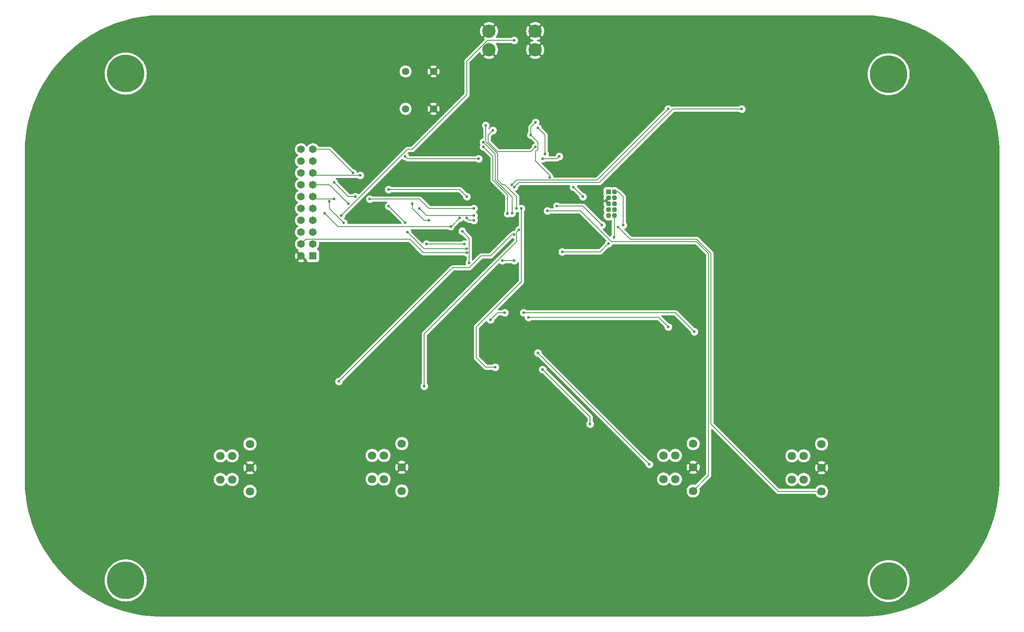
<source format=gbr>
%TF.GenerationSoftware,KiCad,Pcbnew,7.0.10*%
%TF.CreationDate,2024-01-23T19:04:03+00:00*%
%TF.ProjectId,buran,62757261-6e2e-46b6-9963-61645f706362,rev?*%
%TF.SameCoordinates,Original*%
%TF.FileFunction,Copper,L4,Bot*%
%TF.FilePolarity,Positive*%
%FSLAX46Y46*%
G04 Gerber Fmt 4.6, Leading zero omitted, Abs format (unit mm)*
G04 Created by KiCad (PCBNEW 7.0.10) date 2024-01-23 19:04:03*
%MOMM*%
%LPD*%
G01*
G04 APERTURE LIST*
%TA.AperFunction,ComponentPad*%
%ADD10C,8.000000*%
%TD*%
%TA.AperFunction,ComponentPad*%
%ADD11C,2.850000*%
%TD*%
%TA.AperFunction,ComponentPad*%
%ADD12R,1.650000X1.650000*%
%TD*%
%TA.AperFunction,ComponentPad*%
%ADD13C,1.650000*%
%TD*%
%TA.AperFunction,ComponentPad*%
%ADD14C,1.800000*%
%TD*%
%TA.AperFunction,ComponentPad*%
%ADD15R,1.100000X1.100000*%
%TD*%
%TA.AperFunction,ComponentPad*%
%ADD16C,1.100000*%
%TD*%
%TA.AperFunction,ComponentPad*%
%ADD17C,1.575000*%
%TD*%
%TA.AperFunction,ViaPad*%
%ADD18C,0.600000*%
%TD*%
%TA.AperFunction,Conductor*%
%ADD19C,0.127000*%
%TD*%
G04 APERTURE END LIST*
D10*
%TO.P,,1*%
%TO.N,N/C*%
X42164000Y-141732000D03*
%TD*%
%TO.P,REF\u002A\u002A,1*%
%TO.N,N/C*%
X205726875Y-141861027D03*
%TD*%
%TO.P,REF\u002A\u002A,1*%
%TO.N,N/C*%
X205726875Y-33149027D03*
%TD*%
%TO.P,REF\u002A\u002A,1*%
%TO.N,N/C*%
X42164000Y-33020000D03*
%TD*%
D11*
%TO.P,J2,MH1,MH1*%
%TO.N,GND*%
X129950000Y-27915000D03*
%TO.P,J2,MH2,MH2*%
X129950000Y-23915000D03*
%TO.P,J2,MH3,MH3*%
X120050000Y-23915000D03*
%TO.P,J2,MH4,MH4*%
X120050000Y-27915000D03*
%TD*%
D12*
%TO.P,J1,1,1*%
%TO.N,VDD*%
X82296000Y-72136000D03*
D13*
%TO.P,J1,2,2*%
%TO.N,GND*%
X79756000Y-72136000D03*
%TO.P,J1,3,3*%
%TO.N,/V_UNREG*%
X82296000Y-69596000D03*
%TO.P,J1,4,4*%
%TO.N,/CBUS5*%
X79756000Y-69596000D03*
%TO.P,J1,5,5*%
%TO.N,/SDA*%
X82296000Y-67056000D03*
%TO.P,J1,6,6*%
%TO.N,unconnected-(J1-Pad6)*%
X79756000Y-67056000D03*
%TO.P,J1,7,7*%
%TO.N,/SCL*%
X82296000Y-64516000D03*
%TO.P,J1,8,8*%
%TO.N,unconnected-(J1-Pad8)*%
X79756000Y-64516000D03*
%TO.P,J1,9,9*%
%TO.N,/N_RESET*%
X82296000Y-61976000D03*
%TO.P,J1,10,10*%
%TO.N,unconnected-(J1-Pad10)*%
X79756000Y-61976000D03*
%TO.P,J1,11,11*%
%TO.N,/CBUS0*%
X82296000Y-59436000D03*
%TO.P,J1,12,12*%
%TO.N,unconnected-(J1-Pad12)*%
X79756000Y-59436000D03*
%TO.P,J1,13,13*%
%TO.N,/CBUS1*%
X82296000Y-56896000D03*
%TO.P,J1,14,14*%
%TO.N,unconnected-(J1-Pad14)*%
X79756000Y-56896000D03*
%TO.P,J1,15,15*%
%TO.N,/CBUS2*%
X82296000Y-54356000D03*
%TO.P,J1,16,16*%
%TO.N,unconnected-(J1-Pad16)*%
X79756000Y-54356000D03*
%TO.P,J1,17,17*%
%TO.N,/CBUS3*%
X82296000Y-51816000D03*
%TO.P,J1,18,18*%
%TO.N,unconnected-(J1-Pad18)*%
X79756000Y-51816000D03*
%TO.P,J1,19,19*%
%TO.N,/CBUS4*%
X82296000Y-49276000D03*
%TO.P,J1,20,20*%
%TO.N,unconnected-(J1-Pad20)*%
X79756000Y-49276000D03*
%TD*%
D14*
%TO.P,S2,1,COM*%
%TO.N,/MCU_S2*%
X101350000Y-122540000D03*
%TO.P,S2,2,NO*%
%TO.N,GND*%
X101350000Y-117460000D03*
%TO.P,S2,3,NC*%
%TO.N,unconnected-(S2-NC-Pad3)*%
X101350000Y-112380000D03*
%TO.P,S2,4,L2*%
%TO.N,VDD*%
X97540000Y-120000000D03*
%TO.P,S2,5,L1*%
%TO.N,Net-(S2-L1)*%
X97540000Y-114920000D03*
%TO.P,S2,6,L4*%
%TO.N,/IC4_LED_4*%
X95000000Y-114920000D03*
%TO.P,S2,7,L3*%
%TO.N,/IC4_LED_5*%
X95000000Y-120000000D03*
%TD*%
D15*
%TO.P,J3,1,1*%
%TO.N,VDD*%
X145669000Y-58420000D03*
D16*
%TO.P,J3,2,2*%
%TO.N,/SWDIO*%
X146939000Y-58420000D03*
%TO.P,J3,3,3*%
%TO.N,GND*%
X145669000Y-59690000D03*
%TO.P,J3,4,4*%
%TO.N,/SWCLK*%
X146939000Y-59690000D03*
%TO.P,J3,5,5*%
%TO.N,GND*%
X145669000Y-60960000D03*
%TO.P,J3,6,6*%
%TO.N,unconnected-(J3-Pad6)*%
X146939000Y-60960000D03*
%TO.P,J3,7,7*%
%TO.N,unconnected-(J3-Pad7)*%
X145669000Y-62230000D03*
%TO.P,J3,8,8*%
%TO.N,unconnected-(J3-Pad8)*%
X146939000Y-62230000D03*
%TO.P,J3,9,9*%
%TO.N,unconnected-(J3-Pad9)*%
X145669000Y-63500000D03*
%TO.P,J3,10,10*%
%TO.N,/N_RESET*%
X146939000Y-63500000D03*
%TD*%
D14*
%TO.P,S3,1,COM*%
%TO.N,/MCU_S3*%
X163810000Y-122540000D03*
%TO.P,S3,2,NO*%
%TO.N,GND*%
X163810000Y-117460000D03*
%TO.P,S3,3,NC*%
%TO.N,unconnected-(S3-NC-Pad3)*%
X163810000Y-112380000D03*
%TO.P,S3,4,L2*%
%TO.N,VDD*%
X160000000Y-120000000D03*
%TO.P,S3,5,L1*%
%TO.N,Net-(S3-L1)*%
X160000000Y-114920000D03*
%TO.P,S3,6,L4*%
%TO.N,/IC4_LED_7*%
X157460000Y-114920000D03*
%TO.P,S3,7,L3*%
%TO.N,/IC4_LED_8*%
X157460000Y-120000000D03*
%TD*%
%TO.P,S1,1,COM*%
%TO.N,/MCU_S1*%
X68810000Y-122620000D03*
%TO.P,S1,2,NO*%
%TO.N,GND*%
X68810000Y-117540000D03*
%TO.P,S1,3,NC*%
%TO.N,unconnected-(S1-NC-Pad3)*%
X68810000Y-112460000D03*
%TO.P,S1,4,L2*%
%TO.N,VDD*%
X65000000Y-120080000D03*
%TO.P,S1,5,L1*%
%TO.N,Net-(S1-L1)*%
X65000000Y-115000000D03*
%TO.P,S1,6,L4*%
%TO.N,/IC4_LED_1*%
X62460000Y-115000000D03*
%TO.P,S1,7,L3*%
%TO.N,/IC4_LED_2*%
X62460000Y-120080000D03*
%TD*%
%TO.P,S4,1,COM*%
%TO.N,/MCU_S4*%
X191350000Y-122620000D03*
%TO.P,S4,2,NO*%
%TO.N,GND*%
X191350000Y-117540000D03*
%TO.P,S4,3,NC*%
%TO.N,unconnected-(S4-NC-Pad3)*%
X191350000Y-112460000D03*
%TO.P,S4,4,L2*%
%TO.N,VDD*%
X187540000Y-120080000D03*
%TO.P,S4,5,L1*%
%TO.N,Net-(S4-L1)*%
X187540000Y-115000000D03*
%TO.P,S4,6,L4*%
%TO.N,/IC4_LED_10*%
X185000000Y-115000000D03*
%TO.P,S4,7,L3*%
%TO.N,/IC4_LED_11*%
X185000000Y-120080000D03*
%TD*%
D17*
%TO.P,S5,A1,A1*%
%TO.N,/N_RESET*%
X102156000Y-40576000D03*
%TO.P,S5,B1,B1*%
%TO.N,GND*%
X108156000Y-40576000D03*
%TO.P,S5,C1,C1*%
%TO.N,/N_RESET*%
X102156000Y-32576000D03*
%TO.P,S5,D1,D1*%
%TO.N,GND*%
X108156000Y-32576000D03*
%TD*%
D18*
%TO.N,GND*%
X127000000Y-34036000D03*
X122936000Y-34036000D03*
X111252000Y-82296000D03*
X109220000Y-80264000D03*
X84328000Y-76708000D03*
X74168000Y-76708000D03*
X74168000Y-71120000D03*
%TO.N,VDD*%
X130048000Y-43515500D03*
X103632000Y-60960000D03*
X123444000Y-84328000D03*
X133096000Y-55372000D03*
X120394500Y-85852000D03*
X129032000Y-46228000D03*
X107188000Y-64516000D03*
%TO.N,GND*%
X192532000Y-80264000D03*
X132080000Y-66040000D03*
X145796000Y-91948000D03*
X113284000Y-43180000D03*
X142240000Y-59944000D03*
X143256000Y-59436000D03*
X108712000Y-47752000D03*
X133096000Y-67564000D03*
X127000000Y-41148000D03*
X134620000Y-67056000D03*
X156464000Y-101600000D03*
X143256000Y-60960000D03*
X134112000Y-49276000D03*
X68580000Y-142240000D03*
X142240000Y-59944000D03*
X135636000Y-76200000D03*
X175260000Y-24384000D03*
X37592000Y-26416000D03*
X178308000Y-143256000D03*
X171704000Y-56896000D03*
X122428000Y-27432000D03*
X154432000Y-24384000D03*
X138684000Y-142748000D03*
X120396000Y-89916000D03*
X154432000Y-112268000D03*
X192024000Y-25400000D03*
X111760000Y-54356000D03*
X133604000Y-44196000D03*
X133096000Y-65532000D03*
X25400000Y-76200000D03*
X107696000Y-53848000D03*
X38608000Y-135128000D03*
X132080000Y-43180000D03*
X110744000Y-59436000D03*
X218948000Y-124460000D03*
X122936000Y-41148000D03*
X120396000Y-91948000D03*
X153416000Y-79248000D03*
X202692000Y-133096000D03*
X101600000Y-142748000D03*
X149352000Y-107696000D03*
X24892000Y-96520000D03*
X132080000Y-66040000D03*
X143256000Y-59436000D03*
X97536000Y-23876000D03*
X118872000Y-91948000D03*
X127000000Y-39624000D03*
X218948000Y-92964000D03*
X143256000Y-60960000D03*
X24892000Y-57912000D03*
X214884000Y-43688000D03*
X128016000Y-90424000D03*
X134112000Y-45720000D03*
X131572000Y-65024000D03*
X29972000Y-31496000D03*
X122936000Y-39624000D03*
X25908000Y-113284000D03*
X218948000Y-64516000D03*
X118872000Y-36576000D03*
X65532000Y-24384000D03*
X122936000Y-41148000D03*
X105664000Y-56388000D03*
X133604000Y-66548000D03*
X108712000Y-47752000D03*
X25400000Y-42164000D03*
X113284000Y-43180000D03*
X134112000Y-47244000D03*
X118872000Y-36576000D03*
X122936000Y-39624000D03*
X118872000Y-89916000D03*
X122428000Y-29464000D03*
X128016000Y-91948000D03*
%TO.N,/MCU_LED_1*%
X124961932Y-56889932D03*
X158496000Y-40640000D03*
%TO.N,/MCU_LED_2*%
X125476000Y-57404000D03*
X174244000Y-40640000D03*
%TO.N,/CBUS0*%
X116840000Y-61976000D03*
X130556000Y-44704000D03*
X94488000Y-59944000D03*
X86868000Y-59944000D03*
X132080000Y-50292000D03*
%TO.N,/CBUS1*%
X105156000Y-61976000D03*
X116840000Y-63500000D03*
X89916000Y-60960000D03*
%TO.N,/CBUS2*%
X115316000Y-59436000D03*
X118872000Y-48768000D03*
X116840000Y-64516000D03*
X115316000Y-64008000D03*
X124044836Y-63084836D03*
X92456000Y-54864000D03*
X98552000Y-57912000D03*
%TO.N,/SDA*%
X114317309Y-66830978D03*
X115824000Y-73660000D03*
%TO.N,/SCL*%
X113792000Y-64008000D03*
X84836000Y-62992000D03*
X111867837Y-65847273D03*
%TO.N,/CBUS3*%
X98552000Y-61468000D03*
X91440000Y-59436000D03*
X102108000Y-65024000D03*
X86868000Y-56388000D03*
X106680000Y-69596000D03*
X114808000Y-69596000D03*
%TO.N,/CBUS4*%
X90932000Y-54356000D03*
X85852000Y-60452000D03*
X118872000Y-47752000D03*
X88900000Y-65024000D03*
X125025836Y-62992000D03*
X102616000Y-67056000D03*
X115316000Y-70612000D03*
%TO.N,/CBUS5*%
X125984000Y-61976000D03*
X115333500Y-71461005D03*
X119380000Y-44149500D03*
%TO.N,/N_RESET*%
X122936000Y-73152000D03*
X117856000Y-51308000D03*
X135757627Y-71269293D03*
X146904836Y-68164836D03*
X145703164Y-69503164D03*
X131572000Y-51308000D03*
X138176000Y-57404000D03*
X140208000Y-59436000D03*
X125476000Y-73152000D03*
X135128000Y-50800000D03*
X102108000Y-50800000D03*
%TO.N,/SWDIO*%
X148844000Y-65532000D03*
%TO.N,/V_UNREG*%
X125476000Y-25908000D03*
X88392000Y-63500000D03*
%TO.N,/IC4_LED_11*%
X164084000Y-88392000D03*
X127508000Y-84328000D03*
%TO.N,/IC4_LED_10*%
X128524000Y-85344000D03*
X158496000Y-87376000D03*
%TO.N,/IC4_LED_8*%
X154432000Y-116840000D03*
X130556000Y-92964000D03*
%TO.N,/IC4_LED_7*%
X141732000Y-108204000D03*
X131572000Y-96520000D03*
%TO.N,/MCU_N_OE*%
X121412000Y-96012000D03*
X127000000Y-61976000D03*
%TO.N,/VCCIO*%
X130048000Y-48768000D03*
X120904000Y-45212000D03*
%TO.N,/MCU_S1*%
X125476000Y-67564000D03*
X87884000Y-99060000D03*
%TO.N,/MCU_S2*%
X106172000Y-100076000D03*
X126492000Y-66548000D03*
%TO.N,/MCU_S3*%
X132588000Y-62484000D03*
%TO.N,/MCU_S4*%
X144272000Y-65532000D03*
X147735164Y-65947164D03*
X134620000Y-61468000D03*
%TD*%
D19*
%TO.N,VDD*%
X129032000Y-44531500D02*
X130048000Y-43515500D01*
X130048000Y-51816000D02*
X133096000Y-54864000D01*
X129032000Y-46228000D02*
X130538500Y-47734500D01*
X130538500Y-49293500D02*
X130048000Y-49784000D01*
X123444000Y-84328000D02*
X121918500Y-84328000D01*
X130048000Y-49784000D02*
X130048000Y-51816000D01*
X103632000Y-60960000D02*
X103632000Y-61976000D01*
X106172000Y-64516000D02*
X107188000Y-64516000D01*
X133096000Y-54864000D02*
X133096000Y-55372000D01*
X103632000Y-61976000D02*
X106172000Y-64516000D01*
X130538500Y-47734500D02*
X130538500Y-49293500D01*
X129032000Y-46228000D02*
X129032000Y-44531500D01*
X121918500Y-84328000D02*
X120394500Y-85852000D01*
%TO.N,GND*%
X128016000Y-90424000D02*
X128016000Y-89916000D01*
X128016000Y-91948000D02*
X128524000Y-92456000D01*
%TO.N,/MCU_LED_1*%
X125971864Y-55880000D02*
X124961932Y-56889932D01*
X158496000Y-40640000D02*
X143256000Y-55880000D01*
X143256000Y-55880000D02*
X133096000Y-55880000D01*
X133096000Y-55880000D02*
X125971864Y-55880000D01*
%TO.N,/MCU_LED_2*%
X174244000Y-40640000D02*
X159512000Y-40640000D01*
X159512000Y-40640000D02*
X143764000Y-56388000D01*
X133096000Y-56388000D02*
X126492000Y-56388000D01*
X143764000Y-56388000D02*
X133096000Y-56388000D01*
X126492000Y-56388000D02*
X125476000Y-57404000D01*
%TO.N,/CBUS0*%
X86868000Y-59944000D02*
X82804000Y-59944000D01*
X107188000Y-61976000D02*
X105156000Y-59944000D01*
X82804000Y-59944000D02*
X82296000Y-59436000D01*
X116840000Y-61976000D02*
X107188000Y-61976000D01*
X132080000Y-50292000D02*
X132080000Y-46228000D01*
X105156000Y-59944000D02*
X94488000Y-59944000D01*
X132080000Y-46228000D02*
X130556000Y-44704000D01*
%TO.N,/CBUS1*%
X89916000Y-60960000D02*
X85852000Y-56896000D01*
X116840000Y-63500000D02*
X106680000Y-63500000D01*
X106680000Y-63500000D02*
X105156000Y-61976000D01*
X85852000Y-56896000D02*
X82296000Y-56896000D01*
%TO.N,/CBUS2*%
X113792000Y-57912000D02*
X98552000Y-57912000D01*
X92456000Y-54864000D02*
X82804000Y-54864000D01*
X115824000Y-64516000D02*
X115316000Y-64008000D01*
X82804000Y-54864000D02*
X82296000Y-54356000D01*
X120904000Y-50800000D02*
X118872000Y-48768000D01*
X124044836Y-63084836D02*
X124044836Y-59020836D01*
X124044836Y-59020836D02*
X120904000Y-55880000D01*
X116840000Y-64516000D02*
X115824000Y-64516000D01*
X120904000Y-55880000D02*
X120904000Y-50800000D01*
X115316000Y-59436000D02*
X113792000Y-57912000D01*
%TO.N,/SDA*%
X115824000Y-68337669D02*
X114317309Y-66830978D01*
X115824000Y-73660000D02*
X115824000Y-68337669D01*
%TO.N,/SCL*%
X87691273Y-65847273D02*
X111867837Y-65847273D01*
X113792000Y-64008000D02*
X111952727Y-65847273D01*
X84836000Y-62992000D02*
X87691273Y-65847273D01*
X111952727Y-65847273D02*
X111867837Y-65847273D01*
%TO.N,/CBUS3*%
X86868000Y-56388000D02*
X89916000Y-59436000D01*
X106680000Y-69596000D02*
X114808000Y-69596000D01*
X89916000Y-59436000D02*
X91440000Y-59436000D01*
X98552000Y-61468000D02*
X102108000Y-65024000D01*
%TO.N,/CBUS4*%
X125025836Y-62992000D02*
X125025836Y-59493836D01*
X121412000Y-55880000D02*
X121412000Y-50292000D01*
X85852000Y-49276000D02*
X82296000Y-49276000D01*
X90932000Y-54356000D02*
X85852000Y-49276000D01*
X85852000Y-61976000D02*
X85852000Y-60452000D01*
X121412000Y-50292000D02*
X118872000Y-47752000D01*
X106172000Y-70612000D02*
X102616000Y-67056000D01*
X115316000Y-70612000D02*
X106172000Y-70612000D01*
X125025836Y-59493836D02*
X121412000Y-55880000D01*
X88900000Y-65024000D02*
X85852000Y-61976000D01*
%TO.N,/CBUS5*%
X125984000Y-59436000D02*
X123444000Y-56896000D01*
X103124500Y-68580500D02*
X104648000Y-70104000D01*
X119380000Y-47603210D02*
X119380000Y-44149500D01*
X121920000Y-50143210D02*
X119380000Y-47603210D01*
X121920000Y-55880000D02*
X121920000Y-54864000D01*
X123444000Y-56896000D02*
X122936000Y-56896000D01*
X104648000Y-70104000D02*
X106005005Y-71461005D01*
X106005005Y-71461005D02*
X115333500Y-71461005D01*
X80771500Y-68580500D02*
X103124500Y-68580500D01*
X121920000Y-54864000D02*
X121920000Y-50143210D01*
X125984000Y-61976000D02*
X125984000Y-59436000D01*
X79756000Y-69596000D02*
X80771500Y-68580500D01*
X122936000Y-56896000D02*
X121920000Y-55880000D01*
%TO.N,/N_RESET*%
X145634836Y-69503164D02*
X143868707Y-71269293D01*
X131572000Y-51308000D02*
X134620000Y-51308000D01*
X117856000Y-51308000D02*
X102616000Y-51308000D01*
X146939000Y-63500000D02*
X146939000Y-68130672D01*
X134620000Y-51308000D02*
X135128000Y-50800000D01*
X122936000Y-73152000D02*
X125476000Y-73152000D01*
X145703164Y-69503164D02*
X145634836Y-69503164D01*
X135757627Y-71269293D02*
X143868707Y-71269293D01*
X146939000Y-68130672D02*
X146904836Y-68164836D01*
X102616000Y-51308000D02*
X102108000Y-50800000D01*
X140208000Y-59436000D02*
X138176000Y-57404000D01*
%TO.N,/SWDIO*%
X148844000Y-65532000D02*
X148844000Y-59436000D01*
X148844000Y-59436000D02*
X147828000Y-58420000D01*
X147828000Y-58420000D02*
X146939000Y-58420000D01*
%TO.N,/V_UNREG*%
X115316000Y-30364337D02*
X119772337Y-25908000D01*
X115316000Y-37592000D02*
X115316000Y-32512000D01*
X102616000Y-49276000D02*
X103632000Y-49276000D01*
X103632000Y-49276000D02*
X115316000Y-37592000D01*
X122428000Y-25908000D02*
X125476000Y-25908000D01*
X119772337Y-25908000D02*
X122428000Y-25908000D01*
X88392000Y-63500000D02*
X102616000Y-49276000D01*
X115316000Y-32512000D02*
X115316000Y-30364337D01*
%TO.N,/IC4_LED_11*%
X164084000Y-88392000D02*
X160020000Y-84328000D01*
X160020000Y-84328000D02*
X128524000Y-84328000D01*
X128524000Y-84328000D02*
X127508000Y-84328000D01*
%TO.N,/IC4_LED_10*%
X156464000Y-85344000D02*
X128524000Y-85344000D01*
X158496000Y-87376000D02*
X156464000Y-85344000D01*
%TO.N,/IC4_LED_8*%
X154432000Y-116840000D02*
X130556000Y-92964000D01*
%TO.N,/IC4_LED_7*%
X141732000Y-106680000D02*
X131572000Y-96520000D01*
X141732000Y-108204000D02*
X141732000Y-106680000D01*
%TO.N,/MCU_N_OE*%
X121412000Y-96012000D02*
X119380000Y-96012000D01*
X127000000Y-77724000D02*
X127000000Y-61976000D01*
X119380000Y-96012000D02*
X117348000Y-93980000D01*
X117348000Y-87376000D02*
X127000000Y-77724000D01*
X117348000Y-93980000D02*
X117348000Y-87376000D01*
%TO.N,/VCCIO*%
X129032000Y-49784000D02*
X130048000Y-48768000D01*
X119888000Y-46228000D02*
X119888000Y-47752000D01*
X120904000Y-45212000D02*
X119888000Y-46228000D01*
X119888000Y-47752000D02*
X121920000Y-49784000D01*
X121920000Y-49784000D02*
X129032000Y-49784000D01*
%TO.N,/MCU_S1*%
X112268000Y-74676000D02*
X115824000Y-74676000D01*
X115824000Y-74676000D02*
X118364000Y-72136000D01*
X120396000Y-72136000D02*
X124968000Y-67564000D01*
X87884000Y-99060000D02*
X112268000Y-74676000D01*
X124968000Y-67564000D02*
X125476000Y-67564000D01*
X118364000Y-72136000D02*
X120396000Y-72136000D01*
%TO.N,/MCU_S2*%
X106172000Y-100076000D02*
X106172000Y-88900000D01*
X125984000Y-67056000D02*
X126492000Y-66548000D01*
X106172000Y-88900000D02*
X125984000Y-69088000D01*
X125984000Y-69088000D02*
X125984000Y-67056000D01*
%TO.N,/MCU_S3*%
X164592000Y-69088000D02*
X150368000Y-69088000D01*
X139700000Y-62484000D02*
X137668000Y-62484000D01*
X146304000Y-69088000D02*
X139700000Y-62484000D01*
X167132000Y-119218000D02*
X167132000Y-73660000D01*
X167132000Y-73660000D02*
X167132000Y-71628000D01*
X167132000Y-71628000D02*
X164592000Y-69088000D01*
X150368000Y-69088000D02*
X146304000Y-69088000D01*
X137668000Y-62484000D02*
X132588000Y-62484000D01*
X163810000Y-122540000D02*
X167132000Y-119218000D01*
%TO.N,/MCU_S4*%
X147735164Y-65947164D02*
X150368000Y-68580000D01*
X167640000Y-108204000D02*
X182056000Y-122620000D01*
X182056000Y-122620000D02*
X191350000Y-122620000D01*
X164592000Y-68580000D02*
X167640000Y-71628000D01*
X167640000Y-71628000D02*
X167640000Y-108204000D01*
X150368000Y-68580000D02*
X164592000Y-68580000D01*
X134620000Y-61468000D02*
X140208000Y-61468000D01*
X140208000Y-61468000D02*
X144272000Y-65532000D01*
%TD*%
%TA.AperFunction,Conductor*%
%TO.N,GND*%
G36*
X200001120Y-20500520D02*
G01*
X201050718Y-20519256D01*
X201055090Y-20519413D01*
X202102314Y-20575545D01*
X202106633Y-20575854D01*
X203151155Y-20669326D01*
X203155533Y-20669796D01*
X204196069Y-20800492D01*
X204200351Y-20801107D01*
X205235561Y-20968860D01*
X205239891Y-20969641D01*
X206268426Y-21174229D01*
X206272693Y-21175157D01*
X207293271Y-21416326D01*
X207297508Y-21417407D01*
X208308834Y-21694851D01*
X208313081Y-21696098D01*
X209313836Y-22009454D01*
X209318004Y-22010841D01*
X210306962Y-22359726D01*
X210311060Y-22361255D01*
X210617842Y-22481959D01*
X211286906Y-22745204D01*
X211290996Y-22746898D01*
X212252526Y-23165436D01*
X212256507Y-23167254D01*
X213080422Y-23561446D01*
X213202482Y-23619844D01*
X213206432Y-23621821D01*
X214135657Y-24107890D01*
X214139542Y-24110012D01*
X215050791Y-24628917D01*
X215054598Y-24631176D01*
X215946745Y-25182274D01*
X215950464Y-25184664D01*
X216764738Y-25728745D01*
X216822382Y-25767261D01*
X216826011Y-25769780D01*
X217087491Y-25958334D01*
X217676610Y-26383149D01*
X217680153Y-26385802D01*
X218508292Y-27029120D01*
X218511710Y-27031875D01*
X219250294Y-27649128D01*
X219316358Y-27704339D01*
X219319668Y-27707206D01*
X220099875Y-28408028D01*
X220103088Y-28411021D01*
X220857727Y-29139190D01*
X220860809Y-29142272D01*
X221389834Y-29690528D01*
X221588978Y-29896911D01*
X221591973Y-29900126D01*
X222292789Y-30680327D01*
X222295657Y-30683638D01*
X222941752Y-31456733D01*
X222968113Y-31488275D01*
X222970884Y-31491714D01*
X223200321Y-31787066D01*
X223614197Y-32319846D01*
X223616850Y-32323389D01*
X224230214Y-33173981D01*
X224232738Y-33177617D01*
X224815332Y-34049530D01*
X224817725Y-34053254D01*
X225368823Y-34945401D01*
X225371082Y-34949208D01*
X225889987Y-35860457D01*
X225892109Y-35864342D01*
X226378174Y-36793559D01*
X226380155Y-36797517D01*
X226832734Y-37743469D01*
X226834573Y-37747496D01*
X227253101Y-38709003D01*
X227254795Y-38713093D01*
X227638735Y-39688915D01*
X227640282Y-39693062D01*
X227989152Y-40681979D01*
X227990550Y-40686179D01*
X228303901Y-41686918D01*
X228305148Y-41691165D01*
X228582585Y-42702465D01*
X228583679Y-42706754D01*
X228824835Y-43727277D01*
X228825776Y-43731603D01*
X229030355Y-44760095D01*
X229031141Y-44764451D01*
X229151885Y-45509565D01*
X229185055Y-45714262D01*
X229198884Y-45799598D01*
X229199513Y-45803977D01*
X229202248Y-45825749D01*
X229330201Y-46844455D01*
X229330674Y-46848856D01*
X229424141Y-47893318D01*
X229424457Y-47897733D01*
X229480585Y-48944883D01*
X229480743Y-48949307D01*
X229499480Y-49998879D01*
X229499500Y-50001092D01*
X229499500Y-119998907D01*
X229499480Y-120001120D01*
X229480743Y-121050692D01*
X229480585Y-121055116D01*
X229424457Y-122102266D01*
X229424141Y-122106681D01*
X229330674Y-123151143D01*
X229330201Y-123155544D01*
X229199514Y-124196019D01*
X229198884Y-124200401D01*
X229031141Y-125235548D01*
X229030355Y-125239904D01*
X228825776Y-126268396D01*
X228824835Y-126272722D01*
X228583679Y-127293245D01*
X228582585Y-127297534D01*
X228305148Y-128308834D01*
X228303901Y-128313081D01*
X227990550Y-129313820D01*
X227989152Y-129318020D01*
X227640282Y-130306937D01*
X227638735Y-130311084D01*
X227254795Y-131286906D01*
X227253101Y-131290996D01*
X226834573Y-132252503D01*
X226832734Y-132256530D01*
X226380155Y-133202482D01*
X226378174Y-133206440D01*
X225892109Y-134135657D01*
X225889987Y-134139542D01*
X225371082Y-135050791D01*
X225368823Y-135054598D01*
X224817725Y-135946745D01*
X224815332Y-135950469D01*
X224232738Y-136822382D01*
X224230214Y-136826018D01*
X223616850Y-137676610D01*
X223614197Y-137680153D01*
X222970891Y-138508277D01*
X222968113Y-138511724D01*
X222295660Y-139316358D01*
X222292765Y-139319699D01*
X222075045Y-139562082D01*
X221591995Y-140099849D01*
X221588978Y-140103088D01*
X220860833Y-140857703D01*
X220857703Y-140860833D01*
X220103088Y-141588978D01*
X220099849Y-141591995D01*
X219337548Y-142276734D01*
X219319704Y-142292762D01*
X219316358Y-142295660D01*
X218511724Y-142968113D01*
X218508277Y-142970891D01*
X217680153Y-143614197D01*
X217676610Y-143616850D01*
X216826018Y-144230214D01*
X216822382Y-144232738D01*
X215950469Y-144815332D01*
X215946745Y-144817725D01*
X215054598Y-145368823D01*
X215050791Y-145371082D01*
X214139542Y-145889987D01*
X214135657Y-145892109D01*
X213206440Y-146378174D01*
X213202482Y-146380155D01*
X212256530Y-146832734D01*
X212252503Y-146834573D01*
X211290996Y-147253101D01*
X211286906Y-147254795D01*
X210311084Y-147638735D01*
X210306937Y-147640282D01*
X209318020Y-147989152D01*
X209313820Y-147990550D01*
X208313081Y-148303901D01*
X208308834Y-148305148D01*
X207297534Y-148582585D01*
X207293245Y-148583679D01*
X206272722Y-148824835D01*
X206268396Y-148825776D01*
X205239904Y-149030355D01*
X205235548Y-149031141D01*
X204200401Y-149198884D01*
X204196019Y-149199514D01*
X203155544Y-149330201D01*
X203151143Y-149330674D01*
X202106681Y-149424141D01*
X202102266Y-149424457D01*
X201055116Y-149480585D01*
X201050692Y-149480743D01*
X200001120Y-149499480D01*
X199998907Y-149499500D01*
X50001093Y-149499500D01*
X49998880Y-149499480D01*
X48949307Y-149480743D01*
X48944883Y-149480585D01*
X47897733Y-149424457D01*
X47893318Y-149424141D01*
X46848856Y-149330674D01*
X46844455Y-149330201D01*
X45803980Y-149199514D01*
X45799598Y-149198884D01*
X44764451Y-149031141D01*
X44760095Y-149030355D01*
X43731603Y-148825776D01*
X43727277Y-148824835D01*
X42706754Y-148583679D01*
X42702465Y-148582585D01*
X41691165Y-148305148D01*
X41686918Y-148303901D01*
X40686179Y-147990550D01*
X40681979Y-147989152D01*
X39693062Y-147640282D01*
X39688915Y-147638735D01*
X38713093Y-147254795D01*
X38709003Y-147253101D01*
X37747496Y-146834573D01*
X37743469Y-146832734D01*
X36797517Y-146380155D01*
X36793559Y-146378174D01*
X35864342Y-145892109D01*
X35860457Y-145889987D01*
X34949208Y-145371082D01*
X34945401Y-145368823D01*
X34053254Y-144817725D01*
X34049530Y-144815332D01*
X33177617Y-144232738D01*
X33173981Y-144230214D01*
X32323389Y-143616850D01*
X32319846Y-143614197D01*
X31491722Y-142970891D01*
X31488275Y-142968113D01*
X31154154Y-142688880D01*
X30683638Y-142295657D01*
X30680327Y-142292789D01*
X30056015Y-141732000D01*
X37658693Y-141732000D01*
X37677912Y-142147697D01*
X37677912Y-142147702D01*
X37677913Y-142147707D01*
X37735403Y-142559845D01*
X37735405Y-142559853D01*
X37830679Y-142964933D01*
X37962929Y-143359514D01*
X38131010Y-143740177D01*
X38131020Y-143740198D01*
X38333506Y-144103731D01*
X38333509Y-144103735D01*
X38333511Y-144103739D01*
X38568687Y-144447054D01*
X38568689Y-144447056D01*
X38568696Y-144447066D01*
X38814611Y-144743209D01*
X38834538Y-144767206D01*
X39128794Y-145061462D01*
X39128805Y-145061471D01*
X39448933Y-145327303D01*
X39448939Y-145327307D01*
X39448946Y-145327313D01*
X39792261Y-145562489D01*
X39792267Y-145562492D01*
X39792268Y-145562493D01*
X40023916Y-145691520D01*
X40155812Y-145764985D01*
X40346153Y-145849029D01*
X40536485Y-145933070D01*
X40536488Y-145933071D01*
X40536495Y-145933074D01*
X40931064Y-146065320D01*
X41336152Y-146160596D01*
X41748303Y-146218088D01*
X42164000Y-146237307D01*
X42579697Y-146218088D01*
X42991848Y-146160596D01*
X43396936Y-146065320D01*
X43791505Y-145933074D01*
X44172188Y-145764985D01*
X44535739Y-145562489D01*
X44879054Y-145327313D01*
X45199206Y-145061462D01*
X45493462Y-144767206D01*
X45759313Y-144447054D01*
X45994489Y-144103739D01*
X46196985Y-143740188D01*
X46365074Y-143359505D01*
X46497320Y-142964936D01*
X46592596Y-142559848D01*
X46650088Y-142147697D01*
X46663342Y-141861027D01*
X201221568Y-141861027D01*
X201240787Y-142276724D01*
X201240787Y-142276729D01*
X201240788Y-142276734D01*
X201298278Y-142688872D01*
X201298280Y-142688880D01*
X201393554Y-143093960D01*
X201525804Y-143488541D01*
X201693885Y-143869204D01*
X201693895Y-143869225D01*
X201896381Y-144232758D01*
X201896384Y-144232762D01*
X201896386Y-144232766D01*
X202131562Y-144576081D01*
X202131564Y-144576083D01*
X202131571Y-144576093D01*
X202397403Y-144896221D01*
X202397413Y-144896233D01*
X202691669Y-145190489D01*
X202691680Y-145190498D01*
X203011808Y-145456330D01*
X203011814Y-145456334D01*
X203011821Y-145456340D01*
X203355136Y-145691516D01*
X203355142Y-145691519D01*
X203355143Y-145691520D01*
X203711460Y-145889987D01*
X203718687Y-145894012D01*
X203909028Y-145978056D01*
X204099360Y-146062097D01*
X204099363Y-146062098D01*
X204099370Y-146062101D01*
X204493939Y-146194347D01*
X204899027Y-146289623D01*
X205311178Y-146347115D01*
X205726875Y-146366334D01*
X206142572Y-146347115D01*
X206554723Y-146289623D01*
X206959811Y-146194347D01*
X207354380Y-146062101D01*
X207735063Y-145894012D01*
X208098614Y-145691516D01*
X208441929Y-145456340D01*
X208762081Y-145190489D01*
X209056337Y-144896233D01*
X209322188Y-144576081D01*
X209557364Y-144232766D01*
X209759860Y-143869215D01*
X209927949Y-143488532D01*
X210060195Y-143093963D01*
X210155471Y-142688875D01*
X210212963Y-142276724D01*
X210232182Y-141861027D01*
X210212963Y-141445330D01*
X210155471Y-141033179D01*
X210060195Y-140628091D01*
X209927949Y-140233522D01*
X209870356Y-140103088D01*
X209759864Y-139852849D01*
X209759860Y-139852839D01*
X209557364Y-139489288D01*
X209322188Y-139145973D01*
X209322182Y-139145966D01*
X209322178Y-139145960D01*
X209056346Y-138825832D01*
X209056337Y-138825821D01*
X208762081Y-138531565D01*
X208762069Y-138531555D01*
X208441941Y-138265723D01*
X208441931Y-138265716D01*
X208441929Y-138265714D01*
X208098614Y-138030538D01*
X208098610Y-138030536D01*
X208098606Y-138030533D01*
X207735073Y-137828047D01*
X207735052Y-137828037D01*
X207354389Y-137659956D01*
X206959808Y-137527706D01*
X206554728Y-137432432D01*
X206554720Y-137432430D01*
X206142582Y-137374940D01*
X206142577Y-137374939D01*
X206142572Y-137374939D01*
X205726875Y-137355720D01*
X205311178Y-137374939D01*
X205311172Y-137374939D01*
X205311167Y-137374940D01*
X204899029Y-137432430D01*
X204899021Y-137432432D01*
X204493941Y-137527706D01*
X204099360Y-137659956D01*
X203718697Y-137828037D01*
X203718676Y-137828047D01*
X203355143Y-138030533D01*
X203355137Y-138030537D01*
X203011818Y-138265716D01*
X203011808Y-138265723D01*
X202691680Y-138531555D01*
X202691660Y-138531573D01*
X202397421Y-138825812D01*
X202397403Y-138825832D01*
X202131571Y-139145960D01*
X202131564Y-139145970D01*
X201896385Y-139489289D01*
X201896381Y-139489295D01*
X201693895Y-139852828D01*
X201693885Y-139852849D01*
X201525804Y-140233512D01*
X201393554Y-140628093D01*
X201298280Y-141033173D01*
X201298278Y-141033181D01*
X201240788Y-141445319D01*
X201240787Y-141445324D01*
X201240787Y-141445330D01*
X201221568Y-141861027D01*
X46663342Y-141861027D01*
X46669307Y-141732000D01*
X46650088Y-141316303D01*
X46592596Y-140904152D01*
X46497320Y-140499064D01*
X46365074Y-140104495D01*
X46196985Y-139723812D01*
X45994489Y-139360261D01*
X45759313Y-139016946D01*
X45759307Y-139016939D01*
X45759303Y-139016933D01*
X45493471Y-138696805D01*
X45493462Y-138696794D01*
X45199206Y-138402538D01*
X45199194Y-138402528D01*
X44879066Y-138136696D01*
X44879056Y-138136689D01*
X44879054Y-138136687D01*
X44535739Y-137901511D01*
X44535735Y-137901509D01*
X44535731Y-137901506D01*
X44172198Y-137699020D01*
X44172177Y-137699010D01*
X43791514Y-137530929D01*
X43396933Y-137398679D01*
X42991853Y-137303405D01*
X42991845Y-137303403D01*
X42579707Y-137245913D01*
X42579702Y-137245912D01*
X42579697Y-137245912D01*
X42164000Y-137226693D01*
X41748303Y-137245912D01*
X41748297Y-137245912D01*
X41748292Y-137245913D01*
X41336154Y-137303403D01*
X41336146Y-137303405D01*
X40931066Y-137398679D01*
X40536485Y-137530929D01*
X40155822Y-137699010D01*
X40155801Y-137699020D01*
X39792268Y-137901506D01*
X39792262Y-137901510D01*
X39448943Y-138136689D01*
X39448933Y-138136696D01*
X39128805Y-138402528D01*
X39128785Y-138402546D01*
X38834546Y-138696785D01*
X38834528Y-138696805D01*
X38568696Y-139016933D01*
X38568689Y-139016943D01*
X38333510Y-139360262D01*
X38333506Y-139360268D01*
X38131020Y-139723801D01*
X38131010Y-139723822D01*
X37962929Y-140104485D01*
X37830679Y-140499066D01*
X37735405Y-140904146D01*
X37735403Y-140904154D01*
X37677913Y-141316292D01*
X37677912Y-141316297D01*
X37677912Y-141316303D01*
X37658693Y-141732000D01*
X30056015Y-141732000D01*
X29900126Y-141591973D01*
X29896911Y-141588978D01*
X29475240Y-141182098D01*
X29142272Y-140860809D01*
X29139190Y-140857727D01*
X28411021Y-140103088D01*
X28408028Y-140099875D01*
X27707206Y-139319668D01*
X27704339Y-139316358D01*
X27561944Y-139145973D01*
X27031875Y-138511710D01*
X27029108Y-138508277D01*
X26946967Y-138402538D01*
X26385802Y-137680153D01*
X26383149Y-137676610D01*
X25769785Y-136826018D01*
X25767261Y-136822382D01*
X25184667Y-135950469D01*
X25182274Y-135946745D01*
X24631176Y-135054598D01*
X24628917Y-135050791D01*
X24110012Y-134139542D01*
X24107890Y-134135657D01*
X23621825Y-133206440D01*
X23619844Y-133202482D01*
X23167265Y-132256530D01*
X23165436Y-132252526D01*
X22746898Y-131290996D01*
X22745204Y-131286906D01*
X22361264Y-130311084D01*
X22359726Y-130306962D01*
X22010841Y-129318004D01*
X22009449Y-129313820D01*
X21696098Y-128313081D01*
X21694851Y-128308834D01*
X21417414Y-127297534D01*
X21416326Y-127293271D01*
X21175157Y-126272693D01*
X21174229Y-126268426D01*
X20969641Y-125239891D01*
X20968858Y-125235548D01*
X20801107Y-124200351D01*
X20800492Y-124196069D01*
X20669796Y-123155533D01*
X20669325Y-123151143D01*
X20665881Y-123112654D01*
X20621795Y-122620006D01*
X67404700Y-122620006D01*
X67423864Y-122851297D01*
X67423866Y-122851308D01*
X67480842Y-123076300D01*
X67574075Y-123288848D01*
X67701016Y-123483147D01*
X67701019Y-123483151D01*
X67701021Y-123483153D01*
X67858216Y-123653913D01*
X67858219Y-123653915D01*
X67858222Y-123653918D01*
X68041365Y-123796464D01*
X68041371Y-123796468D01*
X68041374Y-123796470D01*
X68245497Y-123906936D01*
X68343266Y-123940500D01*
X68465015Y-123982297D01*
X68465017Y-123982297D01*
X68465019Y-123982298D01*
X68693951Y-124020500D01*
X68693952Y-124020500D01*
X68926048Y-124020500D01*
X68926049Y-124020500D01*
X69154981Y-123982298D01*
X69374503Y-123906936D01*
X69578626Y-123796470D01*
X69761784Y-123653913D01*
X69918979Y-123483153D01*
X70045924Y-123288849D01*
X70139157Y-123076300D01*
X70196134Y-122851305D01*
X70202763Y-122771305D01*
X70215300Y-122620006D01*
X70215300Y-122619993D01*
X70208672Y-122540006D01*
X99944700Y-122540006D01*
X99963864Y-122771297D01*
X99963866Y-122771308D01*
X100020842Y-122996300D01*
X100114075Y-123208848D01*
X100241016Y-123403147D01*
X100241019Y-123403151D01*
X100241021Y-123403153D01*
X100398216Y-123573913D01*
X100398219Y-123573915D01*
X100398222Y-123573918D01*
X100581365Y-123716464D01*
X100581371Y-123716468D01*
X100581374Y-123716470D01*
X100785497Y-123826936D01*
X100899487Y-123866068D01*
X101005015Y-123902297D01*
X101005017Y-123902297D01*
X101005019Y-123902298D01*
X101233951Y-123940500D01*
X101233952Y-123940500D01*
X101466048Y-123940500D01*
X101466049Y-123940500D01*
X101694981Y-123902298D01*
X101914503Y-123826936D01*
X102118626Y-123716470D01*
X102301784Y-123573913D01*
X102458979Y-123403153D01*
X102585924Y-123208849D01*
X102679157Y-122996300D01*
X102736134Y-122771305D01*
X102736135Y-122771297D01*
X102755300Y-122540006D01*
X102755300Y-122539993D01*
X102736135Y-122308702D01*
X102736133Y-122308691D01*
X102679157Y-122083699D01*
X102585924Y-121871151D01*
X102458983Y-121676852D01*
X102458980Y-121676849D01*
X102458979Y-121676847D01*
X102301784Y-121506087D01*
X102301779Y-121506083D01*
X102301777Y-121506081D01*
X102118634Y-121363535D01*
X102118628Y-121363531D01*
X101914504Y-121253064D01*
X101914495Y-121253061D01*
X101694984Y-121177702D01*
X101523282Y-121149050D01*
X101466049Y-121139500D01*
X101233951Y-121139500D01*
X101188164Y-121147140D01*
X101005015Y-121177702D01*
X100785504Y-121253061D01*
X100785495Y-121253064D01*
X100581371Y-121363531D01*
X100581365Y-121363535D01*
X100398222Y-121506081D01*
X100398219Y-121506084D01*
X100241016Y-121676852D01*
X100114075Y-121871151D01*
X100020842Y-122083699D01*
X99963866Y-122308691D01*
X99963864Y-122308702D01*
X99944700Y-122539993D01*
X99944700Y-122540006D01*
X70208672Y-122540006D01*
X70196135Y-122388702D01*
X70196133Y-122388691D01*
X70139157Y-122163699D01*
X70045924Y-121951151D01*
X69918983Y-121756852D01*
X69918980Y-121756849D01*
X69918979Y-121756847D01*
X69761784Y-121586087D01*
X69761779Y-121586083D01*
X69761777Y-121586081D01*
X69578634Y-121443535D01*
X69578628Y-121443531D01*
X69374504Y-121333064D01*
X69374495Y-121333061D01*
X69154984Y-121257702D01*
X68983282Y-121229050D01*
X68926049Y-121219500D01*
X68693951Y-121219500D01*
X68648164Y-121227140D01*
X68465015Y-121257702D01*
X68245504Y-121333061D01*
X68245495Y-121333064D01*
X68041371Y-121443531D01*
X68041365Y-121443535D01*
X67858222Y-121586081D01*
X67858219Y-121586084D01*
X67701016Y-121756852D01*
X67574075Y-121951151D01*
X67480842Y-122163699D01*
X67423866Y-122388691D01*
X67423864Y-122388702D01*
X67404700Y-122619993D01*
X67404700Y-122620006D01*
X20621795Y-122620006D01*
X20575854Y-122106633D01*
X20575545Y-122102314D01*
X20519413Y-121055090D01*
X20519256Y-121050692D01*
X20518956Y-121033913D01*
X20501928Y-120080006D01*
X61054700Y-120080006D01*
X61073864Y-120311297D01*
X61073866Y-120311308D01*
X61130842Y-120536300D01*
X61224075Y-120748848D01*
X61351016Y-120943147D01*
X61351019Y-120943151D01*
X61351021Y-120943153D01*
X61508216Y-121113913D01*
X61508219Y-121113915D01*
X61508222Y-121113918D01*
X61691365Y-121256464D01*
X61691371Y-121256468D01*
X61691374Y-121256470D01*
X61747674Y-121286938D01*
X61889212Y-121363535D01*
X61895497Y-121366936D01*
X61993266Y-121400500D01*
X62115015Y-121442297D01*
X62115017Y-121442297D01*
X62115019Y-121442298D01*
X62343951Y-121480500D01*
X62343952Y-121480500D01*
X62576048Y-121480500D01*
X62576049Y-121480500D01*
X62804981Y-121442298D01*
X63024503Y-121366936D01*
X63228626Y-121256470D01*
X63411784Y-121113913D01*
X63568979Y-120943153D01*
X63626191Y-120855582D01*
X63679337Y-120810226D01*
X63748568Y-120800802D01*
X63811904Y-120830304D01*
X63833807Y-120855581D01*
X63845379Y-120873292D01*
X63891016Y-120943147D01*
X63891019Y-120943151D01*
X63891021Y-120943153D01*
X64048216Y-121113913D01*
X64048219Y-121113915D01*
X64048222Y-121113918D01*
X64231365Y-121256464D01*
X64231371Y-121256468D01*
X64231374Y-121256470D01*
X64287674Y-121286938D01*
X64429212Y-121363535D01*
X64435497Y-121366936D01*
X64533266Y-121400500D01*
X64655015Y-121442297D01*
X64655017Y-121442297D01*
X64655019Y-121442298D01*
X64883951Y-121480500D01*
X64883952Y-121480500D01*
X65116048Y-121480500D01*
X65116049Y-121480500D01*
X65344981Y-121442298D01*
X65564503Y-121366936D01*
X65768626Y-121256470D01*
X65951784Y-121113913D01*
X66108979Y-120943153D01*
X66235924Y-120748849D01*
X66329157Y-120536300D01*
X66386134Y-120311305D01*
X66392763Y-120231305D01*
X66405300Y-120080006D01*
X66405300Y-120079993D01*
X66398672Y-120000006D01*
X93594700Y-120000006D01*
X93613864Y-120231297D01*
X93613866Y-120231308D01*
X93670842Y-120456300D01*
X93764075Y-120668848D01*
X93891016Y-120863147D01*
X93891019Y-120863151D01*
X93891021Y-120863153D01*
X94048216Y-121033913D01*
X94048219Y-121033915D01*
X94048222Y-121033918D01*
X94231365Y-121176464D01*
X94231371Y-121176468D01*
X94231374Y-121176470D01*
X94435497Y-121286936D01*
X94549487Y-121326068D01*
X94655015Y-121362297D01*
X94655017Y-121362297D01*
X94655019Y-121362298D01*
X94883951Y-121400500D01*
X94883952Y-121400500D01*
X95116048Y-121400500D01*
X95116049Y-121400500D01*
X95344981Y-121362298D01*
X95564503Y-121286936D01*
X95768626Y-121176470D01*
X95951784Y-121033913D01*
X96108979Y-120863153D01*
X96166191Y-120775582D01*
X96219337Y-120730226D01*
X96288568Y-120720802D01*
X96351904Y-120750304D01*
X96373809Y-120775583D01*
X96431016Y-120863147D01*
X96431019Y-120863151D01*
X96431021Y-120863153D01*
X96588216Y-121033913D01*
X96588219Y-121033915D01*
X96588222Y-121033918D01*
X96771365Y-121176464D01*
X96771371Y-121176468D01*
X96771374Y-121176470D01*
X96975497Y-121286936D01*
X97089487Y-121326068D01*
X97195015Y-121362297D01*
X97195017Y-121362297D01*
X97195019Y-121362298D01*
X97423951Y-121400500D01*
X97423952Y-121400500D01*
X97656048Y-121400500D01*
X97656049Y-121400500D01*
X97884981Y-121362298D01*
X98104503Y-121286936D01*
X98308626Y-121176470D01*
X98491784Y-121033913D01*
X98648979Y-120863153D01*
X98775924Y-120668849D01*
X98869157Y-120456300D01*
X98926134Y-120231305D01*
X98938671Y-120080006D01*
X98945300Y-120000006D01*
X156054700Y-120000006D01*
X156073864Y-120231297D01*
X156073866Y-120231308D01*
X156130842Y-120456300D01*
X156224075Y-120668848D01*
X156351016Y-120863147D01*
X156351019Y-120863151D01*
X156351021Y-120863153D01*
X156508216Y-121033913D01*
X156508219Y-121033915D01*
X156508222Y-121033918D01*
X156691365Y-121176464D01*
X156691371Y-121176468D01*
X156691374Y-121176470D01*
X156895497Y-121286936D01*
X157009487Y-121326068D01*
X157115015Y-121362297D01*
X157115017Y-121362297D01*
X157115019Y-121362298D01*
X157343951Y-121400500D01*
X157343952Y-121400500D01*
X157576048Y-121400500D01*
X157576049Y-121400500D01*
X157804981Y-121362298D01*
X158024503Y-121286936D01*
X158228626Y-121176470D01*
X158411784Y-121033913D01*
X158568979Y-120863153D01*
X158626191Y-120775582D01*
X158679337Y-120730226D01*
X158748568Y-120720802D01*
X158811904Y-120750304D01*
X158833809Y-120775583D01*
X158891016Y-120863147D01*
X158891019Y-120863151D01*
X158891021Y-120863153D01*
X159048216Y-121033913D01*
X159048219Y-121033915D01*
X159048222Y-121033918D01*
X159231365Y-121176464D01*
X159231371Y-121176468D01*
X159231374Y-121176470D01*
X159435497Y-121286936D01*
X159549487Y-121326068D01*
X159655015Y-121362297D01*
X159655017Y-121362297D01*
X159655019Y-121362298D01*
X159883951Y-121400500D01*
X159883952Y-121400500D01*
X160116048Y-121400500D01*
X160116049Y-121400500D01*
X160344981Y-121362298D01*
X160564503Y-121286936D01*
X160768626Y-121176470D01*
X160951784Y-121033913D01*
X161108979Y-120863153D01*
X161235924Y-120668849D01*
X161329157Y-120456300D01*
X161386134Y-120231305D01*
X161398671Y-120080006D01*
X161405300Y-120000006D01*
X161405300Y-119999993D01*
X161386135Y-119768702D01*
X161386133Y-119768691D01*
X161329157Y-119543699D01*
X161235924Y-119331151D01*
X161108983Y-119136852D01*
X161108980Y-119136849D01*
X161108979Y-119136847D01*
X160951784Y-118966087D01*
X160951779Y-118966083D01*
X160951777Y-118966081D01*
X160768634Y-118823535D01*
X160768628Y-118823531D01*
X160564504Y-118713064D01*
X160564495Y-118713061D01*
X160344984Y-118637702D01*
X160173282Y-118609050D01*
X160116049Y-118599500D01*
X159883951Y-118599500D01*
X159838164Y-118607140D01*
X159655015Y-118637702D01*
X159435504Y-118713061D01*
X159435495Y-118713064D01*
X159231371Y-118823531D01*
X159231365Y-118823535D01*
X159048222Y-118966081D01*
X159048219Y-118966084D01*
X159048216Y-118966086D01*
X159048216Y-118966087D01*
X158989267Y-119030122D01*
X158891016Y-119136852D01*
X158833809Y-119224416D01*
X158780662Y-119269773D01*
X158711431Y-119279197D01*
X158648095Y-119249695D01*
X158626191Y-119224416D01*
X158568983Y-119136852D01*
X158568980Y-119136849D01*
X158568979Y-119136847D01*
X158411784Y-118966087D01*
X158411779Y-118966083D01*
X158411777Y-118966081D01*
X158228634Y-118823535D01*
X158228628Y-118823531D01*
X158024504Y-118713064D01*
X158024495Y-118713061D01*
X157804984Y-118637702D01*
X157633282Y-118609050D01*
X157576049Y-118599500D01*
X157343951Y-118599500D01*
X157298164Y-118607140D01*
X157115015Y-118637702D01*
X156895504Y-118713061D01*
X156895495Y-118713064D01*
X156691371Y-118823531D01*
X156691365Y-118823535D01*
X156508222Y-118966081D01*
X156508219Y-118966084D01*
X156508216Y-118966086D01*
X156508216Y-118966087D01*
X156449267Y-119030122D01*
X156351016Y-119136852D01*
X156224075Y-119331151D01*
X156130842Y-119543699D01*
X156073866Y-119768691D01*
X156073864Y-119768702D01*
X156054700Y-119999993D01*
X156054700Y-120000006D01*
X98945300Y-120000006D01*
X98945300Y-119999993D01*
X98926135Y-119768702D01*
X98926133Y-119768691D01*
X98869157Y-119543699D01*
X98775924Y-119331151D01*
X98648983Y-119136852D01*
X98648980Y-119136849D01*
X98648979Y-119136847D01*
X98491784Y-118966087D01*
X98491779Y-118966083D01*
X98491777Y-118966081D01*
X98308634Y-118823535D01*
X98308628Y-118823531D01*
X98104504Y-118713064D01*
X98104495Y-118713061D01*
X97884984Y-118637702D01*
X97713282Y-118609050D01*
X97656049Y-118599500D01*
X97423951Y-118599500D01*
X97378164Y-118607140D01*
X97195015Y-118637702D01*
X96975504Y-118713061D01*
X96975495Y-118713064D01*
X96771371Y-118823531D01*
X96771365Y-118823535D01*
X96588222Y-118966081D01*
X96588219Y-118966084D01*
X96588216Y-118966086D01*
X96588216Y-118966087D01*
X96529267Y-119030122D01*
X96431016Y-119136852D01*
X96373809Y-119224416D01*
X96320662Y-119269773D01*
X96251431Y-119279197D01*
X96188095Y-119249695D01*
X96166191Y-119224416D01*
X96108983Y-119136852D01*
X96108980Y-119136849D01*
X96108979Y-119136847D01*
X95951784Y-118966087D01*
X95951779Y-118966083D01*
X95951777Y-118966081D01*
X95768634Y-118823535D01*
X95768628Y-118823531D01*
X95564504Y-118713064D01*
X95564495Y-118713061D01*
X95344984Y-118637702D01*
X95173282Y-118609050D01*
X95116049Y-118599500D01*
X94883951Y-118599500D01*
X94838164Y-118607140D01*
X94655015Y-118637702D01*
X94435504Y-118713061D01*
X94435495Y-118713064D01*
X94231371Y-118823531D01*
X94231365Y-118823535D01*
X94048222Y-118966081D01*
X94048219Y-118966084D01*
X94048216Y-118966086D01*
X94048216Y-118966087D01*
X93989267Y-119030122D01*
X93891016Y-119136852D01*
X93764075Y-119331151D01*
X93670842Y-119543699D01*
X93613866Y-119768691D01*
X93613864Y-119768702D01*
X93594700Y-119999993D01*
X93594700Y-120000006D01*
X66398672Y-120000006D01*
X66386135Y-119848702D01*
X66386133Y-119848691D01*
X66329157Y-119623699D01*
X66235924Y-119411151D01*
X66108983Y-119216852D01*
X66108980Y-119216849D01*
X66108979Y-119216847D01*
X65951784Y-119046087D01*
X65951779Y-119046083D01*
X65951777Y-119046081D01*
X65768634Y-118903535D01*
X65768628Y-118903531D01*
X65564504Y-118793064D01*
X65564495Y-118793061D01*
X65344984Y-118717702D01*
X65173282Y-118689050D01*
X65116049Y-118679500D01*
X64883951Y-118679500D01*
X64838164Y-118687140D01*
X64655015Y-118717702D01*
X64435504Y-118793061D01*
X64435495Y-118793064D01*
X64231371Y-118903531D01*
X64231365Y-118903535D01*
X64048222Y-119046081D01*
X64048219Y-119046084D01*
X63891016Y-119216852D01*
X63833809Y-119304416D01*
X63780662Y-119349773D01*
X63711431Y-119359197D01*
X63648095Y-119329695D01*
X63626191Y-119304416D01*
X63568983Y-119216852D01*
X63568980Y-119216849D01*
X63568979Y-119216847D01*
X63411784Y-119046087D01*
X63411779Y-119046083D01*
X63411777Y-119046081D01*
X63228634Y-118903535D01*
X63228628Y-118903531D01*
X63024504Y-118793064D01*
X63024495Y-118793061D01*
X62804984Y-118717702D01*
X62633282Y-118689050D01*
X62576049Y-118679500D01*
X62343951Y-118679500D01*
X62298164Y-118687140D01*
X62115015Y-118717702D01*
X61895504Y-118793061D01*
X61895495Y-118793064D01*
X61691371Y-118903531D01*
X61691365Y-118903535D01*
X61508222Y-119046081D01*
X61508219Y-119046084D01*
X61351016Y-119216852D01*
X61224075Y-119411151D01*
X61130842Y-119623699D01*
X61073866Y-119848691D01*
X61073864Y-119848702D01*
X61054700Y-120079993D01*
X61054700Y-120080006D01*
X20501928Y-120080006D01*
X20500520Y-120001120D01*
X20500500Y-119998907D01*
X20500500Y-117540005D01*
X67405202Y-117540005D01*
X67424361Y-117771218D01*
X67481317Y-117996135D01*
X67574515Y-118208606D01*
X67658812Y-118337633D01*
X68247226Y-117749219D01*
X68285901Y-117842588D01*
X68382075Y-117967925D01*
X68507412Y-118064099D01*
X68600779Y-118102772D01*
X68011201Y-118692351D01*
X68041649Y-118716050D01*
X68245697Y-118826476D01*
X68245706Y-118826479D01*
X68465139Y-118901811D01*
X68693993Y-118940000D01*
X68926007Y-118940000D01*
X69154860Y-118901811D01*
X69374293Y-118826479D01*
X69374301Y-118826476D01*
X69578355Y-118716047D01*
X69608797Y-118692351D01*
X69608798Y-118692350D01*
X69019220Y-118102772D01*
X69112588Y-118064099D01*
X69237925Y-117967925D01*
X69334099Y-117842589D01*
X69372773Y-117749220D01*
X69961186Y-118337633D01*
X70045482Y-118208611D01*
X70138682Y-117996135D01*
X70195638Y-117771218D01*
X70214798Y-117540005D01*
X70214798Y-117539994D01*
X70208170Y-117460005D01*
X99945202Y-117460005D01*
X99964361Y-117691218D01*
X100021317Y-117916135D01*
X100114515Y-118128606D01*
X100198812Y-118257633D01*
X100787226Y-117669219D01*
X100825901Y-117762588D01*
X100922075Y-117887925D01*
X101047412Y-117984099D01*
X101140779Y-118022772D01*
X100551201Y-118612351D01*
X100581649Y-118636050D01*
X100785697Y-118746476D01*
X100785706Y-118746479D01*
X101005139Y-118821811D01*
X101233993Y-118860000D01*
X101466007Y-118860000D01*
X101694860Y-118821811D01*
X101914293Y-118746479D01*
X101914301Y-118746476D01*
X102118355Y-118636047D01*
X102148797Y-118612351D01*
X102148798Y-118612350D01*
X101559220Y-118022772D01*
X101652588Y-117984099D01*
X101777925Y-117887925D01*
X101874099Y-117762589D01*
X101912773Y-117669220D01*
X102501186Y-118257633D01*
X102585482Y-118128611D01*
X102678682Y-117916135D01*
X102735638Y-117691218D01*
X102754798Y-117460005D01*
X102754798Y-117459994D01*
X102735638Y-117228781D01*
X102678682Y-117003864D01*
X102585484Y-116791393D01*
X102501186Y-116662365D01*
X101912772Y-117250779D01*
X101874099Y-117157412D01*
X101777925Y-117032075D01*
X101652588Y-116935901D01*
X101559219Y-116897226D01*
X102148797Y-116307647D01*
X102148797Y-116307645D01*
X102118360Y-116283955D01*
X102118354Y-116283951D01*
X101914302Y-116173523D01*
X101914293Y-116173520D01*
X101694860Y-116098188D01*
X101466007Y-116060000D01*
X101233993Y-116060000D01*
X101005139Y-116098188D01*
X100785706Y-116173520D01*
X100785697Y-116173523D01*
X100581650Y-116283949D01*
X100551200Y-116307647D01*
X101140780Y-116897226D01*
X101047412Y-116935901D01*
X100922075Y-117032075D01*
X100825901Y-117157411D01*
X100787226Y-117250780D01*
X100198811Y-116662365D01*
X100114516Y-116791390D01*
X100021317Y-117003864D01*
X99964361Y-117228781D01*
X99945202Y-117459994D01*
X99945202Y-117460005D01*
X70208170Y-117460005D01*
X70195638Y-117308781D01*
X70138682Y-117083864D01*
X70045484Y-116871393D01*
X69961186Y-116742365D01*
X69372772Y-117330779D01*
X69334099Y-117237412D01*
X69237925Y-117112075D01*
X69112588Y-117015901D01*
X69019219Y-116977226D01*
X69608797Y-116387647D01*
X69608797Y-116387645D01*
X69578360Y-116363955D01*
X69578354Y-116363951D01*
X69374302Y-116253523D01*
X69374293Y-116253520D01*
X69154860Y-116178188D01*
X68926007Y-116140000D01*
X68693993Y-116140000D01*
X68465139Y-116178188D01*
X68245706Y-116253520D01*
X68245697Y-116253523D01*
X68041650Y-116363949D01*
X68011200Y-116387647D01*
X68600780Y-116977226D01*
X68507412Y-117015901D01*
X68382075Y-117112075D01*
X68285901Y-117237411D01*
X68247226Y-117330780D01*
X67658811Y-116742365D01*
X67574516Y-116871390D01*
X67481317Y-117083864D01*
X67424361Y-117308781D01*
X67405202Y-117539994D01*
X67405202Y-117540005D01*
X20500500Y-117540005D01*
X20500500Y-115000006D01*
X61054700Y-115000006D01*
X61073864Y-115231297D01*
X61073866Y-115231308D01*
X61130842Y-115456300D01*
X61224075Y-115668848D01*
X61351016Y-115863147D01*
X61351019Y-115863151D01*
X61351021Y-115863153D01*
X61508216Y-116033913D01*
X61508219Y-116033915D01*
X61508222Y-116033918D01*
X61691365Y-116176464D01*
X61691371Y-116176468D01*
X61691374Y-116176470D01*
X61747674Y-116206938D01*
X61889988Y-116283955D01*
X61895497Y-116286936D01*
X61993266Y-116320500D01*
X62115015Y-116362297D01*
X62115017Y-116362297D01*
X62115019Y-116362298D01*
X62343951Y-116400500D01*
X62343952Y-116400500D01*
X62576048Y-116400500D01*
X62576049Y-116400500D01*
X62804981Y-116362298D01*
X63024503Y-116286936D01*
X63228626Y-116176470D01*
X63232413Y-116173523D01*
X63385165Y-116054631D01*
X63411784Y-116033913D01*
X63568979Y-115863153D01*
X63626191Y-115775582D01*
X63679337Y-115730226D01*
X63748568Y-115720802D01*
X63811904Y-115750304D01*
X63833807Y-115775581D01*
X63845379Y-115793292D01*
X63891016Y-115863147D01*
X63891019Y-115863151D01*
X63891021Y-115863153D01*
X64048216Y-116033913D01*
X64048219Y-116033915D01*
X64048222Y-116033918D01*
X64231365Y-116176464D01*
X64231371Y-116176468D01*
X64231374Y-116176470D01*
X64287674Y-116206938D01*
X64429988Y-116283955D01*
X64435497Y-116286936D01*
X64533266Y-116320500D01*
X64655015Y-116362297D01*
X64655017Y-116362297D01*
X64655019Y-116362298D01*
X64883951Y-116400500D01*
X64883952Y-116400500D01*
X65116048Y-116400500D01*
X65116049Y-116400500D01*
X65344981Y-116362298D01*
X65564503Y-116286936D01*
X65768626Y-116176470D01*
X65772413Y-116173523D01*
X65925165Y-116054631D01*
X65951784Y-116033913D01*
X66108979Y-115863153D01*
X66235924Y-115668849D01*
X66329157Y-115456300D01*
X66386134Y-115231305D01*
X66392763Y-115151305D01*
X66405300Y-115000006D01*
X66405300Y-114999993D01*
X66398672Y-114920006D01*
X93594700Y-114920006D01*
X93613864Y-115151297D01*
X93613866Y-115151308D01*
X93670842Y-115376300D01*
X93764075Y-115588848D01*
X93891016Y-115783147D01*
X93891019Y-115783151D01*
X93891021Y-115783153D01*
X94048216Y-115953913D01*
X94048219Y-115953915D01*
X94048222Y-115953918D01*
X94231365Y-116096464D01*
X94231371Y-116096468D01*
X94231374Y-116096470D01*
X94435497Y-116206936D01*
X94549487Y-116246068D01*
X94655015Y-116282297D01*
X94655017Y-116282297D01*
X94655019Y-116282298D01*
X94883951Y-116320500D01*
X94883952Y-116320500D01*
X95116048Y-116320500D01*
X95116049Y-116320500D01*
X95344981Y-116282298D01*
X95564503Y-116206936D01*
X95768626Y-116096470D01*
X95951784Y-115953913D01*
X96108979Y-115783153D01*
X96166191Y-115695582D01*
X96219337Y-115650226D01*
X96288568Y-115640802D01*
X96351904Y-115670304D01*
X96373809Y-115695583D01*
X96431016Y-115783147D01*
X96431019Y-115783151D01*
X96431021Y-115783153D01*
X96588216Y-115953913D01*
X96588219Y-115953915D01*
X96588222Y-115953918D01*
X96771365Y-116096464D01*
X96771371Y-116096468D01*
X96771374Y-116096470D01*
X96975497Y-116206936D01*
X97089487Y-116246068D01*
X97195015Y-116282297D01*
X97195017Y-116282297D01*
X97195019Y-116282298D01*
X97423951Y-116320500D01*
X97423952Y-116320500D01*
X97656048Y-116320500D01*
X97656049Y-116320500D01*
X97884981Y-116282298D01*
X98104503Y-116206936D01*
X98308626Y-116096470D01*
X98491784Y-115953913D01*
X98648979Y-115783153D01*
X98775924Y-115588849D01*
X98869157Y-115376300D01*
X98926134Y-115151305D01*
X98938671Y-115000006D01*
X98945300Y-114920006D01*
X98945300Y-114919993D01*
X98926135Y-114688702D01*
X98926133Y-114688691D01*
X98869157Y-114463699D01*
X98775924Y-114251151D01*
X98648983Y-114056852D01*
X98648980Y-114056849D01*
X98648979Y-114056847D01*
X98491784Y-113886087D01*
X98491779Y-113886083D01*
X98491777Y-113886081D01*
X98308634Y-113743535D01*
X98308628Y-113743531D01*
X98104504Y-113633064D01*
X98104495Y-113633061D01*
X97884984Y-113557702D01*
X97713282Y-113529050D01*
X97656049Y-113519500D01*
X97423951Y-113519500D01*
X97378164Y-113527140D01*
X97195015Y-113557702D01*
X96975504Y-113633061D01*
X96975495Y-113633064D01*
X96771371Y-113743531D01*
X96771365Y-113743535D01*
X96588222Y-113886081D01*
X96588219Y-113886084D01*
X96431016Y-114056852D01*
X96373809Y-114144416D01*
X96320662Y-114189773D01*
X96251431Y-114199197D01*
X96188095Y-114169695D01*
X96166191Y-114144416D01*
X96108983Y-114056852D01*
X96108980Y-114056849D01*
X96108979Y-114056847D01*
X95951784Y-113886087D01*
X95951779Y-113886083D01*
X95951777Y-113886081D01*
X95768634Y-113743535D01*
X95768628Y-113743531D01*
X95564504Y-113633064D01*
X95564495Y-113633061D01*
X95344984Y-113557702D01*
X95173282Y-113529050D01*
X95116049Y-113519500D01*
X94883951Y-113519500D01*
X94838164Y-113527140D01*
X94655015Y-113557702D01*
X94435504Y-113633061D01*
X94435495Y-113633064D01*
X94231371Y-113743531D01*
X94231365Y-113743535D01*
X94048222Y-113886081D01*
X94048219Y-113886084D01*
X93891016Y-114056852D01*
X93764075Y-114251151D01*
X93670842Y-114463699D01*
X93613866Y-114688691D01*
X93613864Y-114688702D01*
X93594700Y-114919993D01*
X93594700Y-114920006D01*
X66398672Y-114920006D01*
X66386135Y-114768702D01*
X66386133Y-114768691D01*
X66329157Y-114543699D01*
X66235924Y-114331151D01*
X66108983Y-114136852D01*
X66108980Y-114136849D01*
X66108979Y-114136847D01*
X65951784Y-113966087D01*
X65951779Y-113966083D01*
X65951777Y-113966081D01*
X65768634Y-113823535D01*
X65768628Y-113823531D01*
X65564504Y-113713064D01*
X65564495Y-113713061D01*
X65344984Y-113637702D01*
X65173282Y-113609050D01*
X65116049Y-113599500D01*
X64883951Y-113599500D01*
X64838164Y-113607140D01*
X64655015Y-113637702D01*
X64435504Y-113713061D01*
X64435495Y-113713064D01*
X64231371Y-113823531D01*
X64231365Y-113823535D01*
X64048222Y-113966081D01*
X64048219Y-113966084D01*
X63891016Y-114136852D01*
X63833809Y-114224416D01*
X63780662Y-114269773D01*
X63711431Y-114279197D01*
X63648095Y-114249695D01*
X63626191Y-114224416D01*
X63568983Y-114136852D01*
X63568980Y-114136849D01*
X63568979Y-114136847D01*
X63411784Y-113966087D01*
X63411779Y-113966083D01*
X63411777Y-113966081D01*
X63228634Y-113823535D01*
X63228628Y-113823531D01*
X63024504Y-113713064D01*
X63024495Y-113713061D01*
X62804984Y-113637702D01*
X62633282Y-113609050D01*
X62576049Y-113599500D01*
X62343951Y-113599500D01*
X62298164Y-113607140D01*
X62115015Y-113637702D01*
X61895504Y-113713061D01*
X61895495Y-113713064D01*
X61691371Y-113823531D01*
X61691365Y-113823535D01*
X61508222Y-113966081D01*
X61508219Y-113966084D01*
X61351016Y-114136852D01*
X61224075Y-114331151D01*
X61130842Y-114543699D01*
X61073866Y-114768691D01*
X61073864Y-114768702D01*
X61054700Y-114999993D01*
X61054700Y-115000006D01*
X20500500Y-115000006D01*
X20500500Y-112460006D01*
X67404700Y-112460006D01*
X67423864Y-112691297D01*
X67423866Y-112691308D01*
X67480842Y-112916300D01*
X67574075Y-113128848D01*
X67701016Y-113323147D01*
X67701019Y-113323151D01*
X67701021Y-113323153D01*
X67858216Y-113493913D01*
X67858219Y-113493915D01*
X67858222Y-113493918D01*
X68041365Y-113636464D01*
X68041371Y-113636468D01*
X68041374Y-113636470D01*
X68097674Y-113666938D01*
X68239212Y-113743535D01*
X68245497Y-113746936D01*
X68343266Y-113780500D01*
X68465015Y-113822297D01*
X68465017Y-113822297D01*
X68465019Y-113822298D01*
X68693951Y-113860500D01*
X68693952Y-113860500D01*
X68926048Y-113860500D01*
X68926049Y-113860500D01*
X69154981Y-113822298D01*
X69374503Y-113746936D01*
X69578626Y-113636470D01*
X69761784Y-113493913D01*
X69918979Y-113323153D01*
X70045924Y-113128849D01*
X70139157Y-112916300D01*
X70196134Y-112691305D01*
X70202763Y-112611305D01*
X70215300Y-112460006D01*
X70215300Y-112459993D01*
X70208672Y-112380006D01*
X99944700Y-112380006D01*
X99963864Y-112611297D01*
X99963866Y-112611308D01*
X100020842Y-112836300D01*
X100114075Y-113048848D01*
X100241016Y-113243147D01*
X100241019Y-113243151D01*
X100241021Y-113243153D01*
X100398216Y-113413913D01*
X100398219Y-113413915D01*
X100398222Y-113413918D01*
X100581365Y-113556464D01*
X100581371Y-113556468D01*
X100581374Y-113556470D01*
X100785497Y-113666936D01*
X100899487Y-113706068D01*
X101005015Y-113742297D01*
X101005017Y-113742297D01*
X101005019Y-113742298D01*
X101233951Y-113780500D01*
X101233952Y-113780500D01*
X101466048Y-113780500D01*
X101466049Y-113780500D01*
X101694981Y-113742298D01*
X101914503Y-113666936D01*
X102118626Y-113556470D01*
X102301784Y-113413913D01*
X102458979Y-113243153D01*
X102585924Y-113048849D01*
X102679157Y-112836300D01*
X102736134Y-112611305D01*
X102748671Y-112460006D01*
X102755300Y-112380006D01*
X102755300Y-112379993D01*
X102736135Y-112148702D01*
X102736133Y-112148691D01*
X102679157Y-111923699D01*
X102585924Y-111711151D01*
X102458983Y-111516852D01*
X102458980Y-111516849D01*
X102458979Y-111516847D01*
X102301784Y-111346087D01*
X102301779Y-111346083D01*
X102301777Y-111346081D01*
X102118634Y-111203535D01*
X102118628Y-111203531D01*
X101914504Y-111093064D01*
X101914495Y-111093061D01*
X101694984Y-111017702D01*
X101523282Y-110989050D01*
X101466049Y-110979500D01*
X101233951Y-110979500D01*
X101188164Y-110987140D01*
X101005015Y-111017702D01*
X100785504Y-111093061D01*
X100785495Y-111093064D01*
X100581371Y-111203531D01*
X100581365Y-111203535D01*
X100398222Y-111346081D01*
X100398219Y-111346084D01*
X100241016Y-111516852D01*
X100114075Y-111711151D01*
X100020842Y-111923699D01*
X99963866Y-112148691D01*
X99963864Y-112148702D01*
X99944700Y-112379993D01*
X99944700Y-112380006D01*
X70208672Y-112380006D01*
X70196135Y-112228702D01*
X70196133Y-112228691D01*
X70139157Y-112003699D01*
X70045924Y-111791151D01*
X69918983Y-111596852D01*
X69918980Y-111596849D01*
X69918979Y-111596847D01*
X69761784Y-111426087D01*
X69761779Y-111426083D01*
X69761777Y-111426081D01*
X69578634Y-111283535D01*
X69578628Y-111283531D01*
X69374504Y-111173064D01*
X69374495Y-111173061D01*
X69154984Y-111097702D01*
X68983282Y-111069050D01*
X68926049Y-111059500D01*
X68693951Y-111059500D01*
X68648164Y-111067140D01*
X68465015Y-111097702D01*
X68245504Y-111173061D01*
X68245495Y-111173064D01*
X68041371Y-111283531D01*
X68041365Y-111283535D01*
X67858222Y-111426081D01*
X67858219Y-111426084D01*
X67701016Y-111596852D01*
X67574075Y-111791151D01*
X67480842Y-112003699D01*
X67423866Y-112228691D01*
X67423864Y-112228702D01*
X67404700Y-112459993D01*
X67404700Y-112460006D01*
X20500500Y-112460006D01*
X20500500Y-69596001D01*
X78425437Y-69596001D01*
X78445650Y-69827044D01*
X78445651Y-69827051D01*
X78505678Y-70051074D01*
X78505679Y-70051076D01*
X78505680Y-70051079D01*
X78603699Y-70261282D01*
X78736730Y-70451269D01*
X78900731Y-70615270D01*
X79090718Y-70748301D01*
X79102710Y-70753893D01*
X79155149Y-70800062D01*
X79174303Y-70867255D01*
X79154089Y-70934137D01*
X79102717Y-70978655D01*
X79090966Y-70984134D01*
X79012576Y-71039022D01*
X79012576Y-71039023D01*
X79584431Y-71610878D01*
X79467542Y-71661651D01*
X79350261Y-71757066D01*
X79263072Y-71880585D01*
X79232644Y-71966198D01*
X78659022Y-71392576D01*
X78604134Y-71470967D01*
X78506152Y-71681090D01*
X78506148Y-71681099D01*
X78446147Y-71905031D01*
X78446145Y-71905041D01*
X78425939Y-72135999D01*
X78425939Y-72136000D01*
X78446145Y-72366958D01*
X78446147Y-72366968D01*
X78506148Y-72590900D01*
X78506152Y-72590909D01*
X78604133Y-72801030D01*
X78659023Y-72879422D01*
X79230070Y-72308375D01*
X79232884Y-72321915D01*
X79302442Y-72456156D01*
X79405638Y-72566652D01*
X79534819Y-72645209D01*
X79586002Y-72659549D01*
X79012576Y-73232975D01*
X79090969Y-73287867D01*
X79301090Y-73385847D01*
X79301099Y-73385851D01*
X79525031Y-73445852D01*
X79525041Y-73445854D01*
X79755999Y-73466061D01*
X79756001Y-73466061D01*
X79986958Y-73445854D01*
X79986968Y-73445852D01*
X80210900Y-73385851D01*
X80210909Y-73385847D01*
X80421030Y-73287867D01*
X80421034Y-73287865D01*
X80499422Y-73232976D01*
X80499422Y-73232975D01*
X79927568Y-72661121D01*
X80044458Y-72610349D01*
X80161739Y-72514934D01*
X80248928Y-72391415D01*
X80279355Y-72305801D01*
X80859214Y-72885660D01*
X80904191Y-72894699D01*
X80954375Y-72943313D01*
X80970500Y-73004445D01*
X80970500Y-73008862D01*
X80970501Y-73008876D01*
X80976908Y-73068483D01*
X81027202Y-73203328D01*
X81027206Y-73203335D01*
X81113452Y-73318544D01*
X81113455Y-73318547D01*
X81228664Y-73404793D01*
X81228671Y-73404797D01*
X81363517Y-73455091D01*
X81363516Y-73455091D01*
X81370444Y-73455835D01*
X81423127Y-73461500D01*
X83168872Y-73461499D01*
X83228483Y-73455091D01*
X83363331Y-73404796D01*
X83478546Y-73318546D01*
X83564796Y-73203331D01*
X83615091Y-73068483D01*
X83621500Y-73008873D01*
X83621499Y-71263128D01*
X83616299Y-71214757D01*
X83615091Y-71203516D01*
X83564797Y-71068671D01*
X83564793Y-71068664D01*
X83478547Y-70953455D01*
X83478544Y-70953452D01*
X83363335Y-70867206D01*
X83363328Y-70867202D01*
X83228482Y-70816908D01*
X83220938Y-70815126D01*
X83221614Y-70812263D01*
X83169790Y-70790765D01*
X83129971Y-70733352D01*
X83127514Y-70663526D01*
X83159962Y-70606576D01*
X83315270Y-70451269D01*
X83448301Y-70261282D01*
X83546320Y-70051079D01*
X83606349Y-69827050D01*
X83626563Y-69596000D01*
X83606349Y-69364950D01*
X83589104Y-69300591D01*
X83590767Y-69230744D01*
X83629929Y-69172882D01*
X83694157Y-69145377D01*
X83708879Y-69144500D01*
X102839521Y-69144500D01*
X102906560Y-69164185D01*
X102927202Y-69180819D01*
X104220606Y-70474222D01*
X104220643Y-70474261D01*
X105574307Y-71827924D01*
X105585001Y-71840118D01*
X105602755Y-71863255D01*
X105632335Y-71885952D01*
X105632336Y-71885953D01*
X105720570Y-71953657D01*
X105720571Y-71953657D01*
X105720572Y-71953658D01*
X105857771Y-72010488D01*
X105987875Y-72027616D01*
X106005004Y-72029872D01*
X106005005Y-72029872D01*
X106005006Y-72029872D01*
X106033916Y-72026066D01*
X106050101Y-72025005D01*
X114714060Y-72025005D01*
X114781099Y-72044690D01*
X114801741Y-72061324D01*
X114831238Y-72090821D01*
X114903140Y-72136000D01*
X114983978Y-72186794D01*
X115154248Y-72246374D01*
X115161034Y-72247923D01*
X115160482Y-72250338D01*
X115214289Y-72272942D01*
X115253849Y-72330534D01*
X115260000Y-72369102D01*
X115260000Y-73040560D01*
X115240315Y-73107599D01*
X115223681Y-73128241D01*
X115194184Y-73157737D01*
X115098211Y-73310476D01*
X115038631Y-73480745D01*
X115038630Y-73480750D01*
X115018435Y-73659996D01*
X115018435Y-73660003D01*
X115038630Y-73839249D01*
X115038633Y-73839262D01*
X115076349Y-73947045D01*
X115079911Y-74016824D01*
X115045183Y-74077451D01*
X114983190Y-74109679D01*
X114959308Y-74112000D01*
X112313101Y-74112000D01*
X112296916Y-74110939D01*
X112268000Y-74107132D01*
X112267999Y-74107132D01*
X112137878Y-74124262D01*
X112137879Y-74124263D01*
X112120766Y-74126517D01*
X112080581Y-74143159D01*
X112080582Y-74143160D01*
X111983569Y-74183344D01*
X111983565Y-74183346D01*
X111949506Y-74209482D01*
X111949505Y-74209483D01*
X111865750Y-74273748D01*
X111847992Y-74296890D01*
X111837301Y-74309080D01*
X87923637Y-98222744D01*
X87862314Y-98256229D01*
X87849840Y-98258283D01*
X87704749Y-98274630D01*
X87704745Y-98274631D01*
X87534476Y-98334211D01*
X87381737Y-98430184D01*
X87254184Y-98557737D01*
X87158211Y-98710476D01*
X87098631Y-98880745D01*
X87098630Y-98880750D01*
X87078435Y-99059996D01*
X87078435Y-99060003D01*
X87098630Y-99239249D01*
X87098631Y-99239254D01*
X87158211Y-99409523D01*
X87220040Y-99507922D01*
X87254184Y-99562262D01*
X87381738Y-99689816D01*
X87534478Y-99785789D01*
X87704745Y-99845368D01*
X87704750Y-99845369D01*
X87883996Y-99865565D01*
X87884000Y-99865565D01*
X87884004Y-99865565D01*
X88063249Y-99845369D01*
X88063252Y-99845368D01*
X88063255Y-99845368D01*
X88233522Y-99785789D01*
X88386262Y-99689816D01*
X88513816Y-99562262D01*
X88609789Y-99409522D01*
X88669368Y-99239255D01*
X88685716Y-99094156D01*
X88712782Y-99029744D01*
X88721245Y-99020370D01*
X112465298Y-75276319D01*
X112526621Y-75242834D01*
X112552979Y-75240000D01*
X115778906Y-75240000D01*
X115795089Y-75241060D01*
X115808558Y-75242834D01*
X115823999Y-75244867D01*
X115824000Y-75244867D01*
X115824001Y-75244867D01*
X115839442Y-75242834D01*
X115971234Y-75225483D01*
X116108433Y-75168653D01*
X116196668Y-75100949D01*
X116196668Y-75100948D01*
X116219606Y-75083348D01*
X116219606Y-75083347D01*
X116226250Y-75078250D01*
X116244009Y-75055104D01*
X116254690Y-75042925D01*
X118561297Y-72736319D01*
X118622620Y-72702834D01*
X118648978Y-72700000D01*
X120350906Y-72700000D01*
X120367089Y-72701060D01*
X120380558Y-72702834D01*
X120395999Y-72704867D01*
X120396000Y-72704867D01*
X120396001Y-72704867D01*
X120411442Y-72702834D01*
X120543234Y-72685483D01*
X120680433Y-72628653D01*
X120768668Y-72560949D01*
X120768668Y-72560948D01*
X120791606Y-72543348D01*
X120791606Y-72543347D01*
X120798250Y-72538250D01*
X120816009Y-72515104D01*
X120826690Y-72502925D01*
X125007195Y-68322419D01*
X125068516Y-68288936D01*
X125135829Y-68293061D01*
X125296737Y-68349366D01*
X125296741Y-68349366D01*
X125296745Y-68349368D01*
X125309880Y-68350847D01*
X125374293Y-68377911D01*
X125413851Y-68435504D01*
X125420000Y-68474068D01*
X125420000Y-68803020D01*
X125400315Y-68870059D01*
X125383681Y-68890701D01*
X105805080Y-88469301D01*
X105792888Y-88479994D01*
X105769748Y-88497750D01*
X105734598Y-88543558D01*
X105734588Y-88543573D01*
X105679347Y-88615566D01*
X105622517Y-88752765D01*
X105622517Y-88752766D01*
X105603133Y-88900000D01*
X105606939Y-88928908D01*
X105608000Y-88945094D01*
X105608000Y-99456560D01*
X105588315Y-99523599D01*
X105571681Y-99544241D01*
X105542184Y-99573737D01*
X105446211Y-99726476D01*
X105386631Y-99896745D01*
X105386630Y-99896750D01*
X105366435Y-100075996D01*
X105366435Y-100076003D01*
X105386630Y-100255249D01*
X105386631Y-100255254D01*
X105446211Y-100425523D01*
X105542184Y-100578262D01*
X105669738Y-100705816D01*
X105822478Y-100801789D01*
X105992745Y-100861368D01*
X105992750Y-100861369D01*
X106171996Y-100881565D01*
X106172000Y-100881565D01*
X106172004Y-100881565D01*
X106351249Y-100861369D01*
X106351252Y-100861368D01*
X106351255Y-100861368D01*
X106521522Y-100801789D01*
X106674262Y-100705816D01*
X106801816Y-100578262D01*
X106897789Y-100425522D01*
X106957368Y-100255255D01*
X106977565Y-100076000D01*
X106957368Y-99896745D01*
X106897789Y-99726478D01*
X106801816Y-99573738D01*
X106772319Y-99544241D01*
X106738834Y-99482918D01*
X106736000Y-99456560D01*
X106736000Y-89184977D01*
X106755685Y-89117938D01*
X106772314Y-89097301D01*
X122173089Y-73696525D01*
X122234410Y-73663042D01*
X122304102Y-73668026D01*
X122348449Y-73696527D01*
X122433738Y-73781816D01*
X122586478Y-73877789D01*
X122756745Y-73937368D01*
X122756750Y-73937369D01*
X122935996Y-73957565D01*
X122936000Y-73957565D01*
X122936004Y-73957565D01*
X123115249Y-73937369D01*
X123115252Y-73937368D01*
X123115255Y-73937368D01*
X123285522Y-73877789D01*
X123438262Y-73781816D01*
X123467759Y-73752319D01*
X123529082Y-73718834D01*
X123555440Y-73716000D01*
X124856560Y-73716000D01*
X124923599Y-73735685D01*
X124944241Y-73752319D01*
X124973738Y-73781816D01*
X125126478Y-73877789D01*
X125296745Y-73937368D01*
X125296750Y-73937369D01*
X125475996Y-73957565D01*
X125476000Y-73957565D01*
X125476004Y-73957565D01*
X125655249Y-73937369D01*
X125655252Y-73937368D01*
X125655255Y-73937368D01*
X125825522Y-73877789D01*
X125978262Y-73781816D01*
X126105816Y-73654262D01*
X126201789Y-73501522D01*
X126201788Y-73501522D01*
X126205494Y-73495626D01*
X126207370Y-73496804D01*
X126247098Y-73452799D01*
X126314525Y-73434484D01*
X126381150Y-73455529D01*
X126425820Y-73509254D01*
X126436000Y-73558458D01*
X126436000Y-77439020D01*
X126416315Y-77506059D01*
X126399681Y-77526701D01*
X116981080Y-86945301D01*
X116968888Y-86955994D01*
X116945748Y-86973750D01*
X116910598Y-87019558D01*
X116910588Y-87019573D01*
X116855347Y-87091566D01*
X116798517Y-87228765D01*
X116798517Y-87228766D01*
X116779133Y-87376000D01*
X116782939Y-87404908D01*
X116784000Y-87421094D01*
X116784000Y-93934904D01*
X116782939Y-93951089D01*
X116779133Y-93979998D01*
X116779133Y-93980000D01*
X116784000Y-94016967D01*
X116798517Y-94127233D01*
X116798517Y-94127234D01*
X116855347Y-94264434D01*
X116900548Y-94323341D01*
X116945750Y-94382250D01*
X116968884Y-94400001D01*
X116981079Y-94410696D01*
X118949302Y-96378919D01*
X118959996Y-96391113D01*
X118977750Y-96414250D01*
X119007330Y-96436947D01*
X119007331Y-96436948D01*
X119095565Y-96504652D01*
X119095566Y-96504652D01*
X119095567Y-96504653D01*
X119232766Y-96561483D01*
X119362870Y-96578611D01*
X119379999Y-96580867D01*
X119380000Y-96580867D01*
X119380001Y-96580867D01*
X119408911Y-96577061D01*
X119425096Y-96576000D01*
X120792560Y-96576000D01*
X120859599Y-96595685D01*
X120880241Y-96612319D01*
X120909738Y-96641816D01*
X121062478Y-96737789D01*
X121232745Y-96797368D01*
X121232750Y-96797369D01*
X121411996Y-96817565D01*
X121412000Y-96817565D01*
X121412004Y-96817565D01*
X121591249Y-96797369D01*
X121591252Y-96797368D01*
X121591255Y-96797368D01*
X121761522Y-96737789D01*
X121914262Y-96641816D01*
X122036075Y-96520003D01*
X130766435Y-96520003D01*
X130786630Y-96699249D01*
X130786631Y-96699254D01*
X130846211Y-96869523D01*
X130942184Y-97022262D01*
X131069738Y-97149816D01*
X131222478Y-97245789D01*
X131392745Y-97305368D01*
X131392750Y-97305369D01*
X131504915Y-97318006D01*
X131537840Y-97321716D01*
X131602254Y-97348782D01*
X131611638Y-97357255D01*
X141131681Y-106877298D01*
X141165166Y-106938621D01*
X141168000Y-106964979D01*
X141168000Y-107584560D01*
X141148315Y-107651599D01*
X141131681Y-107672241D01*
X141102184Y-107701737D01*
X141006211Y-107854476D01*
X140946631Y-108024745D01*
X140946630Y-108024750D01*
X140926435Y-108203996D01*
X140926435Y-108204003D01*
X140946630Y-108383249D01*
X140946631Y-108383254D01*
X141006211Y-108553523D01*
X141102184Y-108706262D01*
X141229738Y-108833816D01*
X141382478Y-108929789D01*
X141552745Y-108989368D01*
X141552750Y-108989369D01*
X141731996Y-109009565D01*
X141732000Y-109009565D01*
X141732004Y-109009565D01*
X141911249Y-108989369D01*
X141911252Y-108989368D01*
X141911255Y-108989368D01*
X142081522Y-108929789D01*
X142234262Y-108833816D01*
X142361816Y-108706262D01*
X142457789Y-108553522D01*
X142517368Y-108383255D01*
X142537565Y-108204000D01*
X142517368Y-108024745D01*
X142457789Y-107854478D01*
X142361816Y-107701738D01*
X142332319Y-107672241D01*
X142298834Y-107610918D01*
X142296000Y-107584560D01*
X142296000Y-106725101D01*
X142297061Y-106708914D01*
X142300868Y-106679999D01*
X142281483Y-106532766D01*
X142224652Y-106395565D01*
X142154478Y-106304112D01*
X142154477Y-106304111D01*
X142134250Y-106277750D01*
X142111113Y-106259996D01*
X142098919Y-106249302D01*
X132409255Y-96559638D01*
X132375770Y-96498315D01*
X132373716Y-96485840D01*
X132357369Y-96340750D01*
X132357368Y-96340745D01*
X132297788Y-96170476D01*
X132201815Y-96017737D01*
X132074262Y-95890184D01*
X131921523Y-95794211D01*
X131751254Y-95734631D01*
X131751249Y-95734630D01*
X131572004Y-95714435D01*
X131571996Y-95714435D01*
X131392750Y-95734630D01*
X131392745Y-95734631D01*
X131222476Y-95794211D01*
X131069737Y-95890184D01*
X130942184Y-96017737D01*
X130846211Y-96170476D01*
X130786631Y-96340745D01*
X130786630Y-96340750D01*
X130766435Y-96519996D01*
X130766435Y-96520003D01*
X122036075Y-96520003D01*
X122041816Y-96514262D01*
X122137789Y-96361522D01*
X122197368Y-96191255D01*
X122199709Y-96170478D01*
X122217565Y-96012003D01*
X122217565Y-96011996D01*
X122197369Y-95832750D01*
X122197368Y-95832745D01*
X122163036Y-95734630D01*
X122137789Y-95662478D01*
X122041816Y-95509738D01*
X121914262Y-95382184D01*
X121761523Y-95286211D01*
X121591254Y-95226631D01*
X121591249Y-95226630D01*
X121412004Y-95206435D01*
X121411996Y-95206435D01*
X121232750Y-95226630D01*
X121232745Y-95226631D01*
X121062476Y-95286211D01*
X120909737Y-95382184D01*
X120880241Y-95411681D01*
X120818918Y-95445166D01*
X120792560Y-95448000D01*
X119664979Y-95448000D01*
X119597940Y-95428315D01*
X119577298Y-95411681D01*
X117948319Y-93782702D01*
X117914834Y-93721379D01*
X117912000Y-93695021D01*
X117912000Y-92964003D01*
X129750435Y-92964003D01*
X129770630Y-93143249D01*
X129770631Y-93143254D01*
X129830211Y-93313523D01*
X129926184Y-93466262D01*
X130053738Y-93593816D01*
X130206478Y-93689789D01*
X130296757Y-93721379D01*
X130376745Y-93749368D01*
X130376750Y-93749369D01*
X130488915Y-93762006D01*
X130521840Y-93765716D01*
X130586254Y-93792782D01*
X130595638Y-93801255D01*
X153594743Y-116800360D01*
X153628228Y-116861683D01*
X153630282Y-116874157D01*
X153646630Y-117019250D01*
X153646631Y-117019254D01*
X153706211Y-117189523D01*
X153736302Y-117237412D01*
X153802184Y-117342262D01*
X153929738Y-117469816D01*
X154020080Y-117526582D01*
X154041425Y-117539994D01*
X154082478Y-117565789D01*
X154227776Y-117616631D01*
X154252745Y-117625368D01*
X154252750Y-117625369D01*
X154431996Y-117645565D01*
X154432000Y-117645565D01*
X154432004Y-117645565D01*
X154611249Y-117625369D01*
X154611252Y-117625368D01*
X154611255Y-117625368D01*
X154781522Y-117565789D01*
X154934262Y-117469816D01*
X154944073Y-117460005D01*
X162405202Y-117460005D01*
X162424361Y-117691218D01*
X162481317Y-117916135D01*
X162574515Y-118128606D01*
X162658812Y-118257633D01*
X163247226Y-117669219D01*
X163285901Y-117762588D01*
X163382075Y-117887925D01*
X163507412Y-117984099D01*
X163600779Y-118022772D01*
X163011201Y-118612351D01*
X163041649Y-118636050D01*
X163245697Y-118746476D01*
X163245706Y-118746479D01*
X163465139Y-118821811D01*
X163693993Y-118860000D01*
X163926007Y-118860000D01*
X164154860Y-118821811D01*
X164374293Y-118746479D01*
X164374301Y-118746476D01*
X164578355Y-118636047D01*
X164608797Y-118612351D01*
X164608798Y-118612350D01*
X164019220Y-118022772D01*
X164112588Y-117984099D01*
X164237925Y-117887925D01*
X164334099Y-117762589D01*
X164372773Y-117669220D01*
X164961186Y-118257633D01*
X165045482Y-118128611D01*
X165138682Y-117916135D01*
X165195638Y-117691218D01*
X165214798Y-117460005D01*
X165214798Y-117459994D01*
X165195638Y-117228781D01*
X165138682Y-117003864D01*
X165045484Y-116791393D01*
X164961186Y-116662365D01*
X164372772Y-117250779D01*
X164334099Y-117157412D01*
X164237925Y-117032075D01*
X164112588Y-116935901D01*
X164019219Y-116897226D01*
X164608797Y-116307647D01*
X164608797Y-116307645D01*
X164578360Y-116283955D01*
X164578354Y-116283951D01*
X164374302Y-116173523D01*
X164374293Y-116173520D01*
X164154860Y-116098188D01*
X163926007Y-116060000D01*
X163693993Y-116060000D01*
X163465139Y-116098188D01*
X163245706Y-116173520D01*
X163245697Y-116173523D01*
X163041650Y-116283949D01*
X163011200Y-116307647D01*
X163600780Y-116897226D01*
X163507412Y-116935901D01*
X163382075Y-117032075D01*
X163285901Y-117157411D01*
X163247226Y-117250780D01*
X162658811Y-116662365D01*
X162574516Y-116791390D01*
X162481317Y-117003864D01*
X162424361Y-117228781D01*
X162405202Y-117459994D01*
X162405202Y-117460005D01*
X154944073Y-117460005D01*
X155061816Y-117342262D01*
X155157789Y-117189522D01*
X155217368Y-117019255D01*
X155226760Y-116935901D01*
X155237565Y-116840003D01*
X155237565Y-116839996D01*
X155217369Y-116660750D01*
X155217368Y-116660745D01*
X155157788Y-116490476D01*
X155078289Y-116363955D01*
X155061816Y-116337738D01*
X154934262Y-116210184D01*
X154880607Y-116176470D01*
X154781523Y-116114211D01*
X154611254Y-116054631D01*
X154611250Y-116054630D01*
X154466157Y-116038282D01*
X154401743Y-116011215D01*
X154392360Y-116002743D01*
X153309623Y-114920006D01*
X156054700Y-114920006D01*
X156073864Y-115151297D01*
X156073866Y-115151308D01*
X156130842Y-115376300D01*
X156224075Y-115588848D01*
X156351016Y-115783147D01*
X156351019Y-115783151D01*
X156351021Y-115783153D01*
X156508216Y-115953913D01*
X156508219Y-115953915D01*
X156508222Y-115953918D01*
X156691365Y-116096464D01*
X156691371Y-116096468D01*
X156691374Y-116096470D01*
X156895497Y-116206936D01*
X157009487Y-116246068D01*
X157115015Y-116282297D01*
X157115017Y-116282297D01*
X157115019Y-116282298D01*
X157343951Y-116320500D01*
X157343952Y-116320500D01*
X157576048Y-116320500D01*
X157576049Y-116320500D01*
X157804981Y-116282298D01*
X158024503Y-116206936D01*
X158228626Y-116096470D01*
X158411784Y-115953913D01*
X158568979Y-115783153D01*
X158626191Y-115695582D01*
X158679337Y-115650226D01*
X158748568Y-115640802D01*
X158811904Y-115670304D01*
X158833809Y-115695583D01*
X158891016Y-115783147D01*
X158891019Y-115783151D01*
X158891021Y-115783153D01*
X159048216Y-115953913D01*
X159048219Y-115953915D01*
X159048222Y-115953918D01*
X159231365Y-116096464D01*
X159231371Y-116096468D01*
X159231374Y-116096470D01*
X159435497Y-116206936D01*
X159549487Y-116246068D01*
X159655015Y-116282297D01*
X159655017Y-116282297D01*
X159655019Y-116282298D01*
X159883951Y-116320500D01*
X159883952Y-116320500D01*
X160116048Y-116320500D01*
X160116049Y-116320500D01*
X160344981Y-116282298D01*
X160564503Y-116206936D01*
X160768626Y-116096470D01*
X160951784Y-115953913D01*
X161108979Y-115783153D01*
X161235924Y-115588849D01*
X161329157Y-115376300D01*
X161386134Y-115151305D01*
X161398671Y-115000006D01*
X161405300Y-114920006D01*
X161405300Y-114919993D01*
X161386135Y-114688702D01*
X161386133Y-114688691D01*
X161329157Y-114463699D01*
X161235924Y-114251151D01*
X161108983Y-114056852D01*
X161108980Y-114056849D01*
X161108979Y-114056847D01*
X160951784Y-113886087D01*
X160951779Y-113886083D01*
X160951777Y-113886081D01*
X160768634Y-113743535D01*
X160768628Y-113743531D01*
X160564504Y-113633064D01*
X160564495Y-113633061D01*
X160344984Y-113557702D01*
X160173282Y-113529050D01*
X160116049Y-113519500D01*
X159883951Y-113519500D01*
X159838164Y-113527140D01*
X159655015Y-113557702D01*
X159435504Y-113633061D01*
X159435495Y-113633064D01*
X159231371Y-113743531D01*
X159231365Y-113743535D01*
X159048222Y-113886081D01*
X159048219Y-113886084D01*
X158891016Y-114056852D01*
X158833809Y-114144416D01*
X158780662Y-114189773D01*
X158711431Y-114199197D01*
X158648095Y-114169695D01*
X158626191Y-114144416D01*
X158568983Y-114056852D01*
X158568980Y-114056849D01*
X158568979Y-114056847D01*
X158411784Y-113886087D01*
X158411779Y-113886083D01*
X158411777Y-113886081D01*
X158228634Y-113743535D01*
X158228628Y-113743531D01*
X158024504Y-113633064D01*
X158024495Y-113633061D01*
X157804984Y-113557702D01*
X157633282Y-113529050D01*
X157576049Y-113519500D01*
X157343951Y-113519500D01*
X157298164Y-113527140D01*
X157115015Y-113557702D01*
X156895504Y-113633061D01*
X156895495Y-113633064D01*
X156691371Y-113743531D01*
X156691365Y-113743535D01*
X156508222Y-113886081D01*
X156508219Y-113886084D01*
X156351016Y-114056852D01*
X156224075Y-114251151D01*
X156130842Y-114463699D01*
X156073866Y-114688691D01*
X156073864Y-114688702D01*
X156054700Y-114919993D01*
X156054700Y-114920006D01*
X153309623Y-114920006D01*
X150769623Y-112380006D01*
X162404700Y-112380006D01*
X162423864Y-112611297D01*
X162423866Y-112611308D01*
X162480842Y-112836300D01*
X162574075Y-113048848D01*
X162701016Y-113243147D01*
X162701019Y-113243151D01*
X162701021Y-113243153D01*
X162858216Y-113413913D01*
X162858219Y-113413915D01*
X162858222Y-113413918D01*
X163041365Y-113556464D01*
X163041371Y-113556468D01*
X163041374Y-113556470D01*
X163245497Y-113666936D01*
X163359487Y-113706068D01*
X163465015Y-113742297D01*
X163465017Y-113742297D01*
X163465019Y-113742298D01*
X163693951Y-113780500D01*
X163693952Y-113780500D01*
X163926048Y-113780500D01*
X163926049Y-113780500D01*
X164154981Y-113742298D01*
X164374503Y-113666936D01*
X164578626Y-113556470D01*
X164761784Y-113413913D01*
X164918979Y-113243153D01*
X165045924Y-113048849D01*
X165139157Y-112836300D01*
X165196134Y-112611305D01*
X165208671Y-112460006D01*
X165215300Y-112380006D01*
X165215300Y-112379993D01*
X165196135Y-112148702D01*
X165196133Y-112148691D01*
X165139157Y-111923699D01*
X165045924Y-111711151D01*
X164918983Y-111516852D01*
X164918980Y-111516849D01*
X164918979Y-111516847D01*
X164761784Y-111346087D01*
X164761779Y-111346083D01*
X164761777Y-111346081D01*
X164578634Y-111203535D01*
X164578628Y-111203531D01*
X164374504Y-111093064D01*
X164374495Y-111093061D01*
X164154984Y-111017702D01*
X163983282Y-110989050D01*
X163926049Y-110979500D01*
X163693951Y-110979500D01*
X163648164Y-110987140D01*
X163465015Y-111017702D01*
X163245504Y-111093061D01*
X163245495Y-111093064D01*
X163041371Y-111203531D01*
X163041365Y-111203535D01*
X162858222Y-111346081D01*
X162858219Y-111346084D01*
X162701016Y-111516852D01*
X162574075Y-111711151D01*
X162480842Y-111923699D01*
X162423866Y-112148691D01*
X162423864Y-112148702D01*
X162404700Y-112379993D01*
X162404700Y-112380006D01*
X150769623Y-112380006D01*
X131393255Y-93003638D01*
X131359770Y-92942315D01*
X131357716Y-92929840D01*
X131341369Y-92784750D01*
X131341368Y-92784745D01*
X131281788Y-92614476D01*
X131185815Y-92461737D01*
X131058262Y-92334184D01*
X130905523Y-92238211D01*
X130735254Y-92178631D01*
X130735249Y-92178630D01*
X130556004Y-92158435D01*
X130555996Y-92158435D01*
X130376750Y-92178630D01*
X130376745Y-92178631D01*
X130206476Y-92238211D01*
X130053737Y-92334184D01*
X129926184Y-92461737D01*
X129830211Y-92614476D01*
X129770631Y-92784745D01*
X129770630Y-92784750D01*
X129750435Y-92963996D01*
X129750435Y-92964003D01*
X117912000Y-92964003D01*
X117912000Y-87660978D01*
X117931685Y-87593939D01*
X117948319Y-87573297D01*
X118647879Y-86873737D01*
X119438802Y-86082813D01*
X119500123Y-86049330D01*
X119569815Y-86054314D01*
X119625748Y-86096186D01*
X119643522Y-86129540D01*
X119668709Y-86201520D01*
X119764684Y-86354262D01*
X119892238Y-86481816D01*
X119982580Y-86538582D01*
X120039396Y-86574282D01*
X120044978Y-86577789D01*
X120215245Y-86637368D01*
X120215250Y-86637369D01*
X120394496Y-86657565D01*
X120394500Y-86657565D01*
X120394504Y-86657565D01*
X120573749Y-86637369D01*
X120573752Y-86637368D01*
X120573755Y-86637368D01*
X120744022Y-86577789D01*
X120896762Y-86481816D01*
X121024316Y-86354262D01*
X121120289Y-86201522D01*
X121179868Y-86031255D01*
X121196216Y-85886156D01*
X121223282Y-85821744D01*
X121231745Y-85812370D01*
X122115797Y-84928319D01*
X122177120Y-84894834D01*
X122203478Y-84892000D01*
X122824560Y-84892000D01*
X122891599Y-84911685D01*
X122912241Y-84928319D01*
X122941738Y-84957816D01*
X122963247Y-84971331D01*
X123076285Y-85042358D01*
X123094478Y-85053789D01*
X123185712Y-85085713D01*
X123264745Y-85113368D01*
X123264750Y-85113369D01*
X123443996Y-85133565D01*
X123444000Y-85133565D01*
X123444004Y-85133565D01*
X123623249Y-85113369D01*
X123623252Y-85113368D01*
X123623255Y-85113368D01*
X123793522Y-85053789D01*
X123946262Y-84957816D01*
X124073816Y-84830262D01*
X124169789Y-84677522D01*
X124229368Y-84507255D01*
X124249565Y-84328003D01*
X126702435Y-84328003D01*
X126722630Y-84507249D01*
X126722631Y-84507254D01*
X126782211Y-84677523D01*
X126878184Y-84830262D01*
X127005738Y-84957816D01*
X127027247Y-84971331D01*
X127140285Y-85042358D01*
X127158478Y-85053789D01*
X127249712Y-85085713D01*
X127328745Y-85113368D01*
X127328750Y-85113369D01*
X127507996Y-85133565D01*
X127508000Y-85133565D01*
X127508004Y-85133565D01*
X127590642Y-85124254D01*
X127659463Y-85136308D01*
X127710843Y-85183658D01*
X127728467Y-85251268D01*
X127727745Y-85261356D01*
X127718435Y-85343994D01*
X127718435Y-85344003D01*
X127738630Y-85523249D01*
X127738631Y-85523254D01*
X127798211Y-85693523D01*
X127872882Y-85812360D01*
X127894184Y-85846262D01*
X128021738Y-85973816D01*
X128112080Y-86030582D01*
X128149849Y-86054314D01*
X128174478Y-86069789D01*
X128344745Y-86129368D01*
X128344750Y-86129369D01*
X128523996Y-86149565D01*
X128524000Y-86149565D01*
X128524004Y-86149565D01*
X128703249Y-86129369D01*
X128703252Y-86129368D01*
X128703255Y-86129368D01*
X128873522Y-86069789D01*
X129026262Y-85973816D01*
X129055759Y-85944319D01*
X129117082Y-85910834D01*
X129143440Y-85908000D01*
X156179021Y-85908000D01*
X156246060Y-85927685D01*
X156266702Y-85944319D01*
X157658743Y-87336360D01*
X157692228Y-87397683D01*
X157694282Y-87410157D01*
X157710630Y-87555250D01*
X157710631Y-87555254D01*
X157770211Y-87725523D01*
X157793247Y-87762184D01*
X157866184Y-87878262D01*
X157993738Y-88005816D01*
X158146478Y-88101789D01*
X158316745Y-88161368D01*
X158316750Y-88161369D01*
X158495996Y-88181565D01*
X158496000Y-88181565D01*
X158496004Y-88181565D01*
X158675249Y-88161369D01*
X158675252Y-88161368D01*
X158675255Y-88161368D01*
X158845522Y-88101789D01*
X158998262Y-88005816D01*
X159125816Y-87878262D01*
X159221789Y-87725522D01*
X159281368Y-87555255D01*
X159281426Y-87554743D01*
X159301565Y-87376003D01*
X159301565Y-87375996D01*
X159281369Y-87196750D01*
X159281368Y-87196745D01*
X159221789Y-87026478D01*
X159217450Y-87019573D01*
X159125815Y-86873737D01*
X158998262Y-86746184D01*
X158845523Y-86650211D01*
X158675254Y-86590631D01*
X158675250Y-86590630D01*
X158530157Y-86574282D01*
X158465743Y-86547215D01*
X158456360Y-86538743D01*
X157021298Y-85103681D01*
X156987813Y-85042358D01*
X156992797Y-84972666D01*
X157034669Y-84916733D01*
X157100133Y-84892316D01*
X157108979Y-84892000D01*
X159735021Y-84892000D01*
X159802060Y-84911685D01*
X159822702Y-84928319D01*
X163246743Y-88352360D01*
X163280228Y-88413683D01*
X163282282Y-88426157D01*
X163298630Y-88571250D01*
X163298631Y-88571254D01*
X163358211Y-88741523D01*
X163454184Y-88894262D01*
X163581738Y-89021816D01*
X163672080Y-89078582D01*
X163701863Y-89097296D01*
X163734478Y-89117789D01*
X163904745Y-89177368D01*
X163904750Y-89177369D01*
X164083996Y-89197565D01*
X164084000Y-89197565D01*
X164084004Y-89197565D01*
X164263249Y-89177369D01*
X164263252Y-89177368D01*
X164263255Y-89177368D01*
X164433522Y-89117789D01*
X164586262Y-89021816D01*
X164713816Y-88894262D01*
X164809789Y-88741522D01*
X164869368Y-88571255D01*
X164879651Y-88479994D01*
X164889565Y-88392003D01*
X164889565Y-88391996D01*
X164869369Y-88212750D01*
X164869368Y-88212745D01*
X164809788Y-88042476D01*
X164713815Y-87889737D01*
X164586262Y-87762184D01*
X164433523Y-87666211D01*
X164263254Y-87606631D01*
X164263250Y-87606630D01*
X164118157Y-87590282D01*
X164053743Y-87563215D01*
X164044360Y-87554743D01*
X160450696Y-83961079D01*
X160440001Y-83948884D01*
X160422248Y-83925748D01*
X160380181Y-83893470D01*
X160380180Y-83893469D01*
X160304432Y-83835346D01*
X160215315Y-83798433D01*
X160167234Y-83778517D01*
X160093617Y-83768825D01*
X160020001Y-83759133D01*
X160019999Y-83759133D01*
X160005699Y-83761015D01*
X159991089Y-83762939D01*
X159974906Y-83764000D01*
X128127440Y-83764000D01*
X128060401Y-83744315D01*
X128039759Y-83727681D01*
X128010262Y-83698184D01*
X127857523Y-83602211D01*
X127687254Y-83542631D01*
X127687249Y-83542630D01*
X127508004Y-83522435D01*
X127507996Y-83522435D01*
X127328750Y-83542630D01*
X127328745Y-83542631D01*
X127158476Y-83602211D01*
X127005737Y-83698184D01*
X126878184Y-83825737D01*
X126782211Y-83978476D01*
X126722631Y-84148745D01*
X126722630Y-84148750D01*
X126702435Y-84327996D01*
X126702435Y-84328003D01*
X124249565Y-84328003D01*
X124249565Y-84328000D01*
X124229368Y-84148745D01*
X124169789Y-83978478D01*
X124158856Y-83961079D01*
X124116374Y-83893469D01*
X124073816Y-83825738D01*
X123946262Y-83698184D01*
X123935642Y-83691511D01*
X123793523Y-83602211D01*
X123623254Y-83542631D01*
X123623249Y-83542630D01*
X123444004Y-83522435D01*
X123443996Y-83522435D01*
X123264750Y-83542630D01*
X123264745Y-83542631D01*
X123094476Y-83602211D01*
X122941737Y-83698184D01*
X122912241Y-83727681D01*
X122850918Y-83761166D01*
X122824560Y-83764000D01*
X122056977Y-83764000D01*
X121989938Y-83744315D01*
X121944183Y-83691511D01*
X121934239Y-83622353D01*
X121963264Y-83558797D01*
X121969296Y-83552319D01*
X121999180Y-83522435D01*
X127366920Y-78154694D01*
X127379111Y-78144004D01*
X127402250Y-78126250D01*
X127492653Y-78008433D01*
X127549483Y-77871234D01*
X127564000Y-77760968D01*
X127568867Y-77724000D01*
X127565060Y-77695090D01*
X127564000Y-77678905D01*
X127564000Y-62595440D01*
X127583685Y-62528401D01*
X127600319Y-62507759D01*
X127624075Y-62484003D01*
X131782435Y-62484003D01*
X131802630Y-62663249D01*
X131802631Y-62663254D01*
X131862211Y-62833523D01*
X131926602Y-62936000D01*
X131958184Y-62986262D01*
X132085738Y-63113816D01*
X132238478Y-63209789D01*
X132393647Y-63264085D01*
X132408745Y-63269368D01*
X132408750Y-63269369D01*
X132587996Y-63289565D01*
X132588000Y-63289565D01*
X132588004Y-63289565D01*
X132767249Y-63269369D01*
X132767252Y-63269368D01*
X132767255Y-63269368D01*
X132937522Y-63209789D01*
X133090262Y-63113816D01*
X133119759Y-63084319D01*
X133181082Y-63050834D01*
X133207440Y-63048000D01*
X137631032Y-63048000D01*
X139415021Y-63048000D01*
X139482060Y-63067685D01*
X139502702Y-63084319D01*
X145158635Y-68740252D01*
X145192120Y-68801575D01*
X145187136Y-68871267D01*
X145158636Y-68915614D01*
X145073347Y-69000903D01*
X144977374Y-69153642D01*
X144917796Y-69323909D01*
X144910123Y-69392002D01*
X144883055Y-69456415D01*
X144874584Y-69465797D01*
X143671409Y-70668974D01*
X143610086Y-70702459D01*
X143583728Y-70705293D01*
X136377067Y-70705293D01*
X136310028Y-70685608D01*
X136289386Y-70668974D01*
X136259889Y-70639477D01*
X136107150Y-70543504D01*
X135936881Y-70483924D01*
X135936876Y-70483923D01*
X135757631Y-70463728D01*
X135757623Y-70463728D01*
X135578377Y-70483923D01*
X135578372Y-70483924D01*
X135408103Y-70543504D01*
X135255364Y-70639477D01*
X135127811Y-70767030D01*
X135031838Y-70919769D01*
X134972258Y-71090038D01*
X134972257Y-71090043D01*
X134952062Y-71269289D01*
X134952062Y-71269296D01*
X134972257Y-71448542D01*
X134972258Y-71448547D01*
X135031838Y-71618816D01*
X135121773Y-71761945D01*
X135127811Y-71771555D01*
X135255365Y-71899109D01*
X135408105Y-71995082D01*
X135507529Y-72029872D01*
X135578372Y-72054661D01*
X135578377Y-72054662D01*
X135757623Y-72074858D01*
X135757627Y-72074858D01*
X135757631Y-72074858D01*
X135936876Y-72054662D01*
X135936879Y-72054661D01*
X135936882Y-72054661D01*
X136107149Y-71995082D01*
X136259889Y-71899109D01*
X136289386Y-71869612D01*
X136350709Y-71836127D01*
X136377067Y-71833293D01*
X143823613Y-71833293D01*
X143839796Y-71834353D01*
X143853265Y-71836127D01*
X143868706Y-71838160D01*
X143868707Y-71838160D01*
X143868708Y-71838160D01*
X143884149Y-71836127D01*
X144015941Y-71818776D01*
X144153140Y-71761946D01*
X144241375Y-71694242D01*
X144241375Y-71694241D01*
X144264313Y-71676641D01*
X144264313Y-71676640D01*
X144270957Y-71671543D01*
X144288716Y-71648397D01*
X144299397Y-71636218D01*
X145592387Y-70343228D01*
X145653708Y-70309745D01*
X145693951Y-70307691D01*
X145703163Y-70308729D01*
X145703164Y-70308729D01*
X145703168Y-70308729D01*
X145882413Y-70288533D01*
X145882416Y-70288532D01*
X145882419Y-70288532D01*
X146052686Y-70228953D01*
X146205426Y-70132980D01*
X146332980Y-70005426D01*
X146428953Y-69852686D01*
X146470117Y-69735045D01*
X146510839Y-69678270D01*
X146575791Y-69652522D01*
X146587159Y-69652000D01*
X150331032Y-69652000D01*
X164307021Y-69652000D01*
X164374060Y-69671685D01*
X164394702Y-69688319D01*
X166531681Y-71825297D01*
X166565166Y-71886620D01*
X166568000Y-71912978D01*
X166568000Y-118933020D01*
X166548315Y-119000059D01*
X166531681Y-119020701D01*
X164373266Y-121179115D01*
X164311943Y-121212600D01*
X164245323Y-121208716D01*
X164154980Y-121177701D01*
X163964250Y-121145874D01*
X163926049Y-121139500D01*
X163693951Y-121139500D01*
X163648164Y-121147140D01*
X163465015Y-121177702D01*
X163245504Y-121253061D01*
X163245495Y-121253064D01*
X163041371Y-121363531D01*
X163041365Y-121363535D01*
X162858222Y-121506081D01*
X162858219Y-121506084D01*
X162701016Y-121676852D01*
X162574075Y-121871151D01*
X162480842Y-122083699D01*
X162423866Y-122308691D01*
X162423864Y-122308702D01*
X162404700Y-122539993D01*
X162404700Y-122540006D01*
X162423864Y-122771297D01*
X162423866Y-122771308D01*
X162480842Y-122996300D01*
X162574075Y-123208848D01*
X162701016Y-123403147D01*
X162701019Y-123403151D01*
X162701021Y-123403153D01*
X162858216Y-123573913D01*
X162858219Y-123573915D01*
X162858222Y-123573918D01*
X163041365Y-123716464D01*
X163041371Y-123716468D01*
X163041374Y-123716470D01*
X163245497Y-123826936D01*
X163359487Y-123866068D01*
X163465015Y-123902297D01*
X163465017Y-123902297D01*
X163465019Y-123902298D01*
X163693951Y-123940500D01*
X163693952Y-123940500D01*
X163926048Y-123940500D01*
X163926049Y-123940500D01*
X164154981Y-123902298D01*
X164374503Y-123826936D01*
X164578626Y-123716470D01*
X164761784Y-123573913D01*
X164918979Y-123403153D01*
X165045924Y-123208849D01*
X165139157Y-122996300D01*
X165196134Y-122771305D01*
X165196135Y-122771297D01*
X165215300Y-122540006D01*
X165215300Y-122539993D01*
X165196135Y-122308702D01*
X165196134Y-122308699D01*
X165196134Y-122308695D01*
X165141249Y-122091961D01*
X165143874Y-122022142D01*
X165173772Y-121973843D01*
X167498920Y-119648694D01*
X167511111Y-119638004D01*
X167534250Y-119620250D01*
X167624653Y-119502433D01*
X167681483Y-119365234D01*
X167696000Y-119254968D01*
X167696000Y-119254966D01*
X167700867Y-119218000D01*
X167697061Y-119189090D01*
X167696000Y-119172905D01*
X167696000Y-109356979D01*
X167715685Y-109289940D01*
X167768489Y-109244185D01*
X167837647Y-109234241D01*
X167901203Y-109263266D01*
X167907681Y-109269298D01*
X181625302Y-122986919D01*
X181635996Y-122999113D01*
X181653750Y-123022250D01*
X181680103Y-123042471D01*
X181680122Y-123042486D01*
X181771567Y-123112654D01*
X181771566Y-123112654D01*
X181828395Y-123136192D01*
X181908766Y-123169483D01*
X182027085Y-123185061D01*
X182055999Y-123188868D01*
X182056000Y-123188868D01*
X182084916Y-123185060D01*
X182101102Y-123184000D01*
X189987072Y-123184000D01*
X190054111Y-123203685D01*
X190099866Y-123256489D01*
X190100590Y-123258104D01*
X190114076Y-123288848D01*
X190114077Y-123288851D01*
X190241016Y-123483147D01*
X190241019Y-123483151D01*
X190241021Y-123483153D01*
X190398216Y-123653913D01*
X190398219Y-123653915D01*
X190398222Y-123653918D01*
X190581365Y-123796464D01*
X190581371Y-123796468D01*
X190581374Y-123796470D01*
X190785497Y-123906936D01*
X190883266Y-123940500D01*
X191005015Y-123982297D01*
X191005017Y-123982297D01*
X191005019Y-123982298D01*
X191233951Y-124020500D01*
X191233952Y-124020500D01*
X191466048Y-124020500D01*
X191466049Y-124020500D01*
X191694981Y-123982298D01*
X191914503Y-123906936D01*
X192118626Y-123796470D01*
X192301784Y-123653913D01*
X192458979Y-123483153D01*
X192585924Y-123288849D01*
X192679157Y-123076300D01*
X192736134Y-122851305D01*
X192742763Y-122771305D01*
X192755300Y-122620006D01*
X192755300Y-122619993D01*
X192736135Y-122388702D01*
X192736133Y-122388691D01*
X192679157Y-122163699D01*
X192585924Y-121951151D01*
X192458983Y-121756852D01*
X192458980Y-121756849D01*
X192458979Y-121756847D01*
X192301784Y-121586087D01*
X192301779Y-121586083D01*
X192301777Y-121586081D01*
X192118634Y-121443535D01*
X192118628Y-121443531D01*
X191914504Y-121333064D01*
X191914495Y-121333061D01*
X191694984Y-121257702D01*
X191523282Y-121229050D01*
X191466049Y-121219500D01*
X191233951Y-121219500D01*
X191188164Y-121227140D01*
X191005015Y-121257702D01*
X190785504Y-121333061D01*
X190785495Y-121333064D01*
X190581371Y-121443531D01*
X190581365Y-121443535D01*
X190398222Y-121586081D01*
X190398219Y-121586084D01*
X190241016Y-121756852D01*
X190114077Y-121951148D01*
X190114076Y-121951151D01*
X190100627Y-121981811D01*
X190055673Y-122035295D01*
X189988938Y-122055986D01*
X189987072Y-122056000D01*
X182340979Y-122056000D01*
X182273940Y-122036315D01*
X182253298Y-122019681D01*
X180313623Y-120080006D01*
X183594700Y-120080006D01*
X183613864Y-120311297D01*
X183613866Y-120311308D01*
X183670842Y-120536300D01*
X183764075Y-120748848D01*
X183891016Y-120943147D01*
X183891019Y-120943151D01*
X183891021Y-120943153D01*
X184048216Y-121113913D01*
X184048219Y-121113915D01*
X184048222Y-121113918D01*
X184231365Y-121256464D01*
X184231371Y-121256468D01*
X184231374Y-121256470D01*
X184287674Y-121286938D01*
X184429212Y-121363535D01*
X184435497Y-121366936D01*
X184533266Y-121400500D01*
X184655015Y-121442297D01*
X184655017Y-121442297D01*
X184655019Y-121442298D01*
X184883951Y-121480500D01*
X184883952Y-121480500D01*
X185116048Y-121480500D01*
X185116049Y-121480500D01*
X185344981Y-121442298D01*
X185564503Y-121366936D01*
X185768626Y-121256470D01*
X185951784Y-121113913D01*
X186108979Y-120943153D01*
X186166191Y-120855582D01*
X186219337Y-120810226D01*
X186288568Y-120800802D01*
X186351904Y-120830304D01*
X186373807Y-120855581D01*
X186385379Y-120873292D01*
X186431016Y-120943147D01*
X186431019Y-120943151D01*
X186431021Y-120943153D01*
X186588216Y-121113913D01*
X186588219Y-121113915D01*
X186588222Y-121113918D01*
X186771365Y-121256464D01*
X186771371Y-121256468D01*
X186771374Y-121256470D01*
X186827674Y-121286938D01*
X186969212Y-121363535D01*
X186975497Y-121366936D01*
X187073266Y-121400500D01*
X187195015Y-121442297D01*
X187195017Y-121442297D01*
X187195019Y-121442298D01*
X187423951Y-121480500D01*
X187423952Y-121480500D01*
X187656048Y-121480500D01*
X187656049Y-121480500D01*
X187884981Y-121442298D01*
X188104503Y-121366936D01*
X188308626Y-121256470D01*
X188491784Y-121113913D01*
X188648979Y-120943153D01*
X188775924Y-120748849D01*
X188869157Y-120536300D01*
X188926134Y-120311305D01*
X188932763Y-120231305D01*
X188945300Y-120080006D01*
X188945300Y-120079993D01*
X188926135Y-119848702D01*
X188926133Y-119848691D01*
X188869157Y-119623699D01*
X188775924Y-119411151D01*
X188648983Y-119216852D01*
X188648980Y-119216849D01*
X188648979Y-119216847D01*
X188491784Y-119046087D01*
X188491779Y-119046083D01*
X188491777Y-119046081D01*
X188308634Y-118903535D01*
X188308628Y-118903531D01*
X188104504Y-118793064D01*
X188104495Y-118793061D01*
X187884984Y-118717702D01*
X187713282Y-118689050D01*
X187656049Y-118679500D01*
X187423951Y-118679500D01*
X187378164Y-118687140D01*
X187195015Y-118717702D01*
X186975504Y-118793061D01*
X186975495Y-118793064D01*
X186771371Y-118903531D01*
X186771365Y-118903535D01*
X186588222Y-119046081D01*
X186588219Y-119046084D01*
X186431016Y-119216852D01*
X186373809Y-119304416D01*
X186320662Y-119349773D01*
X186251431Y-119359197D01*
X186188095Y-119329695D01*
X186166191Y-119304416D01*
X186108983Y-119216852D01*
X186108980Y-119216849D01*
X186108979Y-119216847D01*
X185951784Y-119046087D01*
X185951779Y-119046083D01*
X185951777Y-119046081D01*
X185768634Y-118903535D01*
X185768628Y-118903531D01*
X185564504Y-118793064D01*
X185564495Y-118793061D01*
X185344984Y-118717702D01*
X185173282Y-118689050D01*
X185116049Y-118679500D01*
X184883951Y-118679500D01*
X184838164Y-118687140D01*
X184655015Y-118717702D01*
X184435504Y-118793061D01*
X184435495Y-118793064D01*
X184231371Y-118903531D01*
X184231365Y-118903535D01*
X184048222Y-119046081D01*
X184048219Y-119046084D01*
X183891016Y-119216852D01*
X183764075Y-119411151D01*
X183670842Y-119623699D01*
X183613866Y-119848691D01*
X183613864Y-119848702D01*
X183594700Y-120079993D01*
X183594700Y-120080006D01*
X180313623Y-120080006D01*
X177773622Y-117540005D01*
X189945202Y-117540005D01*
X189964361Y-117771218D01*
X190021317Y-117996135D01*
X190114515Y-118208606D01*
X190198812Y-118337633D01*
X190787226Y-117749219D01*
X190825901Y-117842588D01*
X190922075Y-117967925D01*
X191047412Y-118064099D01*
X191140779Y-118102772D01*
X190551201Y-118692351D01*
X190581649Y-118716050D01*
X190785697Y-118826476D01*
X190785706Y-118826479D01*
X191005139Y-118901811D01*
X191233993Y-118940000D01*
X191466007Y-118940000D01*
X191694860Y-118901811D01*
X191914293Y-118826479D01*
X191914301Y-118826476D01*
X192118355Y-118716047D01*
X192148797Y-118692351D01*
X192148798Y-118692350D01*
X191559220Y-118102772D01*
X191652588Y-118064099D01*
X191777925Y-117967925D01*
X191874099Y-117842589D01*
X191912773Y-117749220D01*
X192501186Y-118337633D01*
X192585482Y-118208611D01*
X192678682Y-117996135D01*
X192735638Y-117771218D01*
X192754798Y-117540005D01*
X192754798Y-117539994D01*
X192735638Y-117308781D01*
X192678682Y-117083864D01*
X192585484Y-116871393D01*
X192501186Y-116742365D01*
X191912772Y-117330779D01*
X191874099Y-117237412D01*
X191777925Y-117112075D01*
X191652588Y-117015901D01*
X191559219Y-116977226D01*
X192148797Y-116387647D01*
X192148797Y-116387645D01*
X192118360Y-116363955D01*
X192118354Y-116363951D01*
X191914302Y-116253523D01*
X191914293Y-116253520D01*
X191694860Y-116178188D01*
X191466007Y-116140000D01*
X191233993Y-116140000D01*
X191005139Y-116178188D01*
X190785706Y-116253520D01*
X190785697Y-116253523D01*
X190581650Y-116363949D01*
X190551200Y-116387647D01*
X191140780Y-116977226D01*
X191047412Y-117015901D01*
X190922075Y-117112075D01*
X190825901Y-117237411D01*
X190787226Y-117330780D01*
X190198811Y-116742365D01*
X190114516Y-116871390D01*
X190021317Y-117083864D01*
X189964361Y-117308781D01*
X189945202Y-117539994D01*
X189945202Y-117540005D01*
X177773622Y-117540005D01*
X175233623Y-115000006D01*
X183594700Y-115000006D01*
X183613864Y-115231297D01*
X183613866Y-115231308D01*
X183670842Y-115456300D01*
X183764075Y-115668848D01*
X183891016Y-115863147D01*
X183891019Y-115863151D01*
X183891021Y-115863153D01*
X184048216Y-116033913D01*
X184048219Y-116033915D01*
X184048222Y-116033918D01*
X184231365Y-116176464D01*
X184231371Y-116176468D01*
X184231374Y-116176470D01*
X184287674Y-116206938D01*
X184429988Y-116283955D01*
X184435497Y-116286936D01*
X184533266Y-116320500D01*
X184655015Y-116362297D01*
X184655017Y-116362297D01*
X184655019Y-116362298D01*
X184883951Y-116400500D01*
X184883952Y-116400500D01*
X185116048Y-116400500D01*
X185116049Y-116400500D01*
X185344981Y-116362298D01*
X185564503Y-116286936D01*
X185768626Y-116176470D01*
X185772413Y-116173523D01*
X185925165Y-116054631D01*
X185951784Y-116033913D01*
X186108979Y-115863153D01*
X186166191Y-115775582D01*
X186219337Y-115730226D01*
X186288568Y-115720802D01*
X186351904Y-115750304D01*
X186373807Y-115775581D01*
X186385379Y-115793292D01*
X186431016Y-115863147D01*
X186431019Y-115863151D01*
X186431021Y-115863153D01*
X186588216Y-116033913D01*
X186588219Y-116033915D01*
X186588222Y-116033918D01*
X186771365Y-116176464D01*
X186771371Y-116176468D01*
X186771374Y-116176470D01*
X186827674Y-116206938D01*
X186969988Y-116283955D01*
X186975497Y-116286936D01*
X187073266Y-116320500D01*
X187195015Y-116362297D01*
X187195017Y-116362297D01*
X187195019Y-116362298D01*
X187423951Y-116400500D01*
X187423952Y-116400500D01*
X187656048Y-116400500D01*
X187656049Y-116400500D01*
X187884981Y-116362298D01*
X188104503Y-116286936D01*
X188308626Y-116176470D01*
X188312413Y-116173523D01*
X188465165Y-116054631D01*
X188491784Y-116033913D01*
X188648979Y-115863153D01*
X188775924Y-115668849D01*
X188869157Y-115456300D01*
X188926134Y-115231305D01*
X188932763Y-115151305D01*
X188945300Y-115000006D01*
X188945300Y-114999993D01*
X188926135Y-114768702D01*
X188926133Y-114768691D01*
X188869157Y-114543699D01*
X188775924Y-114331151D01*
X188648983Y-114136852D01*
X188648980Y-114136849D01*
X188648979Y-114136847D01*
X188491784Y-113966087D01*
X188491779Y-113966083D01*
X188491777Y-113966081D01*
X188308634Y-113823535D01*
X188308628Y-113823531D01*
X188104504Y-113713064D01*
X188104495Y-113713061D01*
X187884984Y-113637702D01*
X187713282Y-113609050D01*
X187656049Y-113599500D01*
X187423951Y-113599500D01*
X187378164Y-113607140D01*
X187195015Y-113637702D01*
X186975504Y-113713061D01*
X186975495Y-113713064D01*
X186771371Y-113823531D01*
X186771365Y-113823535D01*
X186588222Y-113966081D01*
X186588219Y-113966084D01*
X186431016Y-114136852D01*
X186373809Y-114224416D01*
X186320662Y-114269773D01*
X186251431Y-114279197D01*
X186188095Y-114249695D01*
X186166191Y-114224416D01*
X186108983Y-114136852D01*
X186108980Y-114136849D01*
X186108979Y-114136847D01*
X185951784Y-113966087D01*
X185951779Y-113966083D01*
X185951777Y-113966081D01*
X185768634Y-113823535D01*
X185768628Y-113823531D01*
X185564504Y-113713064D01*
X185564495Y-113713061D01*
X185344984Y-113637702D01*
X185173282Y-113609050D01*
X185116049Y-113599500D01*
X184883951Y-113599500D01*
X184838164Y-113607140D01*
X184655015Y-113637702D01*
X184435504Y-113713061D01*
X184435495Y-113713064D01*
X184231371Y-113823531D01*
X184231365Y-113823535D01*
X184048222Y-113966081D01*
X184048219Y-113966084D01*
X183891016Y-114136852D01*
X183764075Y-114331151D01*
X183670842Y-114543699D01*
X183613866Y-114768691D01*
X183613864Y-114768702D01*
X183594700Y-114999993D01*
X183594700Y-115000006D01*
X175233623Y-115000006D01*
X172693623Y-112460006D01*
X189944700Y-112460006D01*
X189963864Y-112691297D01*
X189963866Y-112691308D01*
X190020842Y-112916300D01*
X190114075Y-113128848D01*
X190241016Y-113323147D01*
X190241019Y-113323151D01*
X190241021Y-113323153D01*
X190398216Y-113493913D01*
X190398219Y-113493915D01*
X190398222Y-113493918D01*
X190581365Y-113636464D01*
X190581371Y-113636468D01*
X190581374Y-113636470D01*
X190637674Y-113666938D01*
X190779212Y-113743535D01*
X190785497Y-113746936D01*
X190883266Y-113780500D01*
X191005015Y-113822297D01*
X191005017Y-113822297D01*
X191005019Y-113822298D01*
X191233951Y-113860500D01*
X191233952Y-113860500D01*
X191466048Y-113860500D01*
X191466049Y-113860500D01*
X191694981Y-113822298D01*
X191914503Y-113746936D01*
X192118626Y-113636470D01*
X192301784Y-113493913D01*
X192458979Y-113323153D01*
X192585924Y-113128849D01*
X192679157Y-112916300D01*
X192736134Y-112691305D01*
X192742763Y-112611305D01*
X192755300Y-112460006D01*
X192755300Y-112459993D01*
X192736135Y-112228702D01*
X192736133Y-112228691D01*
X192679157Y-112003699D01*
X192585924Y-111791151D01*
X192458983Y-111596852D01*
X192458980Y-111596849D01*
X192458979Y-111596847D01*
X192301784Y-111426087D01*
X192301779Y-111426083D01*
X192301777Y-111426081D01*
X192118634Y-111283535D01*
X192118628Y-111283531D01*
X191914504Y-111173064D01*
X191914495Y-111173061D01*
X191694984Y-111097702D01*
X191523282Y-111069050D01*
X191466049Y-111059500D01*
X191233951Y-111059500D01*
X191188164Y-111067140D01*
X191005015Y-111097702D01*
X190785504Y-111173061D01*
X190785495Y-111173064D01*
X190581371Y-111283531D01*
X190581365Y-111283535D01*
X190398222Y-111426081D01*
X190398219Y-111426084D01*
X190241016Y-111596852D01*
X190114075Y-111791151D01*
X190020842Y-112003699D01*
X189963866Y-112228691D01*
X189963864Y-112228702D01*
X189944700Y-112459993D01*
X189944700Y-112460006D01*
X172693623Y-112460006D01*
X168240319Y-108006702D01*
X168206834Y-107945379D01*
X168204000Y-107919021D01*
X168204000Y-71673094D01*
X168205061Y-71656908D01*
X168208867Y-71628000D01*
X168208867Y-71627999D01*
X168205367Y-71601416D01*
X168189483Y-71480766D01*
X168132653Y-71343567D01*
X168132652Y-71343566D01*
X168132652Y-71343565D01*
X168062478Y-71252112D01*
X168062477Y-71252111D01*
X168042250Y-71225750D01*
X168019113Y-71207996D01*
X168006919Y-71197302D01*
X165022696Y-68213079D01*
X165012001Y-68200884D01*
X164994248Y-68177748D01*
X164897202Y-68103284D01*
X164897200Y-68103282D01*
X164876434Y-68087347D01*
X164876430Y-68087345D01*
X164787739Y-68050608D01*
X164739234Y-68030517D01*
X164632766Y-68016500D01*
X164592001Y-68011133D01*
X164591999Y-68011133D01*
X164577699Y-68013015D01*
X164563089Y-68014939D01*
X164546906Y-68016000D01*
X150652978Y-68016000D01*
X150585939Y-67996315D01*
X150565297Y-67979681D01*
X149073704Y-66488087D01*
X149040219Y-66426764D01*
X149045203Y-66357072D01*
X149087075Y-66301139D01*
X149120430Y-66283364D01*
X149156787Y-66270642D01*
X149193520Y-66257790D01*
X149206677Y-66249523D01*
X149346262Y-66161816D01*
X149473816Y-66034262D01*
X149569789Y-65881522D01*
X149629368Y-65711255D01*
X149629369Y-65711249D01*
X149649565Y-65532003D01*
X149649565Y-65531996D01*
X149629369Y-65352750D01*
X149629368Y-65352745D01*
X149598871Y-65265590D01*
X149569789Y-65182478D01*
X149556792Y-65161794D01*
X149528923Y-65117440D01*
X149473816Y-65029738D01*
X149444319Y-65000241D01*
X149410834Y-64938918D01*
X149408000Y-64912560D01*
X149408000Y-59481094D01*
X149409061Y-59464908D01*
X149412867Y-59436000D01*
X149412867Y-59435999D01*
X149407648Y-59396360D01*
X149393483Y-59288766D01*
X149336653Y-59151567D01*
X149336652Y-59151566D01*
X149336652Y-59151565D01*
X149266478Y-59060112D01*
X149266477Y-59060111D01*
X149246250Y-59033750D01*
X149223113Y-59015996D01*
X149210919Y-59005302D01*
X148258696Y-58053079D01*
X148248001Y-58040884D01*
X148230250Y-58017750D01*
X148230248Y-58017749D01*
X148230248Y-58017748D01*
X148133202Y-57943284D01*
X148133200Y-57943282D01*
X148112434Y-57927347D01*
X148112430Y-57927345D01*
X148023739Y-57890608D01*
X147975234Y-57870517D01*
X147880073Y-57857988D01*
X147816178Y-57829722D01*
X147800406Y-57813714D01*
X147685410Y-57673589D01*
X147548560Y-57561281D01*
X147525450Y-57542315D01*
X147342954Y-57444768D01*
X147144934Y-57384700D01*
X147144932Y-57384699D01*
X147144934Y-57384699D01*
X146939000Y-57364417D01*
X146733067Y-57384699D01*
X146559285Y-57437415D01*
X146489418Y-57438038D01*
X146463863Y-57427586D01*
X146461331Y-57426203D01*
X146326482Y-57375908D01*
X146326483Y-57375908D01*
X146266883Y-57369501D01*
X146266881Y-57369500D01*
X146266873Y-57369500D01*
X146266864Y-57369500D01*
X145071129Y-57369500D01*
X145071123Y-57369501D01*
X145011516Y-57375908D01*
X144876671Y-57426202D01*
X144876664Y-57426206D01*
X144761455Y-57512452D01*
X144761452Y-57512455D01*
X144675206Y-57627664D01*
X144675202Y-57627671D01*
X144624908Y-57762517D01*
X144618501Y-57822116D01*
X144618500Y-57822135D01*
X144618500Y-59017870D01*
X144618501Y-59017876D01*
X144624908Y-59077483D01*
X144675203Y-59212330D01*
X144676921Y-59215476D01*
X144677683Y-59218978D01*
X144678303Y-59220641D01*
X144678064Y-59220730D01*
X144691774Y-59283749D01*
X144686751Y-59310900D01*
X144634191Y-59484165D01*
X144613919Y-59690000D01*
X144634191Y-59895834D01*
X144694233Y-60093766D01*
X144769975Y-60235469D01*
X145318012Y-59687432D01*
X145315372Y-59719302D01*
X145344047Y-59832538D01*
X145407936Y-59930327D01*
X145500115Y-60002072D01*
X145610595Y-60040000D01*
X145698005Y-60040000D01*
X145784216Y-60025614D01*
X145886947Y-59970019D01*
X145916450Y-59937969D01*
X145926473Y-59971009D01*
X145927096Y-60040875D01*
X145889847Y-60099988D01*
X145826553Y-60129579D01*
X145757308Y-60120252D01*
X145720131Y-60094684D01*
X145669000Y-60043553D01*
X145387553Y-60325000D01*
X145668999Y-60606446D01*
X145720130Y-60555315D01*
X145781453Y-60521830D01*
X145851145Y-60526814D01*
X145907079Y-60568685D01*
X145931496Y-60634149D01*
X145926473Y-60678990D01*
X145917174Y-60709641D01*
X145837885Y-60647928D01*
X145727405Y-60610000D01*
X145639995Y-60610000D01*
X145553784Y-60624386D01*
X145451053Y-60679981D01*
X145371940Y-60765921D01*
X145325018Y-60872892D01*
X145317619Y-60962172D01*
X144769975Y-60414528D01*
X144694234Y-60556234D01*
X144634191Y-60754166D01*
X144613919Y-60960000D01*
X144634191Y-61165834D01*
X144694232Y-61363762D01*
X144786304Y-61536018D01*
X144800545Y-61604421D01*
X144786303Y-61652924D01*
X144693769Y-61826041D01*
X144633699Y-62024067D01*
X144613417Y-62230000D01*
X144633699Y-62435932D01*
X144693769Y-62633958D01*
X144786020Y-62806547D01*
X144800262Y-62874950D01*
X144786020Y-62923453D01*
X144693769Y-63096041D01*
X144633699Y-63294067D01*
X144613417Y-63500000D01*
X144633699Y-63705932D01*
X144637296Y-63717789D01*
X144693768Y-63903954D01*
X144791315Y-64086450D01*
X144825969Y-64128677D01*
X144922589Y-64246410D01*
X144969551Y-64284950D01*
X145082550Y-64377685D01*
X145265046Y-64475232D01*
X145463066Y-64535300D01*
X145463065Y-64535300D01*
X145481529Y-64537118D01*
X145669000Y-64555583D01*
X145874934Y-64535300D01*
X146072954Y-64475232D01*
X146192549Y-64411306D01*
X146260948Y-64397065D01*
X146326192Y-64422064D01*
X146367563Y-64478369D01*
X146375000Y-64520665D01*
X146375000Y-67511232D01*
X146355315Y-67578271D01*
X146338681Y-67598913D01*
X146275020Y-67662573D01*
X146179045Y-67815316D01*
X146153470Y-67888405D01*
X146112748Y-67945181D01*
X146047796Y-67970928D01*
X145979234Y-67957472D01*
X145948748Y-67935131D01*
X144501704Y-66488087D01*
X144468219Y-66426764D01*
X144473203Y-66357072D01*
X144515075Y-66301139D01*
X144548430Y-66283364D01*
X144584787Y-66270642D01*
X144621520Y-66257790D01*
X144634677Y-66249523D01*
X144774262Y-66161816D01*
X144901816Y-66034262D01*
X144997789Y-65881522D01*
X145057368Y-65711255D01*
X145057369Y-65711249D01*
X145077565Y-65532003D01*
X145077565Y-65531996D01*
X145057369Y-65352750D01*
X145057368Y-65352745D01*
X145026871Y-65265590D01*
X144997789Y-65182478D01*
X144984792Y-65161794D01*
X144956923Y-65117440D01*
X144901816Y-65029738D01*
X144774262Y-64902184D01*
X144763002Y-64895109D01*
X144621523Y-64806211D01*
X144451254Y-64746631D01*
X144451250Y-64746630D01*
X144306157Y-64730282D01*
X144241743Y-64703215D01*
X144232360Y-64694743D01*
X140638696Y-61101079D01*
X140628001Y-61088884D01*
X140610248Y-61065748D01*
X140568181Y-61033470D01*
X140568180Y-61033469D01*
X140492432Y-60975346D01*
X140384641Y-60930698D01*
X140355234Y-60918517D01*
X140281617Y-60908825D01*
X140208001Y-60899133D01*
X140207999Y-60899133D01*
X140193699Y-60901015D01*
X140179089Y-60902939D01*
X140162906Y-60904000D01*
X135239440Y-60904000D01*
X135172401Y-60884315D01*
X135151759Y-60867681D01*
X135122262Y-60838184D01*
X134969523Y-60742211D01*
X134799254Y-60682631D01*
X134799249Y-60682630D01*
X134620004Y-60662435D01*
X134619996Y-60662435D01*
X134440750Y-60682630D01*
X134440745Y-60682631D01*
X134270476Y-60742211D01*
X134117737Y-60838184D01*
X133990184Y-60965737D01*
X133894211Y-61118476D01*
X133834631Y-61288745D01*
X133834630Y-61288750D01*
X133814435Y-61467996D01*
X133814435Y-61468003D01*
X133834630Y-61647249D01*
X133834633Y-61647262D01*
X133872349Y-61755045D01*
X133875911Y-61824824D01*
X133841183Y-61885451D01*
X133779190Y-61917679D01*
X133755308Y-61920000D01*
X133207440Y-61920000D01*
X133140401Y-61900315D01*
X133119759Y-61883681D01*
X133090262Y-61854184D01*
X132937523Y-61758211D01*
X132767254Y-61698631D01*
X132767249Y-61698630D01*
X132588004Y-61678435D01*
X132587996Y-61678435D01*
X132408750Y-61698630D01*
X132408745Y-61698631D01*
X132238476Y-61758211D01*
X132085737Y-61854184D01*
X131958184Y-61981737D01*
X131862211Y-62134476D01*
X131802631Y-62304745D01*
X131802630Y-62304750D01*
X131782435Y-62483996D01*
X131782435Y-62484003D01*
X127624075Y-62484003D01*
X127629816Y-62478262D01*
X127725789Y-62325522D01*
X127785368Y-62155255D01*
X127787709Y-62134478D01*
X127805565Y-61976003D01*
X127805565Y-61975996D01*
X127785369Y-61796750D01*
X127785368Y-61796745D01*
X127771884Y-61758211D01*
X127725789Y-61626478D01*
X127629816Y-61473738D01*
X127502262Y-61346184D01*
X127452000Y-61314602D01*
X127349523Y-61250211D01*
X127179254Y-61190631D01*
X127179249Y-61190630D01*
X127000004Y-61170435D01*
X126999996Y-61170435D01*
X126820750Y-61190630D01*
X126820742Y-61190632D01*
X126712954Y-61228349D01*
X126643175Y-61231910D01*
X126582548Y-61197181D01*
X126550321Y-61135188D01*
X126548000Y-61111307D01*
X126548000Y-59481093D01*
X126549061Y-59464906D01*
X126550846Y-59451346D01*
X126552867Y-59436000D01*
X126548000Y-59399032D01*
X126533483Y-59288766D01*
X126476653Y-59151567D01*
X126476652Y-59151566D01*
X126476652Y-59151565D01*
X126386250Y-59033749D01*
X126363105Y-59015989D01*
X126350911Y-59005295D01*
X125705704Y-58360087D01*
X125672219Y-58298764D01*
X125677203Y-58229072D01*
X125719075Y-58173139D01*
X125752430Y-58155364D01*
X125788787Y-58142642D01*
X125825520Y-58129790D01*
X125825522Y-58129789D01*
X125978262Y-58033816D01*
X126105816Y-57906262D01*
X126201789Y-57753522D01*
X126261368Y-57583255D01*
X126263710Y-57562476D01*
X126276971Y-57444769D01*
X126277716Y-57438156D01*
X126304782Y-57373744D01*
X126313245Y-57364371D01*
X126689298Y-56988319D01*
X126750621Y-56954834D01*
X126776979Y-56952000D01*
X133059032Y-56952000D01*
X137311308Y-56952000D01*
X137378347Y-56971685D01*
X137424102Y-57024489D01*
X137434046Y-57093647D01*
X137428349Y-57116955D01*
X137390633Y-57224737D01*
X137390630Y-57224750D01*
X137370435Y-57403996D01*
X137370435Y-57404003D01*
X137390630Y-57583249D01*
X137390631Y-57583254D01*
X137450211Y-57753523D01*
X137500496Y-57833550D01*
X137546184Y-57906262D01*
X137673738Y-58033816D01*
X137826478Y-58129789D01*
X137950365Y-58173139D01*
X137996745Y-58189368D01*
X137996750Y-58189369D01*
X138104829Y-58201546D01*
X138141840Y-58205716D01*
X138206254Y-58232782D01*
X138215638Y-58241255D01*
X139370743Y-59396360D01*
X139404228Y-59457683D01*
X139406282Y-59470157D01*
X139422630Y-59615250D01*
X139422631Y-59615254D01*
X139482211Y-59785523D01*
X139573198Y-59930327D01*
X139578184Y-59938262D01*
X139705738Y-60065816D01*
X139761517Y-60100864D01*
X139848053Y-60155239D01*
X139858478Y-60161789D01*
X139935963Y-60188902D01*
X140028745Y-60221368D01*
X140028750Y-60221369D01*
X140207996Y-60241565D01*
X140208000Y-60241565D01*
X140208004Y-60241565D01*
X140387249Y-60221369D01*
X140387252Y-60221368D01*
X140387255Y-60221368D01*
X140557522Y-60161789D01*
X140710262Y-60065816D01*
X140837816Y-59938262D01*
X140933789Y-59785522D01*
X140993368Y-59615255D01*
X140994761Y-59602892D01*
X141013565Y-59436003D01*
X141013565Y-59435996D01*
X140993369Y-59256750D01*
X140993368Y-59256745D01*
X140977827Y-59212331D01*
X140933789Y-59086478D01*
X140919245Y-59063332D01*
X140886395Y-59011051D01*
X140837816Y-58933738D01*
X140710262Y-58806184D01*
X140671969Y-58782123D01*
X140557523Y-58710211D01*
X140387254Y-58650631D01*
X140387250Y-58650630D01*
X140242157Y-58634282D01*
X140177743Y-58607215D01*
X140168360Y-58598743D01*
X139013255Y-57443638D01*
X138979770Y-57382315D01*
X138977716Y-57369840D01*
X138961369Y-57224750D01*
X138961366Y-57224737D01*
X138923651Y-57116955D01*
X138920089Y-57047176D01*
X138954817Y-56986549D01*
X139016810Y-56954321D01*
X139040692Y-56952000D01*
X143718906Y-56952000D01*
X143735089Y-56953060D01*
X143748558Y-56954834D01*
X143763999Y-56956867D01*
X143764000Y-56956867D01*
X143764001Y-56956867D01*
X143779442Y-56954834D01*
X143911234Y-56937483D01*
X144048433Y-56880653D01*
X144136668Y-56812949D01*
X144136668Y-56812948D01*
X144159606Y-56795348D01*
X144159606Y-56795347D01*
X144166250Y-56790250D01*
X144184009Y-56767104D01*
X144194690Y-56754925D01*
X159709297Y-41240319D01*
X159770620Y-41206834D01*
X159796978Y-41204000D01*
X173624560Y-41204000D01*
X173691599Y-41223685D01*
X173712241Y-41240319D01*
X173741738Y-41269816D01*
X173894478Y-41365789D01*
X174012461Y-41407073D01*
X174064745Y-41425368D01*
X174064750Y-41425369D01*
X174243996Y-41445565D01*
X174244000Y-41445565D01*
X174244004Y-41445565D01*
X174423249Y-41425369D01*
X174423252Y-41425368D01*
X174423255Y-41425368D01*
X174593522Y-41365789D01*
X174746262Y-41269816D01*
X174873816Y-41142262D01*
X174969789Y-40989522D01*
X175029368Y-40819255D01*
X175031480Y-40800513D01*
X175049565Y-40640003D01*
X175049565Y-40639996D01*
X175029369Y-40460750D01*
X175029368Y-40460745D01*
X174969788Y-40290476D01*
X174881581Y-40150096D01*
X174873816Y-40137738D01*
X174746262Y-40010184D01*
X174593523Y-39914211D01*
X174423254Y-39854631D01*
X174423249Y-39854630D01*
X174244004Y-39834435D01*
X174243996Y-39834435D01*
X174064750Y-39854630D01*
X174064745Y-39854631D01*
X173894476Y-39914211D01*
X173741737Y-40010184D01*
X173712241Y-40039681D01*
X173650918Y-40073166D01*
X173624560Y-40076000D01*
X159557094Y-40076000D01*
X159540910Y-40074939D01*
X159526300Y-40073015D01*
X159512001Y-40071133D01*
X159511999Y-40071133D01*
X159496558Y-40073166D01*
X159475032Y-40076000D01*
X159364766Y-40090517D01*
X159364762Y-40090518D01*
X159238958Y-40142627D01*
X159169488Y-40150096D01*
X159107009Y-40118820D01*
X159103825Y-40115747D01*
X158998262Y-40010184D01*
X158845523Y-39914211D01*
X158675254Y-39854631D01*
X158675249Y-39854630D01*
X158496004Y-39834435D01*
X158495996Y-39834435D01*
X158316750Y-39854630D01*
X158316745Y-39854631D01*
X158146476Y-39914211D01*
X157993737Y-40010184D01*
X157866184Y-40137737D01*
X157770211Y-40290476D01*
X157710631Y-40460745D01*
X157710630Y-40460749D01*
X157694283Y-40605840D01*
X157667216Y-40670254D01*
X157658744Y-40679637D01*
X143058702Y-55279681D01*
X142997379Y-55313166D01*
X142971021Y-55316000D01*
X134006069Y-55316000D01*
X133939030Y-55296315D01*
X133893275Y-55243511D01*
X133882849Y-55205884D01*
X133881369Y-55192749D01*
X133881368Y-55192745D01*
X133821788Y-55022476D01*
X133725815Y-54869737D01*
X133686259Y-54830181D01*
X133652774Y-54768858D01*
X133651003Y-54758698D01*
X133645483Y-54716766D01*
X133588653Y-54579567D01*
X133588652Y-54579566D01*
X133588652Y-54579565D01*
X133518478Y-54488112D01*
X133518477Y-54488111D01*
X133498250Y-54461750D01*
X133475113Y-54443996D01*
X133462919Y-54433302D01*
X131339309Y-52309692D01*
X131305824Y-52248369D01*
X131310808Y-52178677D01*
X131352680Y-52122744D01*
X131418144Y-52098327D01*
X131440874Y-52098791D01*
X131571997Y-52113565D01*
X131572000Y-52113565D01*
X131572004Y-52113565D01*
X131751249Y-52093369D01*
X131751252Y-52093368D01*
X131751255Y-52093368D01*
X131921522Y-52033789D01*
X132074262Y-51937816D01*
X132103759Y-51908319D01*
X132165082Y-51874834D01*
X132191440Y-51872000D01*
X134574906Y-51872000D01*
X134591089Y-51873060D01*
X134604558Y-51874834D01*
X134619999Y-51876867D01*
X134620000Y-51876867D01*
X134620001Y-51876867D01*
X134635442Y-51874834D01*
X134767234Y-51857483D01*
X134904433Y-51800653D01*
X134992668Y-51732949D01*
X134992668Y-51732948D01*
X135015606Y-51715348D01*
X135015606Y-51715347D01*
X135022250Y-51710250D01*
X135040004Y-51687110D01*
X135050691Y-51674924D01*
X135088362Y-51637253D01*
X135149683Y-51603770D01*
X135162151Y-51601717D01*
X135227071Y-51594402D01*
X135307250Y-51585369D01*
X135307253Y-51585368D01*
X135307255Y-51585368D01*
X135477522Y-51525789D01*
X135630262Y-51429816D01*
X135757816Y-51302262D01*
X135853789Y-51149522D01*
X135913368Y-50979255D01*
X135915045Y-50964374D01*
X135933565Y-50800003D01*
X135933565Y-50799996D01*
X135913369Y-50620750D01*
X135913368Y-50620745D01*
X135899711Y-50581715D01*
X135853789Y-50450478D01*
X135757816Y-50297738D01*
X135630262Y-50170184D01*
X135477523Y-50074211D01*
X135307254Y-50014631D01*
X135307249Y-50014630D01*
X135128004Y-49994435D01*
X135127996Y-49994435D01*
X134948750Y-50014630D01*
X134948745Y-50014631D01*
X134778476Y-50074211D01*
X134625737Y-50170184D01*
X134498184Y-50297737D01*
X134402211Y-50450476D01*
X134342631Y-50620745D01*
X134342630Y-50620749D01*
X134341151Y-50633884D01*
X134314084Y-50698298D01*
X134256490Y-50737853D01*
X134217931Y-50744000D01*
X132944692Y-50744000D01*
X132877653Y-50724315D01*
X132831898Y-50671511D01*
X132821954Y-50602353D01*
X132827651Y-50579045D01*
X132865366Y-50471262D01*
X132865369Y-50471249D01*
X132885565Y-50292003D01*
X132885565Y-50291996D01*
X132865369Y-50112750D01*
X132865368Y-50112745D01*
X132825917Y-50000000D01*
X132805789Y-49942478D01*
X132709816Y-49789738D01*
X132680319Y-49760241D01*
X132646834Y-49698918D01*
X132644000Y-49672560D01*
X132644000Y-46273093D01*
X132645061Y-46256906D01*
X132648867Y-46228000D01*
X132644000Y-46191032D01*
X132629483Y-46080766D01*
X132572653Y-45943567D01*
X132572652Y-45943566D01*
X132572652Y-45943565D01*
X132482250Y-45825749D01*
X132459105Y-45807989D01*
X132446911Y-45797295D01*
X131393255Y-44743638D01*
X131359770Y-44682315D01*
X131357716Y-44669840D01*
X131341369Y-44524750D01*
X131341368Y-44524745D01*
X131307036Y-44426630D01*
X131281789Y-44354478D01*
X131265622Y-44328749D01*
X131185815Y-44201737D01*
X131058262Y-44074184D01*
X130905525Y-43978212D01*
X130903656Y-43977558D01*
X130869911Y-43965750D01*
X130813138Y-43925030D01*
X130787390Y-43860078D01*
X130793826Y-43807758D01*
X130833368Y-43694755D01*
X130849099Y-43555137D01*
X130853565Y-43515503D01*
X130853565Y-43515496D01*
X130833369Y-43336250D01*
X130833368Y-43336245D01*
X130773788Y-43165976D01*
X130677815Y-43013237D01*
X130550262Y-42885684D01*
X130397523Y-42789711D01*
X130227254Y-42730131D01*
X130227249Y-42730130D01*
X130048004Y-42709935D01*
X130047996Y-42709935D01*
X129868750Y-42730130D01*
X129868745Y-42730131D01*
X129698476Y-42789711D01*
X129545737Y-42885684D01*
X129418184Y-43013237D01*
X129322211Y-43165976D01*
X129262631Y-43336245D01*
X129262630Y-43336249D01*
X129246283Y-43481340D01*
X129219216Y-43545754D01*
X129210744Y-43555137D01*
X128665080Y-44100801D01*
X128652888Y-44111494D01*
X128629748Y-44129250D01*
X128594598Y-44175058D01*
X128594588Y-44175073D01*
X128539347Y-44247066D01*
X128482517Y-44384265D01*
X128482517Y-44384266D01*
X128463133Y-44531500D01*
X128466939Y-44560408D01*
X128468000Y-44576594D01*
X128468000Y-45608560D01*
X128448315Y-45675599D01*
X128431681Y-45696241D01*
X128402184Y-45725737D01*
X128306211Y-45878476D01*
X128246631Y-46048745D01*
X128246630Y-46048750D01*
X128226435Y-46227996D01*
X128226435Y-46228003D01*
X128246630Y-46407249D01*
X128246631Y-46407254D01*
X128306211Y-46577523D01*
X128402184Y-46730262D01*
X128529738Y-46857816D01*
X128620080Y-46914582D01*
X128680814Y-46952744D01*
X128682478Y-46953789D01*
X128852745Y-47013368D01*
X128852750Y-47013369D01*
X128964915Y-47026006D01*
X128997840Y-47029716D01*
X129062254Y-47056782D01*
X129071638Y-47065255D01*
X129818295Y-47811912D01*
X129851780Y-47873235D01*
X129846796Y-47942927D01*
X129804924Y-47998860D01*
X129771569Y-48016634D01*
X129698480Y-48042209D01*
X129545737Y-48138184D01*
X129418184Y-48265737D01*
X129322211Y-48418476D01*
X129262631Y-48588745D01*
X129262630Y-48588749D01*
X129246283Y-48733840D01*
X129219216Y-48798254D01*
X129210744Y-48807637D01*
X128834702Y-49183681D01*
X128773379Y-49217166D01*
X128747021Y-49220000D01*
X122204979Y-49220000D01*
X122137940Y-49200315D01*
X122117298Y-49183681D01*
X120488319Y-47554702D01*
X120454834Y-47493379D01*
X120452000Y-47467021D01*
X120452000Y-46512978D01*
X120471685Y-46445939D01*
X120488315Y-46425301D01*
X120864362Y-46049253D01*
X120925683Y-46015770D01*
X120938151Y-46013717D01*
X121003071Y-46006402D01*
X121083250Y-45997369D01*
X121083253Y-45997368D01*
X121083255Y-45997368D01*
X121253522Y-45937789D01*
X121406262Y-45841816D01*
X121533816Y-45714262D01*
X121629789Y-45561522D01*
X121689368Y-45391255D01*
X121695840Y-45333815D01*
X121709565Y-45212003D01*
X121709565Y-45211996D01*
X121689369Y-45032750D01*
X121689368Y-45032745D01*
X121629788Y-44862476D01*
X121538742Y-44717578D01*
X121533816Y-44709738D01*
X121406262Y-44582184D01*
X121325599Y-44531500D01*
X121253523Y-44486211D01*
X121083254Y-44426631D01*
X121083249Y-44426630D01*
X120904004Y-44406435D01*
X120903996Y-44406435D01*
X120724750Y-44426630D01*
X120724745Y-44426631D01*
X120554476Y-44486211D01*
X120401737Y-44582184D01*
X120274184Y-44709737D01*
X120174506Y-44868374D01*
X120172631Y-44867196D01*
X120132888Y-44911208D01*
X120065460Y-44929515D01*
X119998838Y-44908461D01*
X119954174Y-44854731D01*
X119944000Y-44805541D01*
X119944000Y-44768940D01*
X119963685Y-44701901D01*
X119980319Y-44681259D01*
X119991738Y-44669840D01*
X120009816Y-44651762D01*
X120105789Y-44499022D01*
X120165368Y-44328755D01*
X120174572Y-44247066D01*
X120185565Y-44149503D01*
X120185565Y-44149496D01*
X120165369Y-43970250D01*
X120165368Y-43970245D01*
X120105788Y-43799976D01*
X120009815Y-43647237D01*
X119882262Y-43519684D01*
X119729523Y-43423711D01*
X119559254Y-43364131D01*
X119559249Y-43364130D01*
X119380004Y-43343935D01*
X119379996Y-43343935D01*
X119200750Y-43364130D01*
X119200745Y-43364131D01*
X119030476Y-43423711D01*
X118877737Y-43519684D01*
X118750184Y-43647237D01*
X118654211Y-43799976D01*
X118594631Y-43970245D01*
X118594630Y-43970250D01*
X118574435Y-44149496D01*
X118574435Y-44149503D01*
X118594630Y-44328749D01*
X118594631Y-44328754D01*
X118654211Y-44499023D01*
X118750184Y-44651762D01*
X118779681Y-44681259D01*
X118813166Y-44742582D01*
X118816000Y-44768940D01*
X118816000Y-46841930D01*
X118796315Y-46908969D01*
X118743511Y-46954724D01*
X118705889Y-46965150D01*
X118692749Y-46966631D01*
X118692746Y-46966631D01*
X118692745Y-46966632D01*
X118644129Y-46983643D01*
X118522478Y-47026210D01*
X118369737Y-47122184D01*
X118242184Y-47249737D01*
X118146211Y-47402476D01*
X118086631Y-47572745D01*
X118086630Y-47572750D01*
X118066435Y-47751996D01*
X118066435Y-47752003D01*
X118086630Y-47931249D01*
X118086631Y-47931254D01*
X118146211Y-48101523D01*
X118204336Y-48194028D01*
X118223336Y-48261265D01*
X118204336Y-48325972D01*
X118146211Y-48418476D01*
X118086631Y-48588745D01*
X118086630Y-48588750D01*
X118066435Y-48767996D01*
X118066435Y-48768003D01*
X118086630Y-48947249D01*
X118086631Y-48947254D01*
X118146211Y-49117523D01*
X118210602Y-49220000D01*
X118242184Y-49270262D01*
X118369738Y-49397816D01*
X118522478Y-49493789D01*
X118560359Y-49507044D01*
X118692745Y-49553368D01*
X118692750Y-49553369D01*
X118804915Y-49566006D01*
X118837840Y-49569716D01*
X118902254Y-49596782D01*
X118911638Y-49605255D01*
X120303681Y-50997298D01*
X120337166Y-51058621D01*
X120340000Y-51084979D01*
X120340000Y-55834904D01*
X120338939Y-55851089D01*
X120335133Y-55879998D01*
X120335133Y-55880000D01*
X120354517Y-56027233D01*
X120354517Y-56027234D01*
X120411347Y-56164434D01*
X120469918Y-56240766D01*
X120501748Y-56282249D01*
X120512908Y-56290812D01*
X120524887Y-56300003D01*
X120537079Y-56310696D01*
X123444517Y-59218134D01*
X123478002Y-59279457D01*
X123480836Y-59305815D01*
X123480836Y-62465396D01*
X123461151Y-62532435D01*
X123444517Y-62553077D01*
X123415020Y-62582573D01*
X123319047Y-62735312D01*
X123259467Y-62905581D01*
X123259466Y-62905586D01*
X123239271Y-63084832D01*
X123239271Y-63084839D01*
X123259466Y-63264085D01*
X123259467Y-63264090D01*
X123319047Y-63434359D01*
X123415020Y-63587098D01*
X123542574Y-63714652D01*
X123547565Y-63717788D01*
X123668403Y-63793716D01*
X123695314Y-63810625D01*
X123806478Y-63849523D01*
X123865581Y-63870204D01*
X123865586Y-63870205D01*
X124044832Y-63890401D01*
X124044836Y-63890401D01*
X124044840Y-63890401D01*
X124224085Y-63870205D01*
X124224088Y-63870204D01*
X124224091Y-63870204D01*
X124394358Y-63810625D01*
X124543239Y-63717076D01*
X124610474Y-63698077D01*
X124669711Y-63715470D01*
X124670048Y-63714771D01*
X124674294Y-63716816D01*
X124675179Y-63717076D01*
X124676314Y-63717789D01*
X124846581Y-63777368D01*
X124846586Y-63777369D01*
X125025832Y-63797565D01*
X125025836Y-63797565D01*
X125025840Y-63797565D01*
X125205085Y-63777369D01*
X125205088Y-63777368D01*
X125205091Y-63777368D01*
X125375358Y-63717789D01*
X125528098Y-63621816D01*
X125655652Y-63494262D01*
X125751625Y-63341522D01*
X125811204Y-63171255D01*
X125813545Y-63150478D01*
X125831401Y-62992003D01*
X125831401Y-62991997D01*
X125822833Y-62915958D01*
X125834887Y-62847136D01*
X125882236Y-62795757D01*
X125949846Y-62778132D01*
X125959937Y-62778854D01*
X125983997Y-62781565D01*
X125984000Y-62781565D01*
X125984004Y-62781565D01*
X126163249Y-62761369D01*
X126163251Y-62761368D01*
X126163255Y-62761368D01*
X126163258Y-62761366D01*
X126163262Y-62761366D01*
X126271045Y-62723651D01*
X126340824Y-62720089D01*
X126401451Y-62754817D01*
X126433679Y-62816810D01*
X126436000Y-62840692D01*
X126436000Y-65637930D01*
X126416315Y-65704969D01*
X126363511Y-65750724D01*
X126325889Y-65761150D01*
X126312749Y-65762631D01*
X126312746Y-65762631D01*
X126312745Y-65762632D01*
X126264129Y-65779643D01*
X126142478Y-65822210D01*
X125989737Y-65918184D01*
X125862184Y-66045737D01*
X125766211Y-66198476D01*
X125706631Y-66368745D01*
X125706630Y-66368749D01*
X125690283Y-66513840D01*
X125663216Y-66578254D01*
X125654744Y-66587637D01*
X125617080Y-66625301D01*
X125604888Y-66635994D01*
X125581748Y-66653750D01*
X125546598Y-66699558D01*
X125546588Y-66699573D01*
X125535927Y-66713467D01*
X125479499Y-66754671D01*
X125451434Y-66761202D01*
X125296749Y-66778630D01*
X125296745Y-66778631D01*
X125126476Y-66838211D01*
X124973734Y-66934186D01*
X124973733Y-66934187D01*
X124934178Y-66973741D01*
X124872854Y-67007225D01*
X124862688Y-67008997D01*
X124820764Y-67014517D01*
X124683565Y-67071347D01*
X124565749Y-67161750D01*
X124547993Y-67184890D01*
X124537300Y-67197082D01*
X120198702Y-71535681D01*
X120137379Y-71569166D01*
X120111021Y-71572000D01*
X118409094Y-71572000D01*
X118392908Y-71570939D01*
X118364001Y-71567133D01*
X118363996Y-71567133D01*
X118331069Y-71571467D01*
X118331057Y-71571470D01*
X118216766Y-71586517D01*
X118216765Y-71586517D01*
X118079565Y-71643347D01*
X117961749Y-71733750D01*
X117943993Y-71756890D01*
X117933300Y-71769082D01*
X116599681Y-73102702D01*
X116538358Y-73136187D01*
X116468666Y-73131203D01*
X116412733Y-73089331D01*
X116388316Y-73023867D01*
X116388000Y-73015021D01*
X116388000Y-68382770D01*
X116389061Y-68366583D01*
X116392868Y-68337668D01*
X116373483Y-68190435D01*
X116316652Y-68053234D01*
X116246478Y-67961781D01*
X116246477Y-67961780D01*
X116243171Y-67957472D01*
X116226250Y-67935419D01*
X116225875Y-67935131D01*
X116203113Y-67917665D01*
X116190919Y-67906971D01*
X115154564Y-66870616D01*
X115121079Y-66809293D01*
X115119025Y-66796818D01*
X115102678Y-66651728D01*
X115102677Y-66651723D01*
X115095444Y-66631051D01*
X115043098Y-66481456D01*
X115040353Y-66477088D01*
X114960206Y-66349535D01*
X114947125Y-66328716D01*
X114819571Y-66201162D01*
X114812619Y-66196794D01*
X114666832Y-66105189D01*
X114496563Y-66045609D01*
X114496558Y-66045608D01*
X114317313Y-66025413D01*
X114317305Y-66025413D01*
X114138059Y-66045608D01*
X114138054Y-66045609D01*
X113967785Y-66105189D01*
X113815046Y-66201162D01*
X113687493Y-66328715D01*
X113591520Y-66481454D01*
X113531940Y-66651723D01*
X113531939Y-66651728D01*
X113511744Y-66830974D01*
X113511744Y-66830981D01*
X113531939Y-67010227D01*
X113531940Y-67010232D01*
X113591520Y-67180501D01*
X113658466Y-67287044D01*
X113687493Y-67333240D01*
X113815047Y-67460794D01*
X113967787Y-67556767D01*
X114138054Y-67616346D01*
X114138059Y-67616347D01*
X114250224Y-67628984D01*
X114283149Y-67632694D01*
X114347563Y-67659760D01*
X114356947Y-67668233D01*
X115223681Y-68534967D01*
X115257166Y-68596290D01*
X115260000Y-68622648D01*
X115260000Y-68731307D01*
X115240315Y-68798346D01*
X115187511Y-68844101D01*
X115118353Y-68854045D01*
X115095046Y-68848349D01*
X114987257Y-68810632D01*
X114987249Y-68810630D01*
X114808004Y-68790435D01*
X114807996Y-68790435D01*
X114628750Y-68810630D01*
X114628745Y-68810631D01*
X114458476Y-68870211D01*
X114305737Y-68966184D01*
X114276241Y-68995681D01*
X114214918Y-69029166D01*
X114188560Y-69032000D01*
X107299440Y-69032000D01*
X107232401Y-69012315D01*
X107211759Y-68995681D01*
X107182262Y-68966184D01*
X107029523Y-68870211D01*
X106859254Y-68810631D01*
X106859249Y-68810630D01*
X106680004Y-68790435D01*
X106679996Y-68790435D01*
X106500750Y-68810630D01*
X106500745Y-68810631D01*
X106330476Y-68870211D01*
X106177737Y-68966184D01*
X106050184Y-69093737D01*
X105954209Y-69246480D01*
X105928634Y-69319569D01*
X105887912Y-69376345D01*
X105822960Y-69402092D01*
X105754398Y-69388636D01*
X105723912Y-69366295D01*
X103453255Y-67095638D01*
X103419770Y-67034315D01*
X103417716Y-67021840D01*
X103401369Y-66876750D01*
X103401368Y-66876745D01*
X103383243Y-66824948D01*
X103341789Y-66706478D01*
X103341788Y-66706476D01*
X103275667Y-66601245D01*
X103256667Y-66534008D01*
X103277035Y-66467173D01*
X103330303Y-66421959D01*
X103380661Y-66411273D01*
X111248397Y-66411273D01*
X111315436Y-66430958D01*
X111336078Y-66447592D01*
X111365575Y-66477089D01*
X111518315Y-66573062D01*
X111684038Y-66631051D01*
X111688582Y-66632641D01*
X111688587Y-66632642D01*
X111867833Y-66652838D01*
X111867837Y-66652838D01*
X111867841Y-66652838D01*
X112047086Y-66632642D01*
X112047089Y-66632641D01*
X112047092Y-66632641D01*
X112217359Y-66573062D01*
X112370099Y-66477089D01*
X112497653Y-66349535D01*
X112593626Y-66196795D01*
X112653205Y-66026528D01*
X112658773Y-65977100D01*
X112685837Y-65912689D01*
X112694302Y-65903313D01*
X113752362Y-64845253D01*
X113813683Y-64811770D01*
X113826151Y-64809717D01*
X113891071Y-64802402D01*
X113971250Y-64793369D01*
X113971253Y-64793368D01*
X113971255Y-64793368D01*
X114141522Y-64733789D01*
X114294262Y-64637816D01*
X114421816Y-64510262D01*
X114449006Y-64466988D01*
X114501341Y-64420698D01*
X114570394Y-64410050D01*
X114634243Y-64438425D01*
X114658993Y-64466987D01*
X114686184Y-64510262D01*
X114813738Y-64637816D01*
X114872082Y-64674476D01*
X114960896Y-64730282D01*
X114966478Y-64733789D01*
X115004359Y-64747044D01*
X115136745Y-64793368D01*
X115136750Y-64793369D01*
X115248915Y-64806006D01*
X115281840Y-64809716D01*
X115346254Y-64836782D01*
X115355638Y-64845255D01*
X115393298Y-64882915D01*
X115403990Y-64895106D01*
X115421751Y-64918252D01*
X115539565Y-65008652D01*
X115539566Y-65008652D01*
X115539567Y-65008653D01*
X115676766Y-65065483D01*
X115787032Y-65080000D01*
X115787034Y-65080000D01*
X115824000Y-65084867D01*
X115852910Y-65081060D01*
X115869094Y-65080000D01*
X116220560Y-65080000D01*
X116287599Y-65099685D01*
X116308241Y-65116319D01*
X116337738Y-65145816D01*
X116410157Y-65191320D01*
X116459854Y-65222547D01*
X116490478Y-65241789D01*
X116660745Y-65301368D01*
X116660750Y-65301369D01*
X116839996Y-65321565D01*
X116840000Y-65321565D01*
X116840004Y-65321565D01*
X117019249Y-65301369D01*
X117019252Y-65301368D01*
X117019255Y-65301368D01*
X117189522Y-65241789D01*
X117342262Y-65145816D01*
X117469816Y-65018262D01*
X117565789Y-64865522D01*
X117625368Y-64695255D01*
X117627709Y-64674478D01*
X117645565Y-64516003D01*
X117645565Y-64515996D01*
X117625369Y-64336750D01*
X117625368Y-64336745D01*
X117565788Y-64166475D01*
X117507664Y-64073973D01*
X117488663Y-64006736D01*
X117507664Y-63942027D01*
X117565788Y-63849524D01*
X117565789Y-63849522D01*
X117625368Y-63679255D01*
X117627455Y-63660731D01*
X117645565Y-63500003D01*
X117645565Y-63499996D01*
X117625369Y-63320750D01*
X117625368Y-63320745D01*
X117605544Y-63264091D01*
X117565789Y-63150478D01*
X117469816Y-62997738D01*
X117342262Y-62870184D01*
X117298988Y-62842993D01*
X117252698Y-62790659D01*
X117242050Y-62721606D01*
X117270425Y-62657757D01*
X117298989Y-62633006D01*
X117342262Y-62605816D01*
X117469816Y-62478262D01*
X117565789Y-62325522D01*
X117625368Y-62155255D01*
X117627709Y-62134478D01*
X117645565Y-61976003D01*
X117645565Y-61975996D01*
X117625369Y-61796750D01*
X117625368Y-61796745D01*
X117611884Y-61758211D01*
X117565789Y-61626478D01*
X117469816Y-61473738D01*
X117342262Y-61346184D01*
X117292000Y-61314602D01*
X117189523Y-61250211D01*
X117019254Y-61190631D01*
X117019249Y-61190630D01*
X116840004Y-61170435D01*
X116839996Y-61170435D01*
X116660750Y-61190630D01*
X116660745Y-61190631D01*
X116490476Y-61250211D01*
X116337737Y-61346184D01*
X116308241Y-61375681D01*
X116246918Y-61409166D01*
X116220560Y-61412000D01*
X107472979Y-61412000D01*
X107405940Y-61392315D01*
X107385298Y-61375681D01*
X105586696Y-59577079D01*
X105576001Y-59564884D01*
X105558248Y-59541748D01*
X105516181Y-59509470D01*
X105516180Y-59509469D01*
X105440432Y-59451346D01*
X105340567Y-59409981D01*
X105303234Y-59394517D01*
X105229617Y-59384825D01*
X105156001Y-59375133D01*
X105155999Y-59375133D01*
X105141699Y-59377015D01*
X105127089Y-59378939D01*
X105110906Y-59380000D01*
X95107440Y-59380000D01*
X95040401Y-59360315D01*
X95019759Y-59343681D01*
X94990262Y-59314184D01*
X94837523Y-59218211D01*
X94667254Y-59158631D01*
X94667249Y-59158630D01*
X94488004Y-59138435D01*
X94487996Y-59138435D01*
X94308750Y-59158630D01*
X94308745Y-59158631D01*
X94138476Y-59218211D01*
X93985737Y-59314184D01*
X93858184Y-59441737D01*
X93762211Y-59594476D01*
X93702631Y-59764745D01*
X93702630Y-59764750D01*
X93682435Y-59943996D01*
X93682435Y-59944003D01*
X93702630Y-60123249D01*
X93702631Y-60123254D01*
X93762211Y-60293523D01*
X93785247Y-60330184D01*
X93858184Y-60446262D01*
X93985738Y-60573816D01*
X94138478Y-60669789D01*
X94262548Y-60713203D01*
X94308745Y-60729368D01*
X94308750Y-60729369D01*
X94487996Y-60749565D01*
X94488000Y-60749565D01*
X94488004Y-60749565D01*
X94667249Y-60729369D01*
X94667252Y-60729368D01*
X94667255Y-60729368D01*
X94837522Y-60669789D01*
X94990262Y-60573816D01*
X95019759Y-60544319D01*
X95081082Y-60510834D01*
X95107440Y-60508000D01*
X98145542Y-60508000D01*
X98212581Y-60527685D01*
X98258336Y-60580489D01*
X98268280Y-60649647D01*
X98239255Y-60713203D01*
X98207655Y-60737363D01*
X98208374Y-60738506D01*
X98049737Y-60838184D01*
X97922184Y-60965737D01*
X97826211Y-61118476D01*
X97766631Y-61288745D01*
X97766630Y-61288750D01*
X97746435Y-61467996D01*
X97746435Y-61468003D01*
X97766630Y-61647249D01*
X97766631Y-61647254D01*
X97826211Y-61817523D01*
X97878233Y-61900315D01*
X97922184Y-61970262D01*
X98049738Y-62097816D01*
X98108082Y-62134476D01*
X98188945Y-62185286D01*
X98202478Y-62193789D01*
X98240359Y-62207044D01*
X98372745Y-62253368D01*
X98372750Y-62253369D01*
X98484915Y-62266006D01*
X98517840Y-62269716D01*
X98582254Y-62296782D01*
X98591638Y-62305255D01*
X101270743Y-64984360D01*
X101304228Y-65045683D01*
X101306282Y-65058157D01*
X101316111Y-65145389D01*
X101304057Y-65214211D01*
X101256708Y-65265590D01*
X101192891Y-65283273D01*
X89815108Y-65283273D01*
X89748069Y-65263588D01*
X89702314Y-65210784D01*
X89691888Y-65145389D01*
X89705565Y-65024002D01*
X89705565Y-65023996D01*
X89685369Y-64844750D01*
X89685368Y-64844745D01*
X89674176Y-64812760D01*
X89625789Y-64674478D01*
X89529816Y-64521738D01*
X89402262Y-64394184D01*
X89312593Y-64337841D01*
X89249523Y-64298211D01*
X89079253Y-64238631D01*
X89071061Y-64237708D01*
X89006648Y-64210637D01*
X88967096Y-64153040D01*
X88964962Y-64083203D01*
X88997268Y-64026809D01*
X89021816Y-64002262D01*
X89117789Y-63849522D01*
X89177368Y-63679255D01*
X89179456Y-63660729D01*
X89186402Y-63599071D01*
X89193716Y-63534156D01*
X89220782Y-63469744D01*
X89229245Y-63460370D01*
X94777612Y-57912003D01*
X97746435Y-57912003D01*
X97766630Y-58091249D01*
X97766631Y-58091254D01*
X97826211Y-58261523D01*
X97922184Y-58414262D01*
X98049738Y-58541816D01*
X98111668Y-58580729D01*
X98196896Y-58634282D01*
X98202478Y-58637789D01*
X98372745Y-58697368D01*
X98372750Y-58697369D01*
X98551996Y-58717565D01*
X98552000Y-58717565D01*
X98552004Y-58717565D01*
X98731249Y-58697369D01*
X98731252Y-58697368D01*
X98731255Y-58697368D01*
X98901522Y-58637789D01*
X99054262Y-58541816D01*
X99083759Y-58512319D01*
X99145082Y-58478834D01*
X99171440Y-58476000D01*
X113507021Y-58476000D01*
X113574060Y-58495685D01*
X113594702Y-58512319D01*
X114478743Y-59396360D01*
X114512228Y-59457683D01*
X114514282Y-59470157D01*
X114530630Y-59615250D01*
X114530631Y-59615254D01*
X114590211Y-59785523D01*
X114681198Y-59930327D01*
X114686184Y-59938262D01*
X114813738Y-60065816D01*
X114869517Y-60100864D01*
X114956053Y-60155239D01*
X114966478Y-60161789D01*
X115043963Y-60188902D01*
X115136745Y-60221368D01*
X115136750Y-60221369D01*
X115315996Y-60241565D01*
X115316000Y-60241565D01*
X115316004Y-60241565D01*
X115495249Y-60221369D01*
X115495252Y-60221368D01*
X115495255Y-60221368D01*
X115665522Y-60161789D01*
X115818262Y-60065816D01*
X115945816Y-59938262D01*
X116041789Y-59785522D01*
X116101368Y-59615255D01*
X116102761Y-59602892D01*
X116121565Y-59436003D01*
X116121565Y-59435996D01*
X116101369Y-59256750D01*
X116101368Y-59256745D01*
X116085827Y-59212331D01*
X116041789Y-59086478D01*
X116027245Y-59063332D01*
X115994395Y-59011051D01*
X115945816Y-58933738D01*
X115818262Y-58806184D01*
X115779969Y-58782123D01*
X115665523Y-58710211D01*
X115495254Y-58650631D01*
X115495250Y-58650630D01*
X115350157Y-58634282D01*
X115285743Y-58607215D01*
X115276360Y-58598743D01*
X114222696Y-57545079D01*
X114212001Y-57532884D01*
X114211012Y-57531595D01*
X114194250Y-57509750D01*
X114194248Y-57509749D01*
X114194248Y-57509748D01*
X114158671Y-57482450D01*
X114158670Y-57482449D01*
X114076432Y-57419346D01*
X113971565Y-57375909D01*
X113939234Y-57362517D01*
X113852317Y-57351074D01*
X113792001Y-57343133D01*
X113791999Y-57343133D01*
X113777699Y-57345015D01*
X113763089Y-57346939D01*
X113746906Y-57348000D01*
X99171440Y-57348000D01*
X99104401Y-57328315D01*
X99083759Y-57311681D01*
X99054262Y-57282184D01*
X98901523Y-57186211D01*
X98731254Y-57126631D01*
X98731249Y-57126630D01*
X98552004Y-57106435D01*
X98551996Y-57106435D01*
X98372750Y-57126630D01*
X98372745Y-57126631D01*
X98202476Y-57186211D01*
X98049737Y-57282184D01*
X97922184Y-57409737D01*
X97826211Y-57562476D01*
X97766631Y-57732745D01*
X97766630Y-57732750D01*
X97746435Y-57911996D01*
X97746435Y-57912003D01*
X94777612Y-57912003D01*
X101345088Y-51344528D01*
X101406411Y-51311043D01*
X101476103Y-51316027D01*
X101520450Y-51344528D01*
X101605738Y-51429816D01*
X101758478Y-51525789D01*
X101920214Y-51582383D01*
X101928745Y-51585368D01*
X101928750Y-51585369D01*
X102040915Y-51598006D01*
X102073840Y-51601716D01*
X102138254Y-51628782D01*
X102147638Y-51637255D01*
X102185298Y-51674915D01*
X102195990Y-51687106D01*
X102213751Y-51710252D01*
X102331565Y-51800652D01*
X102331566Y-51800652D01*
X102331567Y-51800653D01*
X102468766Y-51857483D01*
X102579032Y-51872000D01*
X102579034Y-51872000D01*
X102616000Y-51876867D01*
X102644910Y-51873060D01*
X102661094Y-51872000D01*
X117236560Y-51872000D01*
X117303599Y-51891685D01*
X117324241Y-51908319D01*
X117353738Y-51937816D01*
X117506478Y-52033789D01*
X117544359Y-52047044D01*
X117676745Y-52093368D01*
X117676750Y-52093369D01*
X117855996Y-52113565D01*
X117856000Y-52113565D01*
X117856004Y-52113565D01*
X118035249Y-52093369D01*
X118035252Y-52093368D01*
X118035255Y-52093368D01*
X118205522Y-52033789D01*
X118358262Y-51937816D01*
X118485816Y-51810262D01*
X118581789Y-51657522D01*
X118641368Y-51487255D01*
X118647840Y-51429815D01*
X118661565Y-51308003D01*
X118661565Y-51307996D01*
X118641369Y-51128750D01*
X118641368Y-51128745D01*
X118626054Y-51084979D01*
X118581789Y-50958478D01*
X118485816Y-50805738D01*
X118358262Y-50678184D01*
X118347642Y-50671511D01*
X118205523Y-50582211D01*
X118035254Y-50522631D01*
X118035249Y-50522630D01*
X117856004Y-50502435D01*
X117855996Y-50502435D01*
X117676750Y-50522630D01*
X117676745Y-50522631D01*
X117506476Y-50582211D01*
X117353737Y-50678184D01*
X117324241Y-50707681D01*
X117262918Y-50741166D01*
X117236560Y-50744000D01*
X103018069Y-50744000D01*
X102951030Y-50724315D01*
X102905275Y-50671511D01*
X102894849Y-50633884D01*
X102893369Y-50620749D01*
X102893368Y-50620745D01*
X102879711Y-50581715D01*
X102833789Y-50450478D01*
X102737816Y-50297738D01*
X102652528Y-50212450D01*
X102619043Y-50151127D01*
X102624027Y-50081435D01*
X102652525Y-50037090D01*
X102813299Y-49876316D01*
X102874621Y-49842834D01*
X102900979Y-49840000D01*
X103586906Y-49840000D01*
X103603089Y-49841060D01*
X103616558Y-49842834D01*
X103631999Y-49844867D01*
X103632000Y-49844867D01*
X103632001Y-49844867D01*
X103647442Y-49842834D01*
X103779234Y-49825483D01*
X103916433Y-49768653D01*
X104004668Y-49700949D01*
X104004668Y-49700948D01*
X104027606Y-49683348D01*
X104027606Y-49683347D01*
X104034250Y-49678250D01*
X104052009Y-49655104D01*
X104062690Y-49642925D01*
X115682920Y-38022694D01*
X115695111Y-38012004D01*
X115718250Y-37994250D01*
X115808653Y-37876433D01*
X115865483Y-37739234D01*
X115880000Y-37628968D01*
X115884867Y-37592000D01*
X115881060Y-37563090D01*
X115880000Y-37546905D01*
X115880000Y-33149027D01*
X201221568Y-33149027D01*
X201240787Y-33564724D01*
X201240787Y-33564729D01*
X201240788Y-33564734D01*
X201298278Y-33976872D01*
X201298280Y-33976880D01*
X201393554Y-34381960D01*
X201525804Y-34776541D01*
X201693885Y-35157204D01*
X201693895Y-35157225D01*
X201896381Y-35520758D01*
X201896384Y-35520762D01*
X201896386Y-35520766D01*
X202131562Y-35864081D01*
X202131564Y-35864083D01*
X202131571Y-35864093D01*
X202290260Y-36055194D01*
X202397413Y-36184233D01*
X202691669Y-36478489D01*
X202691680Y-36478498D01*
X203011808Y-36744330D01*
X203011814Y-36744334D01*
X203011821Y-36744340D01*
X203355136Y-36979516D01*
X203355142Y-36979519D01*
X203355143Y-36979520D01*
X203487045Y-37052989D01*
X203718687Y-37182012D01*
X203909028Y-37266056D01*
X204099360Y-37350097D01*
X204099363Y-37350098D01*
X204099370Y-37350101D01*
X204493939Y-37482347D01*
X204899027Y-37577623D01*
X205311178Y-37635115D01*
X205726875Y-37654334D01*
X206142572Y-37635115D01*
X206554723Y-37577623D01*
X206959811Y-37482347D01*
X207354380Y-37350101D01*
X207735063Y-37182012D01*
X208098614Y-36979516D01*
X208441929Y-36744340D01*
X208762081Y-36478489D01*
X209056337Y-36184233D01*
X209322188Y-35864081D01*
X209557364Y-35520766D01*
X209759860Y-35157215D01*
X209927949Y-34776532D01*
X210060195Y-34381963D01*
X210155471Y-33976875D01*
X210212963Y-33564724D01*
X210232182Y-33149027D01*
X210212963Y-32733330D01*
X210155471Y-32321179D01*
X210060195Y-31916091D01*
X209927949Y-31521522D01*
X209921072Y-31505948D01*
X209823886Y-31285844D01*
X209759860Y-31140839D01*
X209557364Y-30777288D01*
X209322188Y-30433973D01*
X209322182Y-30433966D01*
X209322178Y-30433960D01*
X209056346Y-30113832D01*
X209056337Y-30113821D01*
X208762081Y-29819565D01*
X208698471Y-29766744D01*
X208441941Y-29553723D01*
X208441931Y-29553716D01*
X208441929Y-29553714D01*
X208098614Y-29318538D01*
X208098610Y-29318536D01*
X208098606Y-29318533D01*
X207735073Y-29116047D01*
X207735052Y-29116037D01*
X207354389Y-28947956D01*
X206959808Y-28815706D01*
X206554728Y-28720432D01*
X206554720Y-28720430D01*
X206142582Y-28662940D01*
X206142577Y-28662939D01*
X206142572Y-28662939D01*
X205726875Y-28643720D01*
X205311178Y-28662939D01*
X205311172Y-28662939D01*
X205311167Y-28662940D01*
X204899029Y-28720430D01*
X204899021Y-28720432D01*
X204493941Y-28815706D01*
X204099360Y-28947956D01*
X203718697Y-29116037D01*
X203718676Y-29116047D01*
X203355143Y-29318533D01*
X203355137Y-29318537D01*
X203011818Y-29553716D01*
X203011808Y-29553723D01*
X202691680Y-29819555D01*
X202691660Y-29819573D01*
X202397421Y-30113812D01*
X202397403Y-30113832D01*
X202131571Y-30433960D01*
X202131564Y-30433970D01*
X201896385Y-30777289D01*
X201896381Y-30777295D01*
X201693895Y-31140828D01*
X201693885Y-31140849D01*
X201525804Y-31521512D01*
X201393554Y-31916093D01*
X201298280Y-32321173D01*
X201298278Y-32321181D01*
X201240788Y-32733319D01*
X201240787Y-32733324D01*
X201240787Y-32733330D01*
X201221568Y-33149027D01*
X115880000Y-33149027D01*
X115880000Y-30649314D01*
X115899685Y-30582275D01*
X115916314Y-30561638D01*
X118013192Y-28464760D01*
X118074513Y-28431277D01*
X118144205Y-28436261D01*
X118200138Y-28478133D01*
X118217053Y-28509109D01*
X118294488Y-28716722D01*
X118426447Y-28958386D01*
X118426452Y-28958394D01*
X118523461Y-29087984D01*
X119224643Y-28386801D01*
X119294889Y-28499499D01*
X119428005Y-28639537D01*
X119576004Y-28742547D01*
X118877014Y-29441536D01*
X118877015Y-29441537D01*
X119006605Y-29538547D01*
X119006613Y-29538552D01*
X119248278Y-29670511D01*
X119248277Y-29670511D01*
X119506288Y-29766744D01*
X119775338Y-29825272D01*
X120049999Y-29844917D01*
X120050001Y-29844917D01*
X120324661Y-29825272D01*
X120593711Y-29766744D01*
X120851722Y-29670511D01*
X121093386Y-29538552D01*
X121093387Y-29538551D01*
X121222984Y-29441536D01*
X120521351Y-28739903D01*
X120595503Y-28698746D01*
X120742104Y-28572894D01*
X120860370Y-28420107D01*
X120876261Y-28387709D01*
X121576536Y-29087984D01*
X121673551Y-28958387D01*
X121673552Y-28958386D01*
X121805511Y-28716722D01*
X121901744Y-28458711D01*
X121960272Y-28189661D01*
X121979917Y-27915001D01*
X128020083Y-27915001D01*
X128039727Y-28189661D01*
X128098255Y-28458711D01*
X128194488Y-28716722D01*
X128326447Y-28958386D01*
X128326452Y-28958394D01*
X128423461Y-29087983D01*
X128423462Y-29087984D01*
X129124644Y-28386802D01*
X129194889Y-28499499D01*
X129328005Y-28639537D01*
X129476004Y-28742547D01*
X128777014Y-29441536D01*
X128777015Y-29441537D01*
X128906605Y-29538547D01*
X128906613Y-29538552D01*
X129148278Y-29670511D01*
X129148277Y-29670511D01*
X129406288Y-29766744D01*
X129675338Y-29825272D01*
X129949999Y-29844917D01*
X129950001Y-29844917D01*
X130224661Y-29825272D01*
X130493711Y-29766744D01*
X130751722Y-29670511D01*
X130993386Y-29538552D01*
X130993387Y-29538551D01*
X131122984Y-29441536D01*
X130421351Y-28739903D01*
X130495503Y-28698746D01*
X130642104Y-28572894D01*
X130760370Y-28420107D01*
X130776261Y-28387709D01*
X131476536Y-29087984D01*
X131573551Y-28958387D01*
X131573552Y-28958386D01*
X131705511Y-28716722D01*
X131801744Y-28458711D01*
X131860272Y-28189661D01*
X131879917Y-27915001D01*
X131879917Y-27914998D01*
X131860272Y-27640338D01*
X131801744Y-27371288D01*
X131705511Y-27113277D01*
X131573552Y-26871613D01*
X131573547Y-26871605D01*
X131476537Y-26742015D01*
X131476536Y-26742014D01*
X130775354Y-27443196D01*
X130705111Y-27330501D01*
X130571995Y-27190463D01*
X130423994Y-27087451D01*
X131122984Y-26388462D01*
X131122983Y-26388461D01*
X130993394Y-26291452D01*
X130993386Y-26291447D01*
X130751721Y-26159488D01*
X130751722Y-26159488D01*
X130493711Y-26063255D01*
X130369182Y-26036166D01*
X130307859Y-26002681D01*
X130274374Y-25941358D01*
X130279358Y-25871667D01*
X130321230Y-25815733D01*
X130369182Y-25793834D01*
X130493711Y-25766744D01*
X130751722Y-25670511D01*
X130993386Y-25538552D01*
X130993387Y-25538551D01*
X131122984Y-25441536D01*
X130421351Y-24739903D01*
X130495503Y-24698746D01*
X130642104Y-24572894D01*
X130760370Y-24420107D01*
X130776261Y-24387709D01*
X131476536Y-25087984D01*
X131573551Y-24958387D01*
X131573552Y-24958386D01*
X131705511Y-24716722D01*
X131801744Y-24458711D01*
X131860272Y-24189661D01*
X131879917Y-23915001D01*
X131879917Y-23914998D01*
X131860272Y-23640338D01*
X131801744Y-23371288D01*
X131705511Y-23113277D01*
X131573552Y-22871613D01*
X131573547Y-22871605D01*
X131476537Y-22742015D01*
X131476536Y-22742014D01*
X130775354Y-23443196D01*
X130705111Y-23330501D01*
X130571995Y-23190463D01*
X130423994Y-23087451D01*
X131122984Y-22388462D01*
X131122983Y-22388461D01*
X130993394Y-22291452D01*
X130993386Y-22291447D01*
X130751721Y-22159488D01*
X130751722Y-22159488D01*
X130493711Y-22063255D01*
X130224661Y-22004727D01*
X129950001Y-21985083D01*
X129949999Y-21985083D01*
X129675338Y-22004727D01*
X129406288Y-22063255D01*
X129148277Y-22159488D01*
X128906613Y-22291447D01*
X128777015Y-22388462D01*
X129478649Y-23090095D01*
X129404497Y-23131254D01*
X129257896Y-23257106D01*
X129139630Y-23409893D01*
X129123738Y-23442291D01*
X128423462Y-22742015D01*
X128326447Y-22871613D01*
X128194488Y-23113277D01*
X128098255Y-23371288D01*
X128039727Y-23640338D01*
X128020083Y-23914998D01*
X128020083Y-23915001D01*
X128039727Y-24189661D01*
X128098255Y-24458711D01*
X128194488Y-24716722D01*
X128326447Y-24958386D01*
X128326452Y-24958394D01*
X128423461Y-25087983D01*
X128423462Y-25087984D01*
X129124644Y-24386802D01*
X129194889Y-24499499D01*
X129328005Y-24639537D01*
X129476004Y-24742547D01*
X128777014Y-25441536D01*
X128777015Y-25441537D01*
X128906605Y-25538547D01*
X128906613Y-25538552D01*
X129148278Y-25670511D01*
X129148277Y-25670511D01*
X129406288Y-25766744D01*
X129530817Y-25793834D01*
X129592140Y-25827319D01*
X129625625Y-25888642D01*
X129620641Y-25958334D01*
X129578769Y-26014267D01*
X129530817Y-26036166D01*
X129406288Y-26063255D01*
X129148277Y-26159488D01*
X128906613Y-26291447D01*
X128777015Y-26388462D01*
X129478649Y-27090095D01*
X129404497Y-27131254D01*
X129257896Y-27257106D01*
X129139630Y-27409893D01*
X129123738Y-27442291D01*
X128423462Y-26742015D01*
X128326447Y-26871613D01*
X128194488Y-27113277D01*
X128098255Y-27371288D01*
X128039727Y-27640338D01*
X128020083Y-27914998D01*
X128020083Y-27915001D01*
X121979917Y-27915001D01*
X121979917Y-27914998D01*
X121960272Y-27640338D01*
X121901744Y-27371288D01*
X121805511Y-27113277D01*
X121673552Y-26871613D01*
X121673547Y-26871605D01*
X121522860Y-26670310D01*
X121498443Y-26604846D01*
X121513295Y-26536573D01*
X121562700Y-26487168D01*
X121622127Y-26472000D01*
X122391032Y-26472000D01*
X124856560Y-26472000D01*
X124923599Y-26491685D01*
X124944241Y-26508319D01*
X124973738Y-26537816D01*
X125061076Y-26592694D01*
X125080415Y-26604846D01*
X125126478Y-26633789D01*
X125230849Y-26670310D01*
X125296745Y-26693368D01*
X125296750Y-26693369D01*
X125475996Y-26713565D01*
X125476000Y-26713565D01*
X125476004Y-26713565D01*
X125655249Y-26693369D01*
X125655252Y-26693368D01*
X125655255Y-26693368D01*
X125825522Y-26633789D01*
X125978262Y-26537816D01*
X126105816Y-26410262D01*
X126201789Y-26257522D01*
X126261368Y-26087255D01*
X126264072Y-26063255D01*
X126281565Y-25908003D01*
X126281565Y-25907996D01*
X126261369Y-25728750D01*
X126261368Y-25728745D01*
X126226042Y-25627790D01*
X126201789Y-25558478D01*
X126105816Y-25405738D01*
X125978262Y-25278184D01*
X125944215Y-25256791D01*
X125825523Y-25182211D01*
X125655254Y-25122631D01*
X125655249Y-25122630D01*
X125476004Y-25102435D01*
X125475996Y-25102435D01*
X125296750Y-25122630D01*
X125296745Y-25122631D01*
X125126476Y-25182211D01*
X124973737Y-25278184D01*
X124944241Y-25307681D01*
X124882918Y-25341166D01*
X124856560Y-25344000D01*
X121632607Y-25344000D01*
X121565568Y-25324315D01*
X121519813Y-25271511D01*
X121509869Y-25202353D01*
X121533340Y-25145690D01*
X121673547Y-24958394D01*
X121673552Y-24958386D01*
X121805511Y-24716722D01*
X121901744Y-24458711D01*
X121960272Y-24189661D01*
X121979917Y-23915001D01*
X121979917Y-23914998D01*
X121960272Y-23640338D01*
X121901744Y-23371288D01*
X121805511Y-23113277D01*
X121673552Y-22871613D01*
X121673547Y-22871605D01*
X121576537Y-22742015D01*
X121576536Y-22742014D01*
X120875354Y-23443196D01*
X120805111Y-23330501D01*
X120671995Y-23190463D01*
X120523994Y-23087451D01*
X121222984Y-22388462D01*
X121222983Y-22388461D01*
X121093394Y-22291452D01*
X121093386Y-22291447D01*
X120851721Y-22159488D01*
X120851722Y-22159488D01*
X120593711Y-22063255D01*
X120324661Y-22004727D01*
X120050001Y-21985083D01*
X120049999Y-21985083D01*
X119775338Y-22004727D01*
X119506288Y-22063255D01*
X119248277Y-22159488D01*
X119006613Y-22291447D01*
X118877015Y-22388462D01*
X119578649Y-23090095D01*
X119504497Y-23131254D01*
X119357896Y-23257106D01*
X119239630Y-23409893D01*
X119223738Y-23442291D01*
X118523462Y-22742015D01*
X118426447Y-22871613D01*
X118294488Y-23113277D01*
X118198255Y-23371288D01*
X118139727Y-23640338D01*
X118120083Y-23914998D01*
X118120083Y-23915001D01*
X118139727Y-24189661D01*
X118198255Y-24458711D01*
X118294488Y-24716722D01*
X118426447Y-24958386D01*
X118426452Y-24958394D01*
X118523461Y-25087983D01*
X118523462Y-25087984D01*
X119224644Y-24386802D01*
X119294889Y-24499499D01*
X119428005Y-24639537D01*
X119576004Y-24742547D01*
X118877014Y-25441536D01*
X118877015Y-25441537D01*
X119006605Y-25538547D01*
X119006607Y-25538548D01*
X119079564Y-25578385D01*
X119128970Y-25627790D01*
X119143822Y-25696063D01*
X119119406Y-25761527D01*
X119107819Y-25774899D01*
X114949080Y-29933638D01*
X114936888Y-29944331D01*
X114913748Y-29962087D01*
X114878598Y-30007895D01*
X114878588Y-30007910D01*
X114823347Y-30079903D01*
X114766517Y-30217102D01*
X114766517Y-30217103D01*
X114747133Y-30364337D01*
X114750939Y-30393245D01*
X114752000Y-30409431D01*
X114752000Y-37307021D01*
X114732315Y-37374060D01*
X114715681Y-37394702D01*
X103434702Y-48675681D01*
X103373379Y-48709166D01*
X103347021Y-48712000D01*
X102661101Y-48712000D01*
X102644916Y-48710939D01*
X102616000Y-48707132D01*
X102615999Y-48707132D01*
X102468765Y-48726517D01*
X102331569Y-48783344D01*
X102312138Y-48798254D01*
X102243332Y-48851051D01*
X102243331Y-48851052D01*
X102213750Y-48873749D01*
X102195992Y-48896890D01*
X102185301Y-48909080D01*
X92202911Y-58891470D01*
X92141588Y-58924955D01*
X92071896Y-58919971D01*
X92027549Y-58891471D01*
X91988393Y-58852315D01*
X91942262Y-58806184D01*
X91897961Y-58778348D01*
X91789523Y-58710211D01*
X91619254Y-58650631D01*
X91619249Y-58650630D01*
X91440004Y-58630435D01*
X91439996Y-58630435D01*
X91260750Y-58650630D01*
X91260745Y-58650631D01*
X91090476Y-58710211D01*
X90937737Y-58806184D01*
X90908241Y-58835681D01*
X90846918Y-58869166D01*
X90820560Y-58872000D01*
X90200979Y-58872000D01*
X90133940Y-58852315D01*
X90113298Y-58835681D01*
X87705255Y-56427638D01*
X87671770Y-56366315D01*
X87669716Y-56353840D01*
X87653369Y-56208750D01*
X87653368Y-56208745D01*
X87637863Y-56164434D01*
X87593789Y-56038478D01*
X87586723Y-56027233D01*
X87497815Y-55885737D01*
X87370262Y-55758184D01*
X87211626Y-55658506D01*
X87212804Y-55656629D01*
X87168799Y-55616902D01*
X87150484Y-55549475D01*
X87171529Y-55482850D01*
X87225254Y-55438180D01*
X87274458Y-55428000D01*
X91836560Y-55428000D01*
X91903599Y-55447685D01*
X91924241Y-55464319D01*
X91953738Y-55493816D01*
X92106478Y-55589789D01*
X92230548Y-55633203D01*
X92276745Y-55649368D01*
X92276750Y-55649369D01*
X92455996Y-55669565D01*
X92456000Y-55669565D01*
X92456004Y-55669565D01*
X92635249Y-55649369D01*
X92635252Y-55649368D01*
X92635255Y-55649368D01*
X92805522Y-55589789D01*
X92958262Y-55493816D01*
X93085816Y-55366262D01*
X93181789Y-55213522D01*
X93241368Y-55043255D01*
X93241369Y-55043249D01*
X93261565Y-54864003D01*
X93261565Y-54863996D01*
X93241369Y-54684750D01*
X93241368Y-54684745D01*
X93207181Y-54587044D01*
X93181789Y-54514478D01*
X93167245Y-54491332D01*
X93085815Y-54361737D01*
X92958262Y-54234184D01*
X92805523Y-54138211D01*
X92635254Y-54078631D01*
X92635249Y-54078630D01*
X92456004Y-54058435D01*
X92455996Y-54058435D01*
X92276750Y-54078630D01*
X92276745Y-54078631D01*
X92106476Y-54138211D01*
X91953739Y-54234183D01*
X91929191Y-54258731D01*
X91867867Y-54292215D01*
X91798175Y-54287229D01*
X91742243Y-54245357D01*
X91718291Y-54184931D01*
X91717369Y-54176750D01*
X91717368Y-54176745D01*
X91699246Y-54124955D01*
X91657789Y-54006478D01*
X91561816Y-53853738D01*
X91434262Y-53726184D01*
X91395969Y-53702123D01*
X91281523Y-53630211D01*
X91111254Y-53570631D01*
X91111250Y-53570630D01*
X90966157Y-53554282D01*
X90901743Y-53527215D01*
X90892360Y-53518743D01*
X86282696Y-48909079D01*
X86272001Y-48896884D01*
X86270070Y-48894367D01*
X86254250Y-48873750D01*
X86168089Y-48807637D01*
X86136434Y-48783347D01*
X86067833Y-48754932D01*
X85999234Y-48726517D01*
X85888968Y-48712000D01*
X85867442Y-48709166D01*
X85852001Y-48707133D01*
X85851999Y-48707133D01*
X85837699Y-48709015D01*
X85823089Y-48710939D01*
X85806906Y-48712000D01*
X83574526Y-48712000D01*
X83507487Y-48692315D01*
X83462144Y-48640406D01*
X83448301Y-48610719D01*
X83448298Y-48610714D01*
X83315273Y-48420735D01*
X83315268Y-48420729D01*
X83151269Y-48256730D01*
X83147744Y-48254262D01*
X82961282Y-48123699D01*
X82751079Y-48025680D01*
X82751076Y-48025679D01*
X82751074Y-48025678D01*
X82527051Y-47965651D01*
X82527044Y-47965650D01*
X82296002Y-47945437D01*
X82295998Y-47945437D01*
X82064955Y-47965650D01*
X82064948Y-47965651D01*
X81840917Y-48025681D01*
X81630718Y-48123699D01*
X81630714Y-48123701D01*
X81440735Y-48256726D01*
X81440729Y-48256731D01*
X81276731Y-48420729D01*
X81276726Y-48420735D01*
X81143701Y-48610714D01*
X81143698Y-48610720D01*
X81138381Y-48622123D01*
X81092207Y-48674562D01*
X81025013Y-48693712D01*
X80958133Y-48673495D01*
X80913619Y-48622123D01*
X80908301Y-48610720D01*
X80908298Y-48610714D01*
X80775273Y-48420735D01*
X80775268Y-48420729D01*
X80611269Y-48256730D01*
X80607744Y-48254262D01*
X80421282Y-48123699D01*
X80211079Y-48025680D01*
X80211076Y-48025679D01*
X80211074Y-48025678D01*
X79987051Y-47965651D01*
X79987044Y-47965650D01*
X79756002Y-47945437D01*
X79755998Y-47945437D01*
X79524955Y-47965650D01*
X79524948Y-47965651D01*
X79300917Y-48025681D01*
X79090718Y-48123699D01*
X79090714Y-48123701D01*
X78900735Y-48256726D01*
X78900729Y-48256731D01*
X78736731Y-48420729D01*
X78736726Y-48420735D01*
X78603701Y-48610714D01*
X78603699Y-48610718D01*
X78505681Y-48820917D01*
X78445651Y-49044948D01*
X78445650Y-49044955D01*
X78425437Y-49275998D01*
X78425437Y-49276001D01*
X78445650Y-49507044D01*
X78445651Y-49507051D01*
X78505678Y-49731074D01*
X78505679Y-49731076D01*
X78505680Y-49731079D01*
X78603699Y-49941282D01*
X78736730Y-50131269D01*
X78900731Y-50295270D01*
X79090718Y-50428301D01*
X79102121Y-50433618D01*
X79154560Y-50479790D01*
X79173712Y-50546984D01*
X79153496Y-50613865D01*
X79102123Y-50658381D01*
X79090720Y-50663698D01*
X79090714Y-50663701D01*
X78900735Y-50796726D01*
X78900729Y-50796731D01*
X78736731Y-50960729D01*
X78736726Y-50960735D01*
X78603701Y-51150714D01*
X78603699Y-51150718D01*
X78505681Y-51360917D01*
X78445651Y-51584948D01*
X78445650Y-51584955D01*
X78425437Y-51815998D01*
X78425437Y-51816001D01*
X78445650Y-52047044D01*
X78445651Y-52047051D01*
X78505678Y-52271074D01*
X78505679Y-52271076D01*
X78505680Y-52271079D01*
X78603699Y-52481282D01*
X78736730Y-52671269D01*
X78900731Y-52835270D01*
X79090718Y-52968301D01*
X79102121Y-52973618D01*
X79154560Y-53019790D01*
X79173712Y-53086984D01*
X79153496Y-53153865D01*
X79102123Y-53198381D01*
X79090720Y-53203698D01*
X79090714Y-53203701D01*
X78900735Y-53336726D01*
X78900729Y-53336731D01*
X78736731Y-53500729D01*
X78736726Y-53500735D01*
X78603701Y-53690714D01*
X78603699Y-53690718D01*
X78505681Y-53900917D01*
X78445651Y-54124948D01*
X78445650Y-54124955D01*
X78425437Y-54355998D01*
X78425437Y-54356001D01*
X78445650Y-54587044D01*
X78445651Y-54587051D01*
X78505678Y-54811074D01*
X78505679Y-54811076D01*
X78505680Y-54811079D01*
X78603699Y-55021282D01*
X78736730Y-55211269D01*
X78900731Y-55375270D01*
X79090718Y-55508301D01*
X79102121Y-55513618D01*
X79154560Y-55559790D01*
X79173712Y-55626984D01*
X79153496Y-55693865D01*
X79102123Y-55738381D01*
X79090720Y-55743698D01*
X79090714Y-55743701D01*
X78900735Y-55876726D01*
X78900729Y-55876731D01*
X78736731Y-56040729D01*
X78736726Y-56040735D01*
X78603701Y-56230714D01*
X78603699Y-56230718D01*
X78505681Y-56440917D01*
X78445651Y-56664948D01*
X78445650Y-56664955D01*
X78425437Y-56895998D01*
X78425437Y-56896001D01*
X78445650Y-57127044D01*
X78445651Y-57127051D01*
X78505678Y-57351074D01*
X78505679Y-57351076D01*
X78505680Y-57351079D01*
X78603699Y-57561282D01*
X78736730Y-57751269D01*
X78900731Y-57915270D01*
X79090718Y-58048301D01*
X79102121Y-58053618D01*
X79154560Y-58099790D01*
X79173712Y-58166984D01*
X79153496Y-58233865D01*
X79102123Y-58278381D01*
X79090720Y-58283698D01*
X79090714Y-58283701D01*
X78900735Y-58416726D01*
X78900729Y-58416731D01*
X78736731Y-58580729D01*
X78736726Y-58580735D01*
X78603701Y-58770714D01*
X78603699Y-58770718D01*
X78505681Y-58980917D01*
X78445651Y-59204948D01*
X78445650Y-59204955D01*
X78425437Y-59435998D01*
X78425437Y-59436001D01*
X78445650Y-59667044D01*
X78445651Y-59667051D01*
X78505678Y-59891074D01*
X78505679Y-59891076D01*
X78505680Y-59891079D01*
X78603699Y-60101282D01*
X78736730Y-60291269D01*
X78900731Y-60455270D01*
X79090718Y-60588301D01*
X79102121Y-60593618D01*
X79154560Y-60639790D01*
X79173712Y-60706984D01*
X79153496Y-60773865D01*
X79102123Y-60818381D01*
X79090720Y-60823698D01*
X79090714Y-60823701D01*
X78900735Y-60956726D01*
X78900729Y-60956731D01*
X78736731Y-61120729D01*
X78736726Y-61120735D01*
X78603701Y-61310714D01*
X78603699Y-61310718D01*
X78505681Y-61520917D01*
X78445651Y-61744948D01*
X78445650Y-61744955D01*
X78425437Y-61975998D01*
X78425437Y-61976001D01*
X78445650Y-62207044D01*
X78445651Y-62207051D01*
X78505678Y-62431074D01*
X78505679Y-62431076D01*
X78505680Y-62431079D01*
X78603699Y-62641282D01*
X78736730Y-62831269D01*
X78900731Y-62995270D01*
X79090718Y-63128301D01*
X79102121Y-63133618D01*
X79154560Y-63179790D01*
X79173712Y-63246984D01*
X79153496Y-63313865D01*
X79102123Y-63358381D01*
X79090720Y-63363698D01*
X79090714Y-63363701D01*
X78900735Y-63496726D01*
X78900729Y-63496731D01*
X78736731Y-63660729D01*
X78736726Y-63660735D01*
X78603701Y-63850714D01*
X78603699Y-63850718D01*
X78505681Y-64060917D01*
X78445651Y-64284948D01*
X78445650Y-64284955D01*
X78425437Y-64515998D01*
X78425437Y-64516001D01*
X78445650Y-64747044D01*
X78445651Y-64747051D01*
X78505678Y-64971074D01*
X78505679Y-64971076D01*
X78505680Y-64971079D01*
X78603699Y-65181282D01*
X78736730Y-65371269D01*
X78900731Y-65535270D01*
X79090718Y-65668301D01*
X79102121Y-65673618D01*
X79154560Y-65719790D01*
X79173712Y-65786984D01*
X79153496Y-65853865D01*
X79102123Y-65898381D01*
X79090720Y-65903698D01*
X79090714Y-65903701D01*
X78900735Y-66036726D01*
X78900729Y-66036731D01*
X78736731Y-66200729D01*
X78736726Y-66200735D01*
X78603701Y-66390714D01*
X78603699Y-66390718D01*
X78505681Y-66600917D01*
X78445651Y-66824948D01*
X78445650Y-66824955D01*
X78425437Y-67055998D01*
X78425437Y-67056001D01*
X78445650Y-67287044D01*
X78445651Y-67287051D01*
X78505678Y-67511074D01*
X78505679Y-67511076D01*
X78505680Y-67511079D01*
X78603699Y-67721282D01*
X78736730Y-67911269D01*
X78900731Y-68075270D01*
X79090718Y-68208301D01*
X79102121Y-68213618D01*
X79154560Y-68259790D01*
X79173712Y-68326984D01*
X79153496Y-68393865D01*
X79102123Y-68438381D01*
X79090720Y-68443698D01*
X79090714Y-68443701D01*
X78900735Y-68576726D01*
X78900729Y-68576731D01*
X78736731Y-68740729D01*
X78736726Y-68740735D01*
X78603701Y-68930714D01*
X78603699Y-68930718D01*
X78505681Y-69140917D01*
X78445651Y-69364948D01*
X78445650Y-69364955D01*
X78425437Y-69595998D01*
X78425437Y-69596001D01*
X20500500Y-69596001D01*
X20500500Y-50001092D01*
X20500520Y-49998879D01*
X20503615Y-49825482D01*
X20519256Y-48949279D01*
X20519412Y-48944911D01*
X20575545Y-47897681D01*
X20575854Y-47893370D01*
X20669326Y-46848838D01*
X20669798Y-46844455D01*
X20711433Y-46512978D01*
X20800493Y-45803922D01*
X20801106Y-45799656D01*
X20968862Y-44764428D01*
X20969644Y-44760095D01*
X21174231Y-43731561D01*
X21175155Y-43727317D01*
X21416330Y-42706714D01*
X21417403Y-42702504D01*
X21694855Y-41691149D01*
X21696098Y-41686918D01*
X21733824Y-41566434D01*
X22009459Y-40686147D01*
X22010835Y-40682012D01*
X22048233Y-40576002D01*
X100863080Y-40576002D01*
X100882721Y-40800507D01*
X100882722Y-40800514D01*
X100941051Y-41018200D01*
X100941055Y-41018211D01*
X101036296Y-41222456D01*
X101036302Y-41222466D01*
X101165566Y-41407073D01*
X101324927Y-41566434D01*
X101509540Y-41695702D01*
X101632424Y-41753003D01*
X101713788Y-41790944D01*
X101713790Y-41790944D01*
X101713795Y-41790947D01*
X101931487Y-41849278D01*
X102091853Y-41863308D01*
X102155998Y-41868920D01*
X102156000Y-41868920D01*
X102156002Y-41868920D01*
X102212128Y-41864009D01*
X102380513Y-41849278D01*
X102598205Y-41790947D01*
X102802460Y-41695702D01*
X102987073Y-41566434D01*
X103146434Y-41407073D01*
X103275702Y-41222460D01*
X103370947Y-41018205D01*
X103429278Y-40800513D01*
X103448920Y-40576000D01*
X106863582Y-40576000D01*
X106883216Y-40800421D01*
X106883218Y-40800431D01*
X106941521Y-41018025D01*
X106941525Y-41018034D01*
X107036732Y-41222207D01*
X107036733Y-41222209D01*
X107085949Y-41292497D01*
X107651211Y-40727235D01*
X107656662Y-40753465D01*
X107723058Y-40881604D01*
X107821564Y-40987077D01*
X107944873Y-41062063D01*
X108006282Y-41079269D01*
X107439501Y-41646049D01*
X107509791Y-41695267D01*
X107713965Y-41790474D01*
X107713974Y-41790478D01*
X107931568Y-41848781D01*
X107931578Y-41848783D01*
X108155999Y-41868418D01*
X108156001Y-41868418D01*
X108380421Y-41848783D01*
X108380431Y-41848781D01*
X108598025Y-41790478D01*
X108598034Y-41790474D01*
X108802208Y-41695267D01*
X108802212Y-41695265D01*
X108872497Y-41646050D01*
X108308566Y-41082119D01*
X108431346Y-41028788D01*
X108543296Y-40937709D01*
X108626522Y-40819805D01*
X108659780Y-40726227D01*
X109226050Y-41292497D01*
X109275265Y-41222212D01*
X109275267Y-41222208D01*
X109370474Y-41018034D01*
X109370478Y-41018025D01*
X109428781Y-40800431D01*
X109428783Y-40800421D01*
X109448418Y-40576000D01*
X109448418Y-40575999D01*
X109428783Y-40351578D01*
X109428781Y-40351568D01*
X109370478Y-40133974D01*
X109370474Y-40133965D01*
X109275267Y-39929791D01*
X109226049Y-39859501D01*
X108660788Y-40424763D01*
X108655338Y-40398535D01*
X108588942Y-40270396D01*
X108490436Y-40164923D01*
X108367127Y-40089937D01*
X108305716Y-40072730D01*
X108872497Y-39505949D01*
X108872497Y-39505948D01*
X108802209Y-39456733D01*
X108802207Y-39456732D01*
X108598034Y-39361525D01*
X108598025Y-39361521D01*
X108380431Y-39303218D01*
X108380421Y-39303216D01*
X108156001Y-39283582D01*
X108155999Y-39283582D01*
X107931578Y-39303216D01*
X107931568Y-39303218D01*
X107713974Y-39361521D01*
X107713965Y-39361525D01*
X107509787Y-39456735D01*
X107439502Y-39505948D01*
X107439501Y-39505949D01*
X108003433Y-40069881D01*
X107880654Y-40123212D01*
X107768704Y-40214291D01*
X107685478Y-40332195D01*
X107652220Y-40425772D01*
X107085949Y-39859501D01*
X107085948Y-39859502D01*
X107036735Y-39929787D01*
X106941525Y-40133965D01*
X106941521Y-40133974D01*
X106883218Y-40351568D01*
X106883216Y-40351578D01*
X106863582Y-40575999D01*
X106863582Y-40576000D01*
X103448920Y-40576000D01*
X103429278Y-40351487D01*
X103370947Y-40133795D01*
X103275702Y-39929540D01*
X103146434Y-39744927D01*
X102987073Y-39585566D01*
X102803084Y-39456735D01*
X102802466Y-39456302D01*
X102802463Y-39456300D01*
X102802460Y-39456298D01*
X102802456Y-39456296D01*
X102598211Y-39361055D01*
X102598200Y-39361051D01*
X102380514Y-39302722D01*
X102380507Y-39302721D01*
X102156002Y-39283080D01*
X102155998Y-39283080D01*
X101931492Y-39302721D01*
X101931485Y-39302722D01*
X101713799Y-39361051D01*
X101713788Y-39361055D01*
X101509543Y-39456296D01*
X101509533Y-39456302D01*
X101324926Y-39585566D01*
X101165566Y-39744926D01*
X101036302Y-39929533D01*
X101036296Y-39929543D01*
X100941055Y-40133788D01*
X100941051Y-40133799D01*
X100882722Y-40351485D01*
X100882721Y-40351492D01*
X100863080Y-40575997D01*
X100863080Y-40576002D01*
X22048233Y-40576002D01*
X22359732Y-39693019D01*
X22361248Y-39688957D01*
X22745210Y-38713078D01*
X22746898Y-38709003D01*
X23165446Y-37747452D01*
X23167244Y-37743513D01*
X23619858Y-36797487D01*
X23621809Y-36793589D01*
X24107902Y-35864318D01*
X24109998Y-35860482D01*
X24628922Y-34949198D01*
X24631176Y-34945401D01*
X24656270Y-34904778D01*
X25182293Y-34053224D01*
X25184647Y-34049560D01*
X25767284Y-33177583D01*
X25769762Y-33174013D01*
X25880821Y-33020000D01*
X37658693Y-33020000D01*
X37677912Y-33435697D01*
X37677912Y-33435702D01*
X37677913Y-33435707D01*
X37714120Y-33695265D01*
X37735404Y-33847848D01*
X37740242Y-33868418D01*
X37830679Y-34252933D01*
X37962929Y-34647514D01*
X38131010Y-35028177D01*
X38131020Y-35028198D01*
X38333506Y-35391731D01*
X38333509Y-35391735D01*
X38333511Y-35391739D01*
X38568687Y-35735054D01*
X38568689Y-35735056D01*
X38568696Y-35735066D01*
X38676046Y-35864342D01*
X38834538Y-36055206D01*
X39128794Y-36349462D01*
X39128805Y-36349471D01*
X39448933Y-36615303D01*
X39448939Y-36615307D01*
X39448946Y-36615313D01*
X39792261Y-36850489D01*
X39792267Y-36850492D01*
X39792268Y-36850493D01*
X40023916Y-36979520D01*
X40155812Y-37052985D01*
X40346153Y-37137029D01*
X40536485Y-37221070D01*
X40536488Y-37221071D01*
X40536495Y-37221074D01*
X40931064Y-37353320D01*
X41336152Y-37448596D01*
X41748303Y-37506088D01*
X42164000Y-37525307D01*
X42579697Y-37506088D01*
X42991848Y-37448596D01*
X43396936Y-37353320D01*
X43791505Y-37221074D01*
X44172188Y-37052985D01*
X44535739Y-36850489D01*
X44879054Y-36615313D01*
X45199206Y-36349462D01*
X45493462Y-36055206D01*
X45759313Y-35735054D01*
X45994489Y-35391739D01*
X46196985Y-35028188D01*
X46365074Y-34647505D01*
X46497320Y-34252936D01*
X46592596Y-33847848D01*
X46650088Y-33435697D01*
X46669307Y-33020000D01*
X46650088Y-32604303D01*
X46646140Y-32576002D01*
X100863080Y-32576002D01*
X100882721Y-32800507D01*
X100882722Y-32800514D01*
X100941051Y-33018200D01*
X100941055Y-33018211D01*
X101036180Y-33222207D01*
X101036298Y-33222460D01*
X101165566Y-33407073D01*
X101324927Y-33566434D01*
X101509540Y-33695702D01*
X101632424Y-33753003D01*
X101713788Y-33790944D01*
X101713790Y-33790944D01*
X101713795Y-33790947D01*
X101931487Y-33849278D01*
X102091853Y-33863308D01*
X102155998Y-33868920D01*
X102156000Y-33868920D01*
X102156002Y-33868920D01*
X102212128Y-33864009D01*
X102380513Y-33849278D01*
X102598205Y-33790947D01*
X102802460Y-33695702D01*
X102987073Y-33566434D01*
X103146434Y-33407073D01*
X103275702Y-33222460D01*
X103370947Y-33018205D01*
X103429278Y-32800513D01*
X103448920Y-32576000D01*
X106863582Y-32576000D01*
X106883216Y-32800421D01*
X106883218Y-32800431D01*
X106941521Y-33018025D01*
X106941525Y-33018034D01*
X107036732Y-33222207D01*
X107036733Y-33222209D01*
X107085949Y-33292497D01*
X107651211Y-32727235D01*
X107656662Y-32753465D01*
X107723058Y-32881604D01*
X107821564Y-32987077D01*
X107944873Y-33062063D01*
X108006282Y-33079269D01*
X107439501Y-33646049D01*
X107509791Y-33695267D01*
X107713965Y-33790474D01*
X107713974Y-33790478D01*
X107931568Y-33848781D01*
X107931578Y-33848783D01*
X108155999Y-33868418D01*
X108156001Y-33868418D01*
X108380421Y-33848783D01*
X108380431Y-33848781D01*
X108598025Y-33790478D01*
X108598034Y-33790474D01*
X108802208Y-33695267D01*
X108802212Y-33695265D01*
X108872497Y-33646050D01*
X108308566Y-33082119D01*
X108431346Y-33028788D01*
X108543296Y-32937709D01*
X108626522Y-32819805D01*
X108659780Y-32726227D01*
X109226050Y-33292497D01*
X109275265Y-33222212D01*
X109275267Y-33222208D01*
X109370474Y-33018034D01*
X109370478Y-33018025D01*
X109428781Y-32800431D01*
X109428783Y-32800421D01*
X109448418Y-32576000D01*
X109448418Y-32575999D01*
X109428783Y-32351578D01*
X109428781Y-32351568D01*
X109370478Y-32133974D01*
X109370474Y-32133965D01*
X109275267Y-31929791D01*
X109226049Y-31859501D01*
X108660788Y-32424763D01*
X108655338Y-32398535D01*
X108588942Y-32270396D01*
X108490436Y-32164923D01*
X108367127Y-32089937D01*
X108305716Y-32072730D01*
X108872497Y-31505949D01*
X108872497Y-31505948D01*
X108802209Y-31456733D01*
X108802207Y-31456732D01*
X108598034Y-31361525D01*
X108598025Y-31361521D01*
X108380431Y-31303218D01*
X108380421Y-31303216D01*
X108156001Y-31283582D01*
X108155999Y-31283582D01*
X107931578Y-31303216D01*
X107931568Y-31303218D01*
X107713974Y-31361521D01*
X107713965Y-31361525D01*
X107509787Y-31456735D01*
X107439502Y-31505948D01*
X107439501Y-31505949D01*
X108003433Y-32069881D01*
X107880654Y-32123212D01*
X107768704Y-32214291D01*
X107685478Y-32332195D01*
X107652220Y-32425772D01*
X107085949Y-31859501D01*
X107085948Y-31859502D01*
X107036735Y-31929787D01*
X106941525Y-32133965D01*
X106941521Y-32133974D01*
X106883218Y-32351568D01*
X106883216Y-32351578D01*
X106863582Y-32575999D01*
X106863582Y-32576000D01*
X103448920Y-32576000D01*
X103429278Y-32351487D01*
X103370947Y-32133795D01*
X103275702Y-31929540D01*
X103146434Y-31744927D01*
X102987073Y-31585566D01*
X102873367Y-31505948D01*
X102802466Y-31456302D01*
X102802463Y-31456300D01*
X102802460Y-31456298D01*
X102802456Y-31456296D01*
X102598211Y-31361055D01*
X102598200Y-31361051D01*
X102380514Y-31302722D01*
X102380507Y-31302721D01*
X102156002Y-31283080D01*
X102155998Y-31283080D01*
X101931492Y-31302721D01*
X101931485Y-31302722D01*
X101713799Y-31361051D01*
X101713788Y-31361055D01*
X101509543Y-31456296D01*
X101509533Y-31456302D01*
X101324926Y-31585566D01*
X101165566Y-31744926D01*
X101036302Y-31929533D01*
X101036296Y-31929543D01*
X100941055Y-32133788D01*
X100941051Y-32133799D01*
X100882722Y-32351485D01*
X100882721Y-32351492D01*
X100863080Y-32575997D01*
X100863080Y-32576002D01*
X46646140Y-32576002D01*
X46592596Y-32192152D01*
X46497320Y-31787064D01*
X46365074Y-31392495D01*
X46351399Y-31361525D01*
X46196989Y-31011822D01*
X46196985Y-31011812D01*
X46014195Y-30683641D01*
X45994493Y-30648268D01*
X45994492Y-30648267D01*
X45994489Y-30648261D01*
X45759313Y-30304946D01*
X45759307Y-30304939D01*
X45759303Y-30304933D01*
X45493471Y-29984805D01*
X45493462Y-29984794D01*
X45199206Y-29690538D01*
X45199194Y-29690528D01*
X44879066Y-29424696D01*
X44879056Y-29424689D01*
X44879054Y-29424687D01*
X44535739Y-29189511D01*
X44535735Y-29189509D01*
X44535731Y-29189506D01*
X44172198Y-28987020D01*
X44172177Y-28987010D01*
X43791514Y-28818929D01*
X43396933Y-28686679D01*
X42991853Y-28591405D01*
X42991845Y-28591403D01*
X42579707Y-28533913D01*
X42579702Y-28533912D01*
X42579697Y-28533912D01*
X42164000Y-28514693D01*
X41748303Y-28533912D01*
X41748297Y-28533912D01*
X41748292Y-28533913D01*
X41336154Y-28591403D01*
X41336146Y-28591405D01*
X40931066Y-28686679D01*
X40536485Y-28818929D01*
X40155822Y-28987010D01*
X40155801Y-28987020D01*
X39792268Y-29189506D01*
X39792262Y-29189510D01*
X39448943Y-29424689D01*
X39448933Y-29424696D01*
X39128805Y-29690528D01*
X39128785Y-29690546D01*
X38834546Y-29984785D01*
X38834528Y-29984805D01*
X38568696Y-30304933D01*
X38568689Y-30304943D01*
X38333510Y-30648262D01*
X38333506Y-30648268D01*
X38131020Y-31011801D01*
X38131010Y-31011822D01*
X37962929Y-31392485D01*
X37830679Y-31787066D01*
X37735405Y-32192146D01*
X37735403Y-32192154D01*
X37677913Y-32604292D01*
X37677912Y-32604297D01*
X37677912Y-32604303D01*
X37658693Y-33020000D01*
X25880821Y-33020000D01*
X26383168Y-32323363D01*
X26385781Y-32319873D01*
X27029141Y-31491680D01*
X27031852Y-31488316D01*
X27704370Y-30683605D01*
X27707182Y-30680358D01*
X28408053Y-29900096D01*
X28410996Y-29896937D01*
X29139218Y-29142243D01*
X29142243Y-29139218D01*
X29896937Y-28410996D01*
X29900096Y-28408053D01*
X30680358Y-27707182D01*
X30683605Y-27704370D01*
X31488316Y-27031852D01*
X31491680Y-27029141D01*
X32319873Y-26385781D01*
X32323363Y-26383168D01*
X33174013Y-25769762D01*
X33177583Y-25767284D01*
X34049560Y-25184647D01*
X34053224Y-25182293D01*
X34945411Y-24631169D01*
X34949208Y-24628917D01*
X35047590Y-24572894D01*
X35860482Y-24109998D01*
X35864318Y-24107902D01*
X36793589Y-23621809D01*
X36797487Y-23619858D01*
X37743513Y-23167244D01*
X37747452Y-23165446D01*
X38709018Y-22746891D01*
X38713078Y-22745210D01*
X39688957Y-22361248D01*
X39693019Y-22359732D01*
X40682012Y-22010835D01*
X40686147Y-22009459D01*
X41686933Y-21696093D01*
X41691149Y-21694855D01*
X42702504Y-21417403D01*
X42706714Y-21416330D01*
X43727317Y-21175155D01*
X43731561Y-21174231D01*
X44760118Y-20969639D01*
X44764428Y-20968862D01*
X45799656Y-20801106D01*
X45803922Y-20800493D01*
X46844472Y-20669796D01*
X46848838Y-20669326D01*
X47893370Y-20575854D01*
X47897681Y-20575545D01*
X48944911Y-20519412D01*
X48949279Y-20519256D01*
X49998880Y-20500520D01*
X50001093Y-20500500D01*
X50065892Y-20500500D01*
X199934108Y-20500500D01*
X199998907Y-20500500D01*
X200001120Y-20500520D01*
G37*
%TD.AperFunction*%
%TD*%
M02*

</source>
